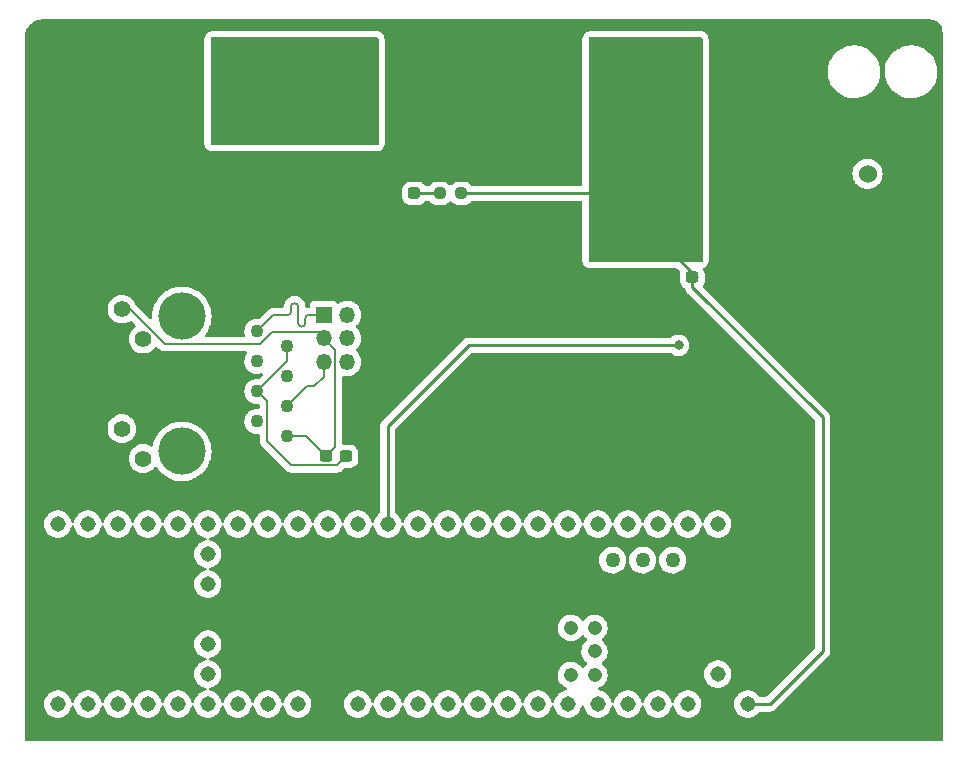
<source format=gtl>
G04 #@! TF.GenerationSoftware,KiCad,Pcbnew,(6.0.7)*
G04 #@! TF.CreationDate,2022-11-19T15:20:26-06:00*
G04 #@! TF.ProjectId,2022-2023MultimediaBoard,32303232-2d32-4303-9233-4d756c74696d,rev?*
G04 #@! TF.SameCoordinates,Original*
G04 #@! TF.FileFunction,Copper,L1,Top*
G04 #@! TF.FilePolarity,Positive*
%FSLAX46Y46*%
G04 Gerber Fmt 4.6, Leading zero omitted, Abs format (unit mm)*
G04 Created by KiCad (PCBNEW (6.0.7)) date 2022-11-19 15:20:26*
%MOMM*%
%LPD*%
G01*
G04 APERTURE LIST*
G04 Aperture macros list*
%AMRoundRect*
0 Rectangle with rounded corners*
0 $1 Rounding radius*
0 $2 $3 $4 $5 $6 $7 $8 $9 X,Y pos of 4 corners*
0 Add a 4 corners polygon primitive as box body*
4,1,4,$2,$3,$4,$5,$6,$7,$8,$9,$2,$3,0*
0 Add four circle primitives for the rounded corners*
1,1,$1+$1,$2,$3*
1,1,$1+$1,$4,$5*
1,1,$1+$1,$6,$7*
1,1,$1+$1,$8,$9*
0 Add four rect primitives between the rounded corners*
20,1,$1+$1,$2,$3,$4,$5,0*
20,1,$1+$1,$4,$5,$6,$7,0*
20,1,$1+$1,$6,$7,$8,$9,0*
20,1,$1+$1,$8,$9,$2,$3,0*%
G04 Aperture macros list end*
G04 #@! TA.AperFunction,SMDPad,CuDef*
%ADD10RoundRect,0.237500X-0.300000X-0.237500X0.300000X-0.237500X0.300000X0.237500X-0.300000X0.237500X0*%
G04 #@! TD*
G04 #@! TA.AperFunction,ComponentPad*
%ADD11C,1.524000*%
G04 #@! TD*
G04 #@! TA.AperFunction,SMDPad,CuDef*
%ADD12RoundRect,0.237500X-0.287500X-0.237500X0.287500X-0.237500X0.287500X0.237500X-0.287500X0.237500X0*%
G04 #@! TD*
G04 #@! TA.AperFunction,SMDPad,CuDef*
%ADD13RoundRect,0.237500X-0.250000X-0.237500X0.250000X-0.237500X0.250000X0.237500X-0.250000X0.237500X0*%
G04 #@! TD*
G04 #@! TA.AperFunction,ComponentPad*
%ADD14O,5.100000X3.000000*%
G04 #@! TD*
G04 #@! TA.AperFunction,ComponentPad*
%ADD15C,1.100000*%
G04 #@! TD*
G04 #@! TA.AperFunction,ComponentPad*
%ADD16C,1.400000*%
G04 #@! TD*
G04 #@! TA.AperFunction,ComponentPad*
%ADD17C,4.000000*%
G04 #@! TD*
G04 #@! TA.AperFunction,ComponentPad*
%ADD18C,2.000000*%
G04 #@! TD*
G04 #@! TA.AperFunction,ComponentPad*
%ADD19R,1.350000X1.350000*%
G04 #@! TD*
G04 #@! TA.AperFunction,ComponentPad*
%ADD20O,1.350000X1.350000*%
G04 #@! TD*
G04 #@! TA.AperFunction,ComponentPad*
%ADD21C,1.308000*%
G04 #@! TD*
G04 #@! TA.AperFunction,ComponentPad*
%ADD22C,1.258000*%
G04 #@! TD*
G04 #@! TA.AperFunction,ComponentPad*
%ADD23C,1.208000*%
G04 #@! TD*
G04 #@! TA.AperFunction,ComponentPad*
%ADD24C,2.540000*%
G04 #@! TD*
G04 #@! TA.AperFunction,ComponentPad*
%ADD25O,3.000000X5.100000*%
G04 #@! TD*
G04 #@! TA.AperFunction,ViaPad*
%ADD26C,0.800000*%
G04 #@! TD*
G04 #@! TA.AperFunction,Conductor*
%ADD27C,0.254000*%
G04 #@! TD*
G04 #@! TA.AperFunction,Conductor*
%ADD28C,0.200000*%
G04 #@! TD*
G04 APERTURE END LIST*
D10*
X111911630Y-61803000D03*
X113636630Y-61803000D03*
D11*
X126744130Y-53040000D03*
X129284130Y-53040000D03*
D10*
X80860550Y-76949000D03*
X82585550Y-76949000D03*
D12*
X86626130Y-54691000D03*
X88376130Y-54691000D03*
D13*
X90525630Y-54691000D03*
X92350630Y-54691000D03*
D14*
X116317854Y-57679367D03*
X108443854Y-57679367D03*
D15*
X75042585Y-66379197D03*
X77582585Y-67649197D03*
X75042585Y-68919197D03*
X77582585Y-70189197D03*
X75042585Y-71459197D03*
X77582585Y-72729197D03*
X75042585Y-73999197D03*
X77582585Y-75269197D03*
D16*
X63612585Y-64499197D03*
X65402585Y-67039197D03*
X63612585Y-74609197D03*
X65402585Y-77149197D03*
D17*
X68692585Y-65109197D03*
X68692585Y-76539197D03*
D18*
X71742585Y-78699197D03*
X71742585Y-62949197D03*
D19*
X80704059Y-64962801D03*
D20*
X82704059Y-64962801D03*
X80704059Y-66962801D03*
X82704059Y-66962801D03*
X80704059Y-68962801D03*
X82704059Y-68962801D03*
D21*
X114058500Y-82689500D03*
X111518500Y-82689500D03*
X108978500Y-82689500D03*
X106438500Y-82689500D03*
X81038500Y-82689500D03*
X111518500Y-97929500D03*
X70878500Y-87769500D03*
X103898500Y-82689500D03*
X101358500Y-82689500D03*
D22*
X110248500Y-85739500D03*
D21*
X98818500Y-82689500D03*
X96278500Y-82689500D03*
X93738500Y-82689500D03*
X91198500Y-82689500D03*
X88658500Y-82689500D03*
X86118500Y-82689500D03*
X83578500Y-82689500D03*
X83578500Y-97929500D03*
X86118500Y-97929500D03*
X88658500Y-97929500D03*
X91198500Y-97929500D03*
X93738500Y-97929500D03*
X96278500Y-97929500D03*
X98818500Y-97929500D03*
X101358500Y-97929500D03*
X103898500Y-97929500D03*
X106438500Y-97929500D03*
X108978500Y-97929500D03*
X78498500Y-82689500D03*
X75958500Y-82689500D03*
X73418500Y-82689500D03*
X70878500Y-82689500D03*
X68338500Y-82689500D03*
X65798500Y-82689500D03*
X63258500Y-82689500D03*
X60718500Y-82689500D03*
X58178500Y-82689500D03*
X58178500Y-97929500D03*
X60718500Y-97929500D03*
X63258500Y-97929500D03*
X65798500Y-97929500D03*
X68338500Y-97929500D03*
X70878500Y-97929500D03*
X73418500Y-97929500D03*
X75958500Y-97929500D03*
X78498500Y-97929500D03*
D22*
X105168500Y-85739500D03*
X107708500Y-85739500D03*
D21*
X116598500Y-82689500D03*
X81038500Y-97929500D03*
X114058500Y-97929500D03*
X70878500Y-90309500D03*
D23*
X101628500Y-93479500D03*
X103628500Y-93479500D03*
D21*
X70878500Y-95389500D03*
X70878500Y-92849500D03*
D23*
X103628500Y-95479500D03*
X101628500Y-95479500D03*
X101628500Y-91479500D03*
X103628500Y-91479500D03*
D22*
X102628500Y-85739500D03*
X100088500Y-85739500D03*
D21*
X70878500Y-85229500D03*
X116598500Y-97929500D03*
X114058500Y-95389500D03*
D24*
X78232000Y-43277000D03*
X88392000Y-43277000D03*
X98552000Y-43277000D03*
X108691999Y-43277000D03*
D25*
X73027400Y-54056000D03*
X73027400Y-46182000D03*
D26*
X110744000Y-67564000D03*
D27*
X112300806Y-61803000D02*
X111911630Y-61803000D01*
X111911630Y-62635630D02*
X122936000Y-73660000D01*
X111911630Y-61803000D02*
X111911630Y-62635630D01*
X111911630Y-61448500D02*
X110742130Y-60279000D01*
X111911630Y-61803000D02*
X111911630Y-61448500D01*
X122936000Y-73660000D02*
X122936000Y-93472000D01*
X118478500Y-97929500D02*
X122936000Y-93472000D01*
X92350630Y-54691000D02*
X103630130Y-54691000D01*
X116598500Y-97929500D02*
X118478500Y-97929500D01*
D28*
X77582585Y-75269197D02*
X79180747Y-75269197D01*
X64276799Y-64499197D02*
X67248403Y-67470801D01*
X81679059Y-67937801D02*
X81679059Y-76130491D01*
X76325831Y-66454801D02*
X80196059Y-66454801D01*
X81679059Y-76130491D02*
X80860550Y-76949000D01*
X63612585Y-64499197D02*
X64276799Y-64499197D01*
X67248403Y-67470801D02*
X75309831Y-67470801D01*
X80704059Y-66962801D02*
X81679059Y-67937801D01*
X80196059Y-66454801D02*
X80704059Y-66962801D01*
X75309831Y-67470801D02*
X76325831Y-66454801D01*
X79180747Y-75269197D02*
X80860550Y-76949000D01*
X77582585Y-68919197D02*
X77582585Y-67649197D01*
X77960633Y-77724000D02*
X75892585Y-75655952D01*
X81810550Y-77724000D02*
X77960633Y-77724000D01*
X82585550Y-76949000D02*
X81810550Y-77724000D01*
X75892585Y-75655952D02*
X75892585Y-72309197D01*
X75042585Y-71459197D02*
X77582585Y-68919197D01*
X75892585Y-72309197D02*
X75042585Y-71459197D01*
D27*
X88376130Y-54691000D02*
X90525630Y-54691000D01*
D28*
X77932000Y-64288970D02*
X77932000Y-64688970D01*
X78532000Y-65688970D02*
X78532000Y-65288970D01*
X80704059Y-64988970D02*
X79432000Y-64988970D01*
X77289426Y-64988970D02*
X76432812Y-64988970D01*
X79132000Y-65288970D02*
X79132000Y-65688970D01*
X75042585Y-66379197D02*
X75024981Y-66379197D01*
X78532000Y-65288970D02*
X78532000Y-64288970D01*
X76432812Y-64988970D02*
X75042585Y-66379197D01*
X77632000Y-64988970D02*
X77289426Y-64988970D01*
X77931970Y-64288970D02*
G75*
G02*
X78232000Y-63988970I300030J-30D01*
G01*
X77632000Y-64989000D02*
G75*
G03*
X77932000Y-64688970I0J300000D01*
G01*
X78232000Y-63989000D02*
G75*
G02*
X78532000Y-64288970I0J-300000D01*
G01*
X79131970Y-65288970D02*
G75*
G02*
X79432000Y-64988970I300030J-30D01*
G01*
X78532030Y-65688970D02*
G75*
G03*
X78832000Y-65988970I299970J-30D01*
G01*
X78832000Y-65989000D02*
G75*
G03*
X79132000Y-65688970I0J300000D01*
G01*
X80704059Y-68962801D02*
X80704059Y-70204573D01*
X79881831Y-71026801D02*
X79284981Y-71026801D01*
X80704059Y-70204573D02*
X79881831Y-71026801D01*
X79284981Y-71026801D02*
X77582585Y-72729197D01*
D27*
X86118500Y-82689500D02*
X86118500Y-74409500D01*
X86118500Y-74409500D02*
X92964000Y-67564000D01*
X110744000Y-67564000D02*
X92964000Y-67564000D01*
G04 #@! TA.AperFunction,Conductor*
G36*
X112716251Y-41503002D02*
G01*
X112762744Y-41556658D01*
X112774130Y-41609000D01*
X112774130Y-60407000D01*
X112754128Y-60475121D01*
X112700472Y-60521614D01*
X112648130Y-60533000D01*
X103248130Y-60533000D01*
X103180009Y-60512998D01*
X103133516Y-60459342D01*
X103122130Y-60407000D01*
X103122130Y-41609000D01*
X103142132Y-41540879D01*
X103195788Y-41494386D01*
X103248130Y-41483000D01*
X112648130Y-41483000D01*
X112716251Y-41503002D01*
G37*
G04 #@! TD.AperFunction*
G04 #@! TA.AperFunction,Conductor*
G36*
X132048148Y-39961001D02*
G01*
X132051109Y-39961462D01*
X132061204Y-39963034D01*
X132071844Y-39964691D01*
X132084517Y-39963034D01*
X132111836Y-39962450D01*
X132243476Y-39973970D01*
X132265104Y-39977784D01*
X132414788Y-40017894D01*
X132435425Y-40025405D01*
X132575873Y-40090900D01*
X132594893Y-40101882D01*
X132721828Y-40190766D01*
X132738652Y-40204883D01*
X132848228Y-40314460D01*
X132862346Y-40331285D01*
X132951231Y-40458228D01*
X132962212Y-40477249D01*
X133027699Y-40617690D01*
X133035211Y-40638327D01*
X133054186Y-40709140D01*
X133075320Y-40788013D01*
X133079134Y-40809644D01*
X133090058Y-40934514D01*
X133089508Y-40950870D01*
X133089930Y-40950875D01*
X133089821Y-40959851D01*
X133088439Y-40968724D01*
X133092569Y-41000306D01*
X133093631Y-41016628D01*
X133095067Y-87164674D01*
X133095438Y-99086992D01*
X133095496Y-100965996D01*
X133075496Y-101034117D01*
X133021842Y-101080612D01*
X132969496Y-101092000D01*
X55498500Y-101092000D01*
X55430379Y-101071998D01*
X55383886Y-101018342D01*
X55372500Y-100966000D01*
X55372500Y-97898939D01*
X57011420Y-97898939D01*
X57025394Y-98112134D01*
X57077985Y-98319213D01*
X57167433Y-98513240D01*
X57170766Y-98517956D01*
X57202186Y-98562414D01*
X57290741Y-98687718D01*
X57443781Y-98836802D01*
X57621427Y-98955501D01*
X57626730Y-98957779D01*
X57626733Y-98957781D01*
X57812422Y-99037559D01*
X57817729Y-99039839D01*
X57919493Y-99062866D01*
X58020477Y-99085717D01*
X58020480Y-99085717D01*
X58026113Y-99086992D01*
X58031884Y-99087219D01*
X58031886Y-99087219D01*
X58096863Y-99089772D01*
X58239601Y-99095380D01*
X58345322Y-99080051D01*
X58445329Y-99065551D01*
X58445334Y-99065550D01*
X58451043Y-99064722D01*
X58456507Y-99062867D01*
X58456512Y-99062866D01*
X58647889Y-98997902D01*
X58653357Y-98996046D01*
X58839768Y-98891651D01*
X59004033Y-98755033D01*
X59140651Y-98590768D01*
X59245046Y-98404357D01*
X59313722Y-98202043D01*
X59322590Y-98140879D01*
X59352160Y-98076335D01*
X59411931Y-98038022D01*
X59482928Y-98038106D01*
X59542608Y-98076561D01*
X59569409Y-98127945D01*
X59588228Y-98202043D01*
X59617985Y-98319213D01*
X59707433Y-98513240D01*
X59710766Y-98517956D01*
X59742186Y-98562414D01*
X59830741Y-98687718D01*
X59983781Y-98836802D01*
X60161427Y-98955501D01*
X60166730Y-98957779D01*
X60166733Y-98957781D01*
X60352422Y-99037559D01*
X60357729Y-99039839D01*
X60459493Y-99062866D01*
X60560477Y-99085717D01*
X60560480Y-99085717D01*
X60566113Y-99086992D01*
X60571884Y-99087219D01*
X60571886Y-99087219D01*
X60636863Y-99089772D01*
X60779601Y-99095380D01*
X60885322Y-99080051D01*
X60985329Y-99065551D01*
X60985334Y-99065550D01*
X60991043Y-99064722D01*
X60996507Y-99062867D01*
X60996512Y-99062866D01*
X61187889Y-98997902D01*
X61193357Y-98996046D01*
X61379768Y-98891651D01*
X61544033Y-98755033D01*
X61680651Y-98590768D01*
X61785046Y-98404357D01*
X61853722Y-98202043D01*
X61862590Y-98140879D01*
X61892160Y-98076335D01*
X61951931Y-98038022D01*
X62022928Y-98038106D01*
X62082608Y-98076561D01*
X62109409Y-98127945D01*
X62128228Y-98202043D01*
X62157985Y-98319213D01*
X62247433Y-98513240D01*
X62250766Y-98517956D01*
X62282186Y-98562414D01*
X62370741Y-98687718D01*
X62523781Y-98836802D01*
X62701427Y-98955501D01*
X62706730Y-98957779D01*
X62706733Y-98957781D01*
X62892422Y-99037559D01*
X62897729Y-99039839D01*
X62999493Y-99062866D01*
X63100477Y-99085717D01*
X63100480Y-99085717D01*
X63106113Y-99086992D01*
X63111884Y-99087219D01*
X63111886Y-99087219D01*
X63176863Y-99089772D01*
X63319601Y-99095380D01*
X63425322Y-99080051D01*
X63525329Y-99065551D01*
X63525334Y-99065550D01*
X63531043Y-99064722D01*
X63536507Y-99062867D01*
X63536512Y-99062866D01*
X63727889Y-98997902D01*
X63733357Y-98996046D01*
X63919768Y-98891651D01*
X64084033Y-98755033D01*
X64220651Y-98590768D01*
X64325046Y-98404357D01*
X64393722Y-98202043D01*
X64402590Y-98140879D01*
X64432160Y-98076335D01*
X64491931Y-98038022D01*
X64562928Y-98038106D01*
X64622608Y-98076561D01*
X64649409Y-98127945D01*
X64668228Y-98202043D01*
X64697985Y-98319213D01*
X64787433Y-98513240D01*
X64790766Y-98517956D01*
X64822186Y-98562414D01*
X64910741Y-98687718D01*
X65063781Y-98836802D01*
X65241427Y-98955501D01*
X65246730Y-98957779D01*
X65246733Y-98957781D01*
X65432422Y-99037559D01*
X65437729Y-99039839D01*
X65539493Y-99062866D01*
X65640477Y-99085717D01*
X65640480Y-99085717D01*
X65646113Y-99086992D01*
X65651884Y-99087219D01*
X65651886Y-99087219D01*
X65716863Y-99089772D01*
X65859601Y-99095380D01*
X65965322Y-99080051D01*
X66065329Y-99065551D01*
X66065334Y-99065550D01*
X66071043Y-99064722D01*
X66076507Y-99062867D01*
X66076512Y-99062866D01*
X66267889Y-98997902D01*
X66273357Y-98996046D01*
X66459768Y-98891651D01*
X66624033Y-98755033D01*
X66760651Y-98590768D01*
X66865046Y-98404357D01*
X66933722Y-98202043D01*
X66942590Y-98140879D01*
X66972160Y-98076335D01*
X67031931Y-98038022D01*
X67102928Y-98038106D01*
X67162608Y-98076561D01*
X67189409Y-98127945D01*
X67208228Y-98202043D01*
X67237985Y-98319213D01*
X67327433Y-98513240D01*
X67330766Y-98517956D01*
X67362186Y-98562414D01*
X67450741Y-98687718D01*
X67603781Y-98836802D01*
X67781427Y-98955501D01*
X67786730Y-98957779D01*
X67786733Y-98957781D01*
X67972422Y-99037559D01*
X67977729Y-99039839D01*
X68079493Y-99062866D01*
X68180477Y-99085717D01*
X68180480Y-99085717D01*
X68186113Y-99086992D01*
X68191884Y-99087219D01*
X68191886Y-99087219D01*
X68256863Y-99089772D01*
X68399601Y-99095380D01*
X68505322Y-99080051D01*
X68605329Y-99065551D01*
X68605334Y-99065550D01*
X68611043Y-99064722D01*
X68616507Y-99062867D01*
X68616512Y-99062866D01*
X68807889Y-98997902D01*
X68813357Y-98996046D01*
X68999768Y-98891651D01*
X69164033Y-98755033D01*
X69300651Y-98590768D01*
X69405046Y-98404357D01*
X69473722Y-98202043D01*
X69482590Y-98140879D01*
X69512160Y-98076335D01*
X69571931Y-98038022D01*
X69642928Y-98038106D01*
X69702608Y-98076561D01*
X69729409Y-98127945D01*
X69748228Y-98202043D01*
X69777985Y-98319213D01*
X69867433Y-98513240D01*
X69870766Y-98517956D01*
X69902186Y-98562414D01*
X69990741Y-98687718D01*
X70143781Y-98836802D01*
X70321427Y-98955501D01*
X70326730Y-98957779D01*
X70326733Y-98957781D01*
X70512422Y-99037559D01*
X70517729Y-99039839D01*
X70619493Y-99062866D01*
X70720477Y-99085717D01*
X70720480Y-99085717D01*
X70726113Y-99086992D01*
X70731884Y-99087219D01*
X70731886Y-99087219D01*
X70796863Y-99089772D01*
X70939601Y-99095380D01*
X71045322Y-99080051D01*
X71145329Y-99065551D01*
X71145334Y-99065550D01*
X71151043Y-99064722D01*
X71156507Y-99062867D01*
X71156512Y-99062866D01*
X71347889Y-98997902D01*
X71353357Y-98996046D01*
X71539768Y-98891651D01*
X71704033Y-98755033D01*
X71840651Y-98590768D01*
X71945046Y-98404357D01*
X72013722Y-98202043D01*
X72022590Y-98140879D01*
X72052160Y-98076335D01*
X72111931Y-98038022D01*
X72182928Y-98038106D01*
X72242608Y-98076561D01*
X72269409Y-98127945D01*
X72288228Y-98202043D01*
X72317985Y-98319213D01*
X72407433Y-98513240D01*
X72410766Y-98517956D01*
X72442186Y-98562414D01*
X72530741Y-98687718D01*
X72683781Y-98836802D01*
X72861427Y-98955501D01*
X72866730Y-98957779D01*
X72866733Y-98957781D01*
X73052422Y-99037559D01*
X73057729Y-99039839D01*
X73159493Y-99062866D01*
X73260477Y-99085717D01*
X73260480Y-99085717D01*
X73266113Y-99086992D01*
X73271884Y-99087219D01*
X73271886Y-99087219D01*
X73336863Y-99089772D01*
X73479601Y-99095380D01*
X73585322Y-99080051D01*
X73685329Y-99065551D01*
X73685334Y-99065550D01*
X73691043Y-99064722D01*
X73696507Y-99062867D01*
X73696512Y-99062866D01*
X73887889Y-98997902D01*
X73893357Y-98996046D01*
X74079768Y-98891651D01*
X74244033Y-98755033D01*
X74380651Y-98590768D01*
X74485046Y-98404357D01*
X74553722Y-98202043D01*
X74562590Y-98140879D01*
X74592160Y-98076335D01*
X74651931Y-98038022D01*
X74722928Y-98038106D01*
X74782608Y-98076561D01*
X74809409Y-98127945D01*
X74828228Y-98202043D01*
X74857985Y-98319213D01*
X74947433Y-98513240D01*
X74950766Y-98517956D01*
X74982186Y-98562414D01*
X75070741Y-98687718D01*
X75223781Y-98836802D01*
X75401427Y-98955501D01*
X75406730Y-98957779D01*
X75406733Y-98957781D01*
X75592422Y-99037559D01*
X75597729Y-99039839D01*
X75699493Y-99062866D01*
X75800477Y-99085717D01*
X75800480Y-99085717D01*
X75806113Y-99086992D01*
X75811884Y-99087219D01*
X75811886Y-99087219D01*
X75876863Y-99089772D01*
X76019601Y-99095380D01*
X76125322Y-99080051D01*
X76225329Y-99065551D01*
X76225334Y-99065550D01*
X76231043Y-99064722D01*
X76236507Y-99062867D01*
X76236512Y-99062866D01*
X76427889Y-98997902D01*
X76433357Y-98996046D01*
X76619768Y-98891651D01*
X76784033Y-98755033D01*
X76920651Y-98590768D01*
X77025046Y-98404357D01*
X77093722Y-98202043D01*
X77102590Y-98140879D01*
X77132160Y-98076335D01*
X77191931Y-98038022D01*
X77262928Y-98038106D01*
X77322608Y-98076561D01*
X77349409Y-98127945D01*
X77368228Y-98202043D01*
X77397985Y-98319213D01*
X77487433Y-98513240D01*
X77490766Y-98517956D01*
X77522186Y-98562414D01*
X77610741Y-98687718D01*
X77763781Y-98836802D01*
X77941427Y-98955501D01*
X77946730Y-98957779D01*
X77946733Y-98957781D01*
X78132422Y-99037559D01*
X78137729Y-99039839D01*
X78239493Y-99062866D01*
X78340477Y-99085717D01*
X78340480Y-99085717D01*
X78346113Y-99086992D01*
X78351884Y-99087219D01*
X78351886Y-99087219D01*
X78416863Y-99089772D01*
X78559601Y-99095380D01*
X78665322Y-99080051D01*
X78765329Y-99065551D01*
X78765334Y-99065550D01*
X78771043Y-99064722D01*
X78776507Y-99062867D01*
X78776512Y-99062866D01*
X78967889Y-98997902D01*
X78973357Y-98996046D01*
X79159768Y-98891651D01*
X79324033Y-98755033D01*
X79460651Y-98590768D01*
X79565046Y-98404357D01*
X79633722Y-98202043D01*
X79642591Y-98140880D01*
X79663847Y-97994275D01*
X79664380Y-97990601D01*
X79665980Y-97929500D01*
X79663172Y-97898939D01*
X82411420Y-97898939D01*
X82425394Y-98112134D01*
X82477985Y-98319213D01*
X82567433Y-98513240D01*
X82570766Y-98517956D01*
X82602186Y-98562414D01*
X82690741Y-98687718D01*
X82843781Y-98836802D01*
X83021427Y-98955501D01*
X83026730Y-98957779D01*
X83026733Y-98957781D01*
X83212422Y-99037559D01*
X83217729Y-99039839D01*
X83319493Y-99062866D01*
X83420477Y-99085717D01*
X83420480Y-99085717D01*
X83426113Y-99086992D01*
X83431884Y-99087219D01*
X83431886Y-99087219D01*
X83496863Y-99089772D01*
X83639601Y-99095380D01*
X83745322Y-99080051D01*
X83845329Y-99065551D01*
X83845334Y-99065550D01*
X83851043Y-99064722D01*
X83856507Y-99062867D01*
X83856512Y-99062866D01*
X84047889Y-98997902D01*
X84053357Y-98996046D01*
X84239768Y-98891651D01*
X84404033Y-98755033D01*
X84540651Y-98590768D01*
X84645046Y-98404357D01*
X84713722Y-98202043D01*
X84722590Y-98140879D01*
X84752160Y-98076335D01*
X84811931Y-98038022D01*
X84882928Y-98038106D01*
X84942608Y-98076561D01*
X84969409Y-98127945D01*
X84988228Y-98202043D01*
X85017985Y-98319213D01*
X85107433Y-98513240D01*
X85110766Y-98517956D01*
X85142186Y-98562414D01*
X85230741Y-98687718D01*
X85383781Y-98836802D01*
X85561427Y-98955501D01*
X85566730Y-98957779D01*
X85566733Y-98957781D01*
X85752422Y-99037559D01*
X85757729Y-99039839D01*
X85859493Y-99062866D01*
X85960477Y-99085717D01*
X85960480Y-99085717D01*
X85966113Y-99086992D01*
X85971884Y-99087219D01*
X85971886Y-99087219D01*
X86036863Y-99089772D01*
X86179601Y-99095380D01*
X86285322Y-99080051D01*
X86385329Y-99065551D01*
X86385334Y-99065550D01*
X86391043Y-99064722D01*
X86396507Y-99062867D01*
X86396512Y-99062866D01*
X86587889Y-98997902D01*
X86593357Y-98996046D01*
X86779768Y-98891651D01*
X86944033Y-98755033D01*
X87080651Y-98590768D01*
X87185046Y-98404357D01*
X87253722Y-98202043D01*
X87262590Y-98140879D01*
X87292160Y-98076335D01*
X87351931Y-98038022D01*
X87422928Y-98038106D01*
X87482608Y-98076561D01*
X87509409Y-98127945D01*
X87528228Y-98202043D01*
X87557985Y-98319213D01*
X87647433Y-98513240D01*
X87650766Y-98517956D01*
X87682186Y-98562414D01*
X87770741Y-98687718D01*
X87923781Y-98836802D01*
X88101427Y-98955501D01*
X88106730Y-98957779D01*
X88106733Y-98957781D01*
X88292422Y-99037559D01*
X88297729Y-99039839D01*
X88399493Y-99062866D01*
X88500477Y-99085717D01*
X88500480Y-99085717D01*
X88506113Y-99086992D01*
X88511884Y-99087219D01*
X88511886Y-99087219D01*
X88576863Y-99089772D01*
X88719601Y-99095380D01*
X88825322Y-99080051D01*
X88925329Y-99065551D01*
X88925334Y-99065550D01*
X88931043Y-99064722D01*
X88936507Y-99062867D01*
X88936512Y-99062866D01*
X89127889Y-98997902D01*
X89133357Y-98996046D01*
X89319768Y-98891651D01*
X89484033Y-98755033D01*
X89620651Y-98590768D01*
X89725046Y-98404357D01*
X89793722Y-98202043D01*
X89802590Y-98140879D01*
X89832160Y-98076335D01*
X89891931Y-98038022D01*
X89962928Y-98038106D01*
X90022608Y-98076561D01*
X90049409Y-98127945D01*
X90068228Y-98202043D01*
X90097985Y-98319213D01*
X90187433Y-98513240D01*
X90190766Y-98517956D01*
X90222186Y-98562414D01*
X90310741Y-98687718D01*
X90463781Y-98836802D01*
X90641427Y-98955501D01*
X90646730Y-98957779D01*
X90646733Y-98957781D01*
X90832422Y-99037559D01*
X90837729Y-99039839D01*
X90939493Y-99062866D01*
X91040477Y-99085717D01*
X91040480Y-99085717D01*
X91046113Y-99086992D01*
X91051884Y-99087219D01*
X91051886Y-99087219D01*
X91116863Y-99089772D01*
X91259601Y-99095380D01*
X91365322Y-99080051D01*
X91465329Y-99065551D01*
X91465334Y-99065550D01*
X91471043Y-99064722D01*
X91476507Y-99062867D01*
X91476512Y-99062866D01*
X91667889Y-98997902D01*
X91673357Y-98996046D01*
X91859768Y-98891651D01*
X92024033Y-98755033D01*
X92160651Y-98590768D01*
X92265046Y-98404357D01*
X92333722Y-98202043D01*
X92342590Y-98140879D01*
X92372160Y-98076335D01*
X92431931Y-98038022D01*
X92502928Y-98038106D01*
X92562608Y-98076561D01*
X92589409Y-98127945D01*
X92608228Y-98202043D01*
X92637985Y-98319213D01*
X92727433Y-98513240D01*
X92730766Y-98517956D01*
X92762186Y-98562414D01*
X92850741Y-98687718D01*
X93003781Y-98836802D01*
X93181427Y-98955501D01*
X93186730Y-98957779D01*
X93186733Y-98957781D01*
X93372422Y-99037559D01*
X93377729Y-99039839D01*
X93479493Y-99062866D01*
X93580477Y-99085717D01*
X93580480Y-99085717D01*
X93586113Y-99086992D01*
X93591884Y-99087219D01*
X93591886Y-99087219D01*
X93656863Y-99089772D01*
X93799601Y-99095380D01*
X93905322Y-99080051D01*
X94005329Y-99065551D01*
X94005334Y-99065550D01*
X94011043Y-99064722D01*
X94016507Y-99062867D01*
X94016512Y-99062866D01*
X94207889Y-98997902D01*
X94213357Y-98996046D01*
X94399768Y-98891651D01*
X94564033Y-98755033D01*
X94700651Y-98590768D01*
X94805046Y-98404357D01*
X94873722Y-98202043D01*
X94882590Y-98140879D01*
X94912160Y-98076335D01*
X94971931Y-98038022D01*
X95042928Y-98038106D01*
X95102608Y-98076561D01*
X95129409Y-98127945D01*
X95148228Y-98202043D01*
X95177985Y-98319213D01*
X95267433Y-98513240D01*
X95270766Y-98517956D01*
X95302186Y-98562414D01*
X95390741Y-98687718D01*
X95543781Y-98836802D01*
X95721427Y-98955501D01*
X95726730Y-98957779D01*
X95726733Y-98957781D01*
X95912422Y-99037559D01*
X95917729Y-99039839D01*
X96019493Y-99062866D01*
X96120477Y-99085717D01*
X96120480Y-99085717D01*
X96126113Y-99086992D01*
X96131884Y-99087219D01*
X96131886Y-99087219D01*
X96196863Y-99089772D01*
X96339601Y-99095380D01*
X96445322Y-99080051D01*
X96545329Y-99065551D01*
X96545334Y-99065550D01*
X96551043Y-99064722D01*
X96556507Y-99062867D01*
X96556512Y-99062866D01*
X96747889Y-98997902D01*
X96753357Y-98996046D01*
X96939768Y-98891651D01*
X97104033Y-98755033D01*
X97240651Y-98590768D01*
X97345046Y-98404357D01*
X97413722Y-98202043D01*
X97422590Y-98140879D01*
X97452160Y-98076335D01*
X97511931Y-98038022D01*
X97582928Y-98038106D01*
X97642608Y-98076561D01*
X97669409Y-98127945D01*
X97688228Y-98202043D01*
X97717985Y-98319213D01*
X97807433Y-98513240D01*
X97810766Y-98517956D01*
X97842186Y-98562414D01*
X97930741Y-98687718D01*
X98083781Y-98836802D01*
X98261427Y-98955501D01*
X98266730Y-98957779D01*
X98266733Y-98957781D01*
X98452422Y-99037559D01*
X98457729Y-99039839D01*
X98559493Y-99062866D01*
X98660477Y-99085717D01*
X98660480Y-99085717D01*
X98666113Y-99086992D01*
X98671884Y-99087219D01*
X98671886Y-99087219D01*
X98736863Y-99089772D01*
X98879601Y-99095380D01*
X98985322Y-99080051D01*
X99085329Y-99065551D01*
X99085334Y-99065550D01*
X99091043Y-99064722D01*
X99096507Y-99062867D01*
X99096512Y-99062866D01*
X99287889Y-98997902D01*
X99293357Y-98996046D01*
X99479768Y-98891651D01*
X99644033Y-98755033D01*
X99780651Y-98590768D01*
X99885046Y-98404357D01*
X99953722Y-98202043D01*
X99962590Y-98140879D01*
X99992160Y-98076335D01*
X100051931Y-98038022D01*
X100122928Y-98038106D01*
X100182608Y-98076561D01*
X100209409Y-98127945D01*
X100228228Y-98202043D01*
X100257985Y-98319213D01*
X100347433Y-98513240D01*
X100350766Y-98517956D01*
X100382186Y-98562414D01*
X100470741Y-98687718D01*
X100623781Y-98836802D01*
X100801427Y-98955501D01*
X100806730Y-98957779D01*
X100806733Y-98957781D01*
X100992422Y-99037559D01*
X100997729Y-99039839D01*
X101099493Y-99062866D01*
X101200477Y-99085717D01*
X101200480Y-99085717D01*
X101206113Y-99086992D01*
X101211884Y-99087219D01*
X101211886Y-99087219D01*
X101276863Y-99089772D01*
X101419601Y-99095380D01*
X101525322Y-99080051D01*
X101625329Y-99065551D01*
X101625334Y-99065550D01*
X101631043Y-99064722D01*
X101636507Y-99062867D01*
X101636512Y-99062866D01*
X101827889Y-98997902D01*
X101833357Y-98996046D01*
X102019768Y-98891651D01*
X102184033Y-98755033D01*
X102320651Y-98590768D01*
X102425046Y-98404357D01*
X102493722Y-98202043D01*
X102502590Y-98140879D01*
X102532160Y-98076335D01*
X102591931Y-98038022D01*
X102662928Y-98038106D01*
X102722608Y-98076561D01*
X102749409Y-98127945D01*
X102768228Y-98202043D01*
X102797985Y-98319213D01*
X102887433Y-98513240D01*
X102890766Y-98517956D01*
X102922186Y-98562414D01*
X103010741Y-98687718D01*
X103163781Y-98836802D01*
X103341427Y-98955501D01*
X103346730Y-98957779D01*
X103346733Y-98957781D01*
X103532422Y-99037559D01*
X103537729Y-99039839D01*
X103639493Y-99062866D01*
X103740477Y-99085717D01*
X103740480Y-99085717D01*
X103746113Y-99086992D01*
X103751884Y-99087219D01*
X103751886Y-99087219D01*
X103816863Y-99089772D01*
X103959601Y-99095380D01*
X104065322Y-99080051D01*
X104165329Y-99065551D01*
X104165334Y-99065550D01*
X104171043Y-99064722D01*
X104176507Y-99062867D01*
X104176512Y-99062866D01*
X104367889Y-98997902D01*
X104373357Y-98996046D01*
X104559768Y-98891651D01*
X104724033Y-98755033D01*
X104860651Y-98590768D01*
X104965046Y-98404357D01*
X105033722Y-98202043D01*
X105042590Y-98140879D01*
X105072160Y-98076335D01*
X105131931Y-98038022D01*
X105202928Y-98038106D01*
X105262608Y-98076561D01*
X105289409Y-98127945D01*
X105308228Y-98202043D01*
X105337985Y-98319213D01*
X105427433Y-98513240D01*
X105430766Y-98517956D01*
X105462186Y-98562414D01*
X105550741Y-98687718D01*
X105703781Y-98836802D01*
X105881427Y-98955501D01*
X105886730Y-98957779D01*
X105886733Y-98957781D01*
X106072422Y-99037559D01*
X106077729Y-99039839D01*
X106179493Y-99062866D01*
X106280477Y-99085717D01*
X106280480Y-99085717D01*
X106286113Y-99086992D01*
X106291884Y-99087219D01*
X106291886Y-99087219D01*
X106356863Y-99089772D01*
X106499601Y-99095380D01*
X106605322Y-99080051D01*
X106705329Y-99065551D01*
X106705334Y-99065550D01*
X106711043Y-99064722D01*
X106716507Y-99062867D01*
X106716512Y-99062866D01*
X106907889Y-98997902D01*
X106913357Y-98996046D01*
X107099768Y-98891651D01*
X107264033Y-98755033D01*
X107400651Y-98590768D01*
X107505046Y-98404357D01*
X107573722Y-98202043D01*
X107582590Y-98140879D01*
X107612160Y-98076335D01*
X107671931Y-98038022D01*
X107742928Y-98038106D01*
X107802608Y-98076561D01*
X107829409Y-98127945D01*
X107848228Y-98202043D01*
X107877985Y-98319213D01*
X107967433Y-98513240D01*
X107970766Y-98517956D01*
X108002186Y-98562414D01*
X108090741Y-98687718D01*
X108243781Y-98836802D01*
X108421427Y-98955501D01*
X108426730Y-98957779D01*
X108426733Y-98957781D01*
X108612422Y-99037559D01*
X108617729Y-99039839D01*
X108719493Y-99062866D01*
X108820477Y-99085717D01*
X108820480Y-99085717D01*
X108826113Y-99086992D01*
X108831884Y-99087219D01*
X108831886Y-99087219D01*
X108896863Y-99089772D01*
X109039601Y-99095380D01*
X109145322Y-99080051D01*
X109245329Y-99065551D01*
X109245334Y-99065550D01*
X109251043Y-99064722D01*
X109256507Y-99062867D01*
X109256512Y-99062866D01*
X109447889Y-98997902D01*
X109453357Y-98996046D01*
X109639768Y-98891651D01*
X109804033Y-98755033D01*
X109940651Y-98590768D01*
X110045046Y-98404357D01*
X110113722Y-98202043D01*
X110122590Y-98140879D01*
X110152160Y-98076335D01*
X110211931Y-98038022D01*
X110282928Y-98038106D01*
X110342608Y-98076561D01*
X110369409Y-98127945D01*
X110388228Y-98202043D01*
X110417985Y-98319213D01*
X110507433Y-98513240D01*
X110510766Y-98517956D01*
X110542186Y-98562414D01*
X110630741Y-98687718D01*
X110783781Y-98836802D01*
X110961427Y-98955501D01*
X110966730Y-98957779D01*
X110966733Y-98957781D01*
X111152422Y-99037559D01*
X111157729Y-99039839D01*
X111259493Y-99062866D01*
X111360477Y-99085717D01*
X111360480Y-99085717D01*
X111366113Y-99086992D01*
X111371884Y-99087219D01*
X111371886Y-99087219D01*
X111436863Y-99089772D01*
X111579601Y-99095380D01*
X111685322Y-99080051D01*
X111785329Y-99065551D01*
X111785334Y-99065550D01*
X111791043Y-99064722D01*
X111796507Y-99062867D01*
X111796512Y-99062866D01*
X111987889Y-98997902D01*
X111993357Y-98996046D01*
X112179768Y-98891651D01*
X112344033Y-98755033D01*
X112480651Y-98590768D01*
X112585046Y-98404357D01*
X112653722Y-98202043D01*
X112662591Y-98140880D01*
X112683847Y-97994275D01*
X112684380Y-97990601D01*
X112685980Y-97929500D01*
X112666430Y-97716744D01*
X112659592Y-97692496D01*
X112610004Y-97516672D01*
X112610003Y-97516670D01*
X112608436Y-97511113D01*
X112597162Y-97488250D01*
X112516495Y-97324674D01*
X112513940Y-97319493D01*
X112494639Y-97293645D01*
X112389560Y-97152927D01*
X112389559Y-97152926D01*
X112386107Y-97148303D01*
X112381871Y-97144387D01*
X112233457Y-97007195D01*
X112233454Y-97007193D01*
X112229217Y-97003276D01*
X112048525Y-96889268D01*
X111850082Y-96810097D01*
X111844425Y-96808972D01*
X111844419Y-96808970D01*
X111646203Y-96769543D01*
X111646199Y-96769543D01*
X111640535Y-96768416D01*
X111634760Y-96768340D01*
X111634756Y-96768340D01*
X111527497Y-96766936D01*
X111426901Y-96765619D01*
X111421204Y-96766598D01*
X111421203Y-96766598D01*
X111222031Y-96800822D01*
X111216334Y-96801801D01*
X111015887Y-96875750D01*
X111010926Y-96878702D01*
X111010925Y-96878702D01*
X110837240Y-96982033D01*
X110837237Y-96982035D01*
X110832272Y-96984989D01*
X110827932Y-96988795D01*
X110827928Y-96988798D01*
X110675981Y-97122053D01*
X110671640Y-97125860D01*
X110539369Y-97293645D01*
X110536680Y-97298756D01*
X110536678Y-97298759D01*
X110523044Y-97324674D01*
X110439889Y-97482725D01*
X110438175Y-97488246D01*
X110438173Y-97488250D01*
X110432683Y-97505933D01*
X110376532Y-97686767D01*
X110375854Y-97692496D01*
X110375854Y-97692497D01*
X110374323Y-97705430D01*
X110346452Y-97770728D01*
X110287704Y-97810592D01*
X110216729Y-97812365D01*
X110156063Y-97775486D01*
X110126823Y-97716633D01*
X110126430Y-97716744D01*
X110119592Y-97692496D01*
X110070004Y-97516672D01*
X110070003Y-97516670D01*
X110068436Y-97511113D01*
X110057162Y-97488250D01*
X109976495Y-97324674D01*
X109973940Y-97319493D01*
X109954639Y-97293645D01*
X109849560Y-97152927D01*
X109849559Y-97152926D01*
X109846107Y-97148303D01*
X109841871Y-97144387D01*
X109693457Y-97007195D01*
X109693454Y-97007193D01*
X109689217Y-97003276D01*
X109508525Y-96889268D01*
X109310082Y-96810097D01*
X109304425Y-96808972D01*
X109304419Y-96808970D01*
X109106203Y-96769543D01*
X109106199Y-96769543D01*
X109100535Y-96768416D01*
X109094760Y-96768340D01*
X109094756Y-96768340D01*
X108987497Y-96766936D01*
X108886901Y-96765619D01*
X108881204Y-96766598D01*
X108881203Y-96766598D01*
X108682031Y-96800822D01*
X108676334Y-96801801D01*
X108475887Y-96875750D01*
X108470926Y-96878702D01*
X108470925Y-96878702D01*
X108297240Y-96982033D01*
X108297237Y-96982035D01*
X108292272Y-96984989D01*
X108287932Y-96988795D01*
X108287928Y-96988798D01*
X108135981Y-97122053D01*
X108131640Y-97125860D01*
X107999369Y-97293645D01*
X107996680Y-97298756D01*
X107996678Y-97298759D01*
X107983044Y-97324674D01*
X107899889Y-97482725D01*
X107898175Y-97488246D01*
X107898173Y-97488250D01*
X107892683Y-97505933D01*
X107836532Y-97686767D01*
X107835854Y-97692496D01*
X107835854Y-97692497D01*
X107834323Y-97705430D01*
X107806452Y-97770728D01*
X107747704Y-97810592D01*
X107676729Y-97812365D01*
X107616063Y-97775486D01*
X107586823Y-97716633D01*
X107586430Y-97716744D01*
X107579592Y-97692496D01*
X107530004Y-97516672D01*
X107530003Y-97516670D01*
X107528436Y-97511113D01*
X107517162Y-97488250D01*
X107436495Y-97324674D01*
X107433940Y-97319493D01*
X107414639Y-97293645D01*
X107309560Y-97152927D01*
X107309559Y-97152926D01*
X107306107Y-97148303D01*
X107301871Y-97144387D01*
X107153457Y-97007195D01*
X107153454Y-97007193D01*
X107149217Y-97003276D01*
X106968525Y-96889268D01*
X106770082Y-96810097D01*
X106764425Y-96808972D01*
X106764419Y-96808970D01*
X106566203Y-96769543D01*
X106566199Y-96769543D01*
X106560535Y-96768416D01*
X106554760Y-96768340D01*
X106554756Y-96768340D01*
X106447497Y-96766936D01*
X106346901Y-96765619D01*
X106341204Y-96766598D01*
X106341203Y-96766598D01*
X106142031Y-96800822D01*
X106136334Y-96801801D01*
X105935887Y-96875750D01*
X105930926Y-96878702D01*
X105930925Y-96878702D01*
X105757240Y-96982033D01*
X105757237Y-96982035D01*
X105752272Y-96984989D01*
X105747932Y-96988795D01*
X105747928Y-96988798D01*
X105595981Y-97122053D01*
X105591640Y-97125860D01*
X105459369Y-97293645D01*
X105456680Y-97298756D01*
X105456678Y-97298759D01*
X105443044Y-97324674D01*
X105359889Y-97482725D01*
X105358175Y-97488246D01*
X105358173Y-97488250D01*
X105352683Y-97505933D01*
X105296532Y-97686767D01*
X105295854Y-97692496D01*
X105295854Y-97692497D01*
X105294323Y-97705430D01*
X105266452Y-97770728D01*
X105207704Y-97810592D01*
X105136729Y-97812365D01*
X105076063Y-97775486D01*
X105046823Y-97716633D01*
X105046430Y-97716744D01*
X105039592Y-97692496D01*
X104990004Y-97516672D01*
X104990003Y-97516670D01*
X104988436Y-97511113D01*
X104977162Y-97488250D01*
X104896495Y-97324674D01*
X104893940Y-97319493D01*
X104874639Y-97293645D01*
X104769560Y-97152927D01*
X104769559Y-97152926D01*
X104766107Y-97148303D01*
X104761871Y-97144387D01*
X104613457Y-97007195D01*
X104613454Y-97007193D01*
X104609217Y-97003276D01*
X104428525Y-96889268D01*
X104230082Y-96810097D01*
X104224422Y-96808971D01*
X104224418Y-96808970D01*
X104022829Y-96768872D01*
X103959919Y-96735965D01*
X103924787Y-96674270D01*
X103928587Y-96603375D01*
X103970113Y-96545789D01*
X104006909Y-96525980D01*
X104077462Y-96502031D01*
X104077470Y-96502028D01*
X104082933Y-96500173D01*
X104261326Y-96400268D01*
X104418526Y-96269526D01*
X104549268Y-96112326D01*
X104649173Y-95933933D01*
X104714896Y-95740321D01*
X104727372Y-95654279D01*
X104730897Y-95629965D01*
X104744235Y-95537973D01*
X104745766Y-95479500D01*
X104734688Y-95358939D01*
X112891420Y-95358939D01*
X112905394Y-95572134D01*
X112957985Y-95779213D01*
X113047433Y-95973240D01*
X113050766Y-95977956D01*
X113148871Y-96116772D01*
X113170741Y-96147718D01*
X113323781Y-96296802D01*
X113501427Y-96415501D01*
X113506730Y-96417779D01*
X113506733Y-96417781D01*
X113613501Y-96463652D01*
X113697729Y-96499839D01*
X113799493Y-96522866D01*
X113900477Y-96545717D01*
X113900480Y-96545717D01*
X113906113Y-96546992D01*
X113911884Y-96547219D01*
X113911886Y-96547219D01*
X113976863Y-96549772D01*
X114119601Y-96555380D01*
X114243654Y-96537393D01*
X114325329Y-96525551D01*
X114325334Y-96525550D01*
X114331043Y-96524722D01*
X114336507Y-96522867D01*
X114336512Y-96522866D01*
X114527889Y-96457902D01*
X114533357Y-96456046D01*
X114719768Y-96351651D01*
X114729266Y-96343752D01*
X114818512Y-96269526D01*
X114884033Y-96215033D01*
X115020651Y-96050768D01*
X115125046Y-95864357D01*
X115165292Y-95745795D01*
X115191866Y-95667512D01*
X115191867Y-95667507D01*
X115193722Y-95662043D01*
X115206759Y-95572134D01*
X115220190Y-95479500D01*
X115224380Y-95450601D01*
X115225980Y-95389500D01*
X115206430Y-95176744D01*
X115199592Y-95152496D01*
X115150004Y-94976672D01*
X115150003Y-94976670D01*
X115148436Y-94971113D01*
X115137162Y-94948250D01*
X115056495Y-94784674D01*
X115053940Y-94779493D01*
X115034639Y-94753645D01*
X114929560Y-94612927D01*
X114929559Y-94612926D01*
X114926107Y-94608303D01*
X114913914Y-94597032D01*
X114773457Y-94467195D01*
X114773454Y-94467193D01*
X114769217Y-94463276D01*
X114588525Y-94349268D01*
X114390082Y-94270097D01*
X114384425Y-94268972D01*
X114384419Y-94268970D01*
X114186203Y-94229543D01*
X114186199Y-94229543D01*
X114180535Y-94228416D01*
X114174760Y-94228340D01*
X114174756Y-94228340D01*
X114067497Y-94226936D01*
X113966901Y-94225619D01*
X113961204Y-94226598D01*
X113961203Y-94226598D01*
X113762031Y-94260822D01*
X113756334Y-94261801D01*
X113555887Y-94335750D01*
X113550926Y-94338702D01*
X113550925Y-94338702D01*
X113377240Y-94442033D01*
X113377237Y-94442035D01*
X113372272Y-94444989D01*
X113367932Y-94448795D01*
X113367928Y-94448798D01*
X113334126Y-94478442D01*
X113211640Y-94585860D01*
X113079369Y-94753645D01*
X113076680Y-94758756D01*
X113076678Y-94758759D01*
X113063044Y-94784674D01*
X112979889Y-94942725D01*
X112978175Y-94948246D01*
X112978173Y-94948250D01*
X112937541Y-95079108D01*
X112916532Y-95146767D01*
X112891420Y-95358939D01*
X104734688Y-95358939D01*
X104727057Y-95275894D01*
X104718967Y-95247207D01*
X104673127Y-95084672D01*
X104671558Y-95079108D01*
X104581126Y-94895730D01*
X104478845Y-94758759D01*
X104462243Y-94736527D01*
X104462243Y-94736526D01*
X104458790Y-94731903D01*
X104330083Y-94612927D01*
X104312888Y-94597032D01*
X104312885Y-94597030D01*
X104308648Y-94593113D01*
X104296563Y-94585488D01*
X104249625Y-94532222D01*
X104238935Y-94462034D01*
X104267889Y-94397210D01*
X104283228Y-94382052D01*
X104299697Y-94368355D01*
X104418526Y-94269526D01*
X104549268Y-94112326D01*
X104649173Y-93933933D01*
X104690683Y-93811651D01*
X104713038Y-93745795D01*
X104713038Y-93745793D01*
X104714896Y-93740321D01*
X104718604Y-93714751D01*
X104735930Y-93595251D01*
X104744235Y-93537973D01*
X104745766Y-93479500D01*
X104727057Y-93275894D01*
X104718967Y-93247207D01*
X104673127Y-93084672D01*
X104671558Y-93079108D01*
X104588460Y-92910601D01*
X104583681Y-92900911D01*
X104581126Y-92895730D01*
X104458790Y-92731903D01*
X104349832Y-92631183D01*
X104312888Y-92597032D01*
X104312885Y-92597030D01*
X104308648Y-92593113D01*
X104296563Y-92585488D01*
X104249625Y-92532222D01*
X104238935Y-92462034D01*
X104267889Y-92397210D01*
X104283228Y-92382052D01*
X104324437Y-92347779D01*
X104418526Y-92269526D01*
X104549268Y-92112326D01*
X104649173Y-91933933D01*
X104690446Y-91812349D01*
X104713038Y-91745795D01*
X104713038Y-91745793D01*
X104714896Y-91740321D01*
X104716379Y-91730097D01*
X104743702Y-91541647D01*
X104744235Y-91537973D01*
X104745766Y-91479500D01*
X104727057Y-91275894D01*
X104718967Y-91247207D01*
X104673127Y-91084672D01*
X104671558Y-91079108D01*
X104581126Y-90895730D01*
X104458790Y-90731903D01*
X104308648Y-90593113D01*
X104135728Y-90484009D01*
X104103302Y-90471072D01*
X104076593Y-90460416D01*
X103945821Y-90408243D01*
X103940153Y-90407116D01*
X103940151Y-90407115D01*
X103750954Y-90369482D01*
X103750950Y-90369482D01*
X103745286Y-90368355D01*
X103739511Y-90368279D01*
X103739507Y-90368279D01*
X103636966Y-90366937D01*
X103540840Y-90365678D01*
X103535143Y-90366657D01*
X103535142Y-90366657D01*
X103518702Y-90369482D01*
X103339330Y-90400304D01*
X103147505Y-90471072D01*
X102971788Y-90575613D01*
X102818064Y-90710425D01*
X102814492Y-90714956D01*
X102726981Y-90825962D01*
X102669099Y-90867075D01*
X102598179Y-90870369D01*
X102536737Y-90834797D01*
X102527073Y-90823345D01*
X102462243Y-90736527D01*
X102462243Y-90736526D01*
X102458790Y-90731903D01*
X102308648Y-90593113D01*
X102135728Y-90484009D01*
X102103302Y-90471072D01*
X102076593Y-90460416D01*
X101945821Y-90408243D01*
X101940153Y-90407116D01*
X101940151Y-90407115D01*
X101750954Y-90369482D01*
X101750950Y-90369482D01*
X101745286Y-90368355D01*
X101739511Y-90368279D01*
X101739507Y-90368279D01*
X101636966Y-90366937D01*
X101540840Y-90365678D01*
X101535143Y-90366657D01*
X101535142Y-90366657D01*
X101518702Y-90369482D01*
X101339330Y-90400304D01*
X101147505Y-90471072D01*
X100971788Y-90575613D01*
X100818064Y-90710425D01*
X100814492Y-90714956D01*
X100720017Y-90834797D01*
X100691482Y-90870993D01*
X100688794Y-90876102D01*
X100598970Y-91046829D01*
X100598968Y-91046834D01*
X100596281Y-91051941D01*
X100535649Y-91247207D01*
X100511617Y-91450253D01*
X100524989Y-91654279D01*
X100575319Y-91852451D01*
X100660919Y-92038133D01*
X100778924Y-92205106D01*
X100925382Y-92347779D01*
X100930178Y-92350984D01*
X100930181Y-92350986D01*
X100963062Y-92372956D01*
X101095387Y-92461372D01*
X101100690Y-92463650D01*
X101100693Y-92463652D01*
X101185698Y-92500173D01*
X101283246Y-92542083D01*
X101370912Y-92561920D01*
X101477032Y-92585933D01*
X101477035Y-92585933D01*
X101482668Y-92587208D01*
X101488439Y-92587435D01*
X101488441Y-92587435D01*
X101551146Y-92589898D01*
X101686973Y-92595235D01*
X101822304Y-92575613D01*
X101883599Y-92566726D01*
X101883603Y-92566725D01*
X101889321Y-92565896D01*
X101894793Y-92564038D01*
X101894795Y-92564038D01*
X102077465Y-92502029D01*
X102082933Y-92500173D01*
X102261326Y-92400268D01*
X102418526Y-92269526D01*
X102532975Y-92131916D01*
X102591912Y-92092332D01*
X102662894Y-92090896D01*
X102723385Y-92128063D01*
X102732742Y-92139760D01*
X102755089Y-92171381D01*
X102775592Y-92200391D01*
X102778924Y-92205106D01*
X102925382Y-92347779D01*
X102930178Y-92350984D01*
X102930181Y-92350986D01*
X102963062Y-92372956D01*
X103008590Y-92427433D01*
X103017438Y-92497876D01*
X102986796Y-92561920D01*
X102971708Y-92575522D01*
X102971788Y-92575613D01*
X102818064Y-92710425D01*
X102814492Y-92714956D01*
X102705506Y-92853204D01*
X102691482Y-92870993D01*
X102688794Y-92876102D01*
X102598970Y-93046829D01*
X102598968Y-93046834D01*
X102596281Y-93051941D01*
X102586118Y-93084672D01*
X102547585Y-93208768D01*
X102535649Y-93247207D01*
X102511617Y-93450253D01*
X102524989Y-93654279D01*
X102526411Y-93659878D01*
X102569788Y-93830671D01*
X102575319Y-93852451D01*
X102660919Y-94038133D01*
X102778924Y-94205106D01*
X102925382Y-94347779D01*
X102930178Y-94350984D01*
X102930181Y-94350986D01*
X102963062Y-94372956D01*
X103008590Y-94427433D01*
X103017438Y-94497876D01*
X102986796Y-94561920D01*
X102971708Y-94575522D01*
X102971788Y-94575613D01*
X102818064Y-94710425D01*
X102814492Y-94714956D01*
X102726981Y-94825962D01*
X102669099Y-94867075D01*
X102598179Y-94870369D01*
X102536737Y-94834797D01*
X102527073Y-94823345D01*
X102462243Y-94736527D01*
X102462243Y-94736526D01*
X102458790Y-94731903D01*
X102330083Y-94612927D01*
X102312888Y-94597032D01*
X102312885Y-94597030D01*
X102308648Y-94593113D01*
X102135728Y-94484009D01*
X102121775Y-94478442D01*
X102047472Y-94448798D01*
X101945821Y-94408243D01*
X101940153Y-94407116D01*
X101940151Y-94407115D01*
X101750954Y-94369482D01*
X101750950Y-94369482D01*
X101745286Y-94368355D01*
X101739511Y-94368279D01*
X101739507Y-94368279D01*
X101636966Y-94366937D01*
X101540840Y-94365678D01*
X101535143Y-94366657D01*
X101535142Y-94366657D01*
X101345027Y-94399325D01*
X101339330Y-94400304D01*
X101147505Y-94471072D01*
X100971788Y-94575613D01*
X100818064Y-94710425D01*
X100814492Y-94714956D01*
X100720017Y-94834797D01*
X100691482Y-94870993D01*
X100688794Y-94876102D01*
X100598970Y-95046829D01*
X100598968Y-95046834D01*
X100596281Y-95051941D01*
X100535649Y-95247207D01*
X100511617Y-95450253D01*
X100524989Y-95654279D01*
X100575319Y-95852451D01*
X100660919Y-96038133D01*
X100778924Y-96205106D01*
X100925382Y-96347779D01*
X100930178Y-96350984D01*
X100930181Y-96350986D01*
X101026736Y-96415501D01*
X101095387Y-96461372D01*
X101100690Y-96463650D01*
X101100693Y-96463652D01*
X101190018Y-96502029D01*
X101245766Y-96525980D01*
X101259403Y-96531839D01*
X101314096Y-96577107D01*
X101335633Y-96644758D01*
X101317176Y-96713314D01*
X101264585Y-96761008D01*
X101231003Y-96771787D01*
X101062031Y-96800822D01*
X101056334Y-96801801D01*
X100855887Y-96875750D01*
X100850926Y-96878702D01*
X100850925Y-96878702D01*
X100677240Y-96982033D01*
X100677237Y-96982035D01*
X100672272Y-96984989D01*
X100667932Y-96988795D01*
X100667928Y-96988798D01*
X100515981Y-97122053D01*
X100511640Y-97125860D01*
X100379369Y-97293645D01*
X100376680Y-97298756D01*
X100376678Y-97298759D01*
X100363044Y-97324674D01*
X100279889Y-97482725D01*
X100278175Y-97488246D01*
X100278173Y-97488250D01*
X100272683Y-97505933D01*
X100216532Y-97686767D01*
X100215854Y-97692496D01*
X100215854Y-97692497D01*
X100214323Y-97705430D01*
X100186452Y-97770728D01*
X100127704Y-97810592D01*
X100056729Y-97812365D01*
X99996063Y-97775486D01*
X99966823Y-97716633D01*
X99966430Y-97716744D01*
X99959592Y-97692496D01*
X99910004Y-97516672D01*
X99910003Y-97516670D01*
X99908436Y-97511113D01*
X99897162Y-97488250D01*
X99816495Y-97324674D01*
X99813940Y-97319493D01*
X99794639Y-97293645D01*
X99689560Y-97152927D01*
X99689559Y-97152926D01*
X99686107Y-97148303D01*
X99681871Y-97144387D01*
X99533457Y-97007195D01*
X99533454Y-97007193D01*
X99529217Y-97003276D01*
X99348525Y-96889268D01*
X99150082Y-96810097D01*
X99144425Y-96808972D01*
X99144419Y-96808970D01*
X98946203Y-96769543D01*
X98946199Y-96769543D01*
X98940535Y-96768416D01*
X98934760Y-96768340D01*
X98934756Y-96768340D01*
X98827497Y-96766936D01*
X98726901Y-96765619D01*
X98721204Y-96766598D01*
X98721203Y-96766598D01*
X98522031Y-96800822D01*
X98516334Y-96801801D01*
X98315887Y-96875750D01*
X98310926Y-96878702D01*
X98310925Y-96878702D01*
X98137240Y-96982033D01*
X98137237Y-96982035D01*
X98132272Y-96984989D01*
X98127932Y-96988795D01*
X98127928Y-96988798D01*
X97975981Y-97122053D01*
X97971640Y-97125860D01*
X97839369Y-97293645D01*
X97836680Y-97298756D01*
X97836678Y-97298759D01*
X97823044Y-97324674D01*
X97739889Y-97482725D01*
X97738175Y-97488246D01*
X97738173Y-97488250D01*
X97732683Y-97505933D01*
X97676532Y-97686767D01*
X97675854Y-97692496D01*
X97675854Y-97692497D01*
X97674323Y-97705430D01*
X97646452Y-97770728D01*
X97587704Y-97810592D01*
X97516729Y-97812365D01*
X97456063Y-97775486D01*
X97426823Y-97716633D01*
X97426430Y-97716744D01*
X97419592Y-97692496D01*
X97370004Y-97516672D01*
X97370003Y-97516670D01*
X97368436Y-97511113D01*
X97357162Y-97488250D01*
X97276495Y-97324674D01*
X97273940Y-97319493D01*
X97254639Y-97293645D01*
X97149560Y-97152927D01*
X97149559Y-97152926D01*
X97146107Y-97148303D01*
X97141871Y-97144387D01*
X96993457Y-97007195D01*
X96993454Y-97007193D01*
X96989217Y-97003276D01*
X96808525Y-96889268D01*
X96610082Y-96810097D01*
X96604425Y-96808972D01*
X96604419Y-96808970D01*
X96406203Y-96769543D01*
X96406199Y-96769543D01*
X96400535Y-96768416D01*
X96394760Y-96768340D01*
X96394756Y-96768340D01*
X96287497Y-96766936D01*
X96186901Y-96765619D01*
X96181204Y-96766598D01*
X96181203Y-96766598D01*
X95982031Y-96800822D01*
X95976334Y-96801801D01*
X95775887Y-96875750D01*
X95770926Y-96878702D01*
X95770925Y-96878702D01*
X95597240Y-96982033D01*
X95597237Y-96982035D01*
X95592272Y-96984989D01*
X95587932Y-96988795D01*
X95587928Y-96988798D01*
X95435981Y-97122053D01*
X95431640Y-97125860D01*
X95299369Y-97293645D01*
X95296680Y-97298756D01*
X95296678Y-97298759D01*
X95283044Y-97324674D01*
X95199889Y-97482725D01*
X95198175Y-97488246D01*
X95198173Y-97488250D01*
X95192683Y-97505933D01*
X95136532Y-97686767D01*
X95135854Y-97692496D01*
X95135854Y-97692497D01*
X95134323Y-97705430D01*
X95106452Y-97770728D01*
X95047704Y-97810592D01*
X94976729Y-97812365D01*
X94916063Y-97775486D01*
X94886823Y-97716633D01*
X94886430Y-97716744D01*
X94879592Y-97692496D01*
X94830004Y-97516672D01*
X94830003Y-97516670D01*
X94828436Y-97511113D01*
X94817162Y-97488250D01*
X94736495Y-97324674D01*
X94733940Y-97319493D01*
X94714639Y-97293645D01*
X94609560Y-97152927D01*
X94609559Y-97152926D01*
X94606107Y-97148303D01*
X94601871Y-97144387D01*
X94453457Y-97007195D01*
X94453454Y-97007193D01*
X94449217Y-97003276D01*
X94268525Y-96889268D01*
X94070082Y-96810097D01*
X94064425Y-96808972D01*
X94064419Y-96808970D01*
X93866203Y-96769543D01*
X93866199Y-96769543D01*
X93860535Y-96768416D01*
X93854760Y-96768340D01*
X93854756Y-96768340D01*
X93747497Y-96766936D01*
X93646901Y-96765619D01*
X93641204Y-96766598D01*
X93641203Y-96766598D01*
X93442031Y-96800822D01*
X93436334Y-96801801D01*
X93235887Y-96875750D01*
X93230926Y-96878702D01*
X93230925Y-96878702D01*
X93057240Y-96982033D01*
X93057237Y-96982035D01*
X93052272Y-96984989D01*
X93047932Y-96988795D01*
X93047928Y-96988798D01*
X92895981Y-97122053D01*
X92891640Y-97125860D01*
X92759369Y-97293645D01*
X92756680Y-97298756D01*
X92756678Y-97298759D01*
X92743044Y-97324674D01*
X92659889Y-97482725D01*
X92658175Y-97488246D01*
X92658173Y-97488250D01*
X92652683Y-97505933D01*
X92596532Y-97686767D01*
X92595854Y-97692496D01*
X92595854Y-97692497D01*
X92594323Y-97705430D01*
X92566452Y-97770728D01*
X92507704Y-97810592D01*
X92436729Y-97812365D01*
X92376063Y-97775486D01*
X92346823Y-97716633D01*
X92346430Y-97716744D01*
X92339592Y-97692496D01*
X92290004Y-97516672D01*
X92290003Y-97516670D01*
X92288436Y-97511113D01*
X92277162Y-97488250D01*
X92196495Y-97324674D01*
X92193940Y-97319493D01*
X92174639Y-97293645D01*
X92069560Y-97152927D01*
X92069559Y-97152926D01*
X92066107Y-97148303D01*
X92061871Y-97144387D01*
X91913457Y-97007195D01*
X91913454Y-97007193D01*
X91909217Y-97003276D01*
X91728525Y-96889268D01*
X91530082Y-96810097D01*
X91524425Y-96808972D01*
X91524419Y-96808970D01*
X91326203Y-96769543D01*
X91326199Y-96769543D01*
X91320535Y-96768416D01*
X91314760Y-96768340D01*
X91314756Y-96768340D01*
X91207497Y-96766936D01*
X91106901Y-96765619D01*
X91101204Y-96766598D01*
X91101203Y-96766598D01*
X90902031Y-96800822D01*
X90896334Y-96801801D01*
X90695887Y-96875750D01*
X90690926Y-96878702D01*
X90690925Y-96878702D01*
X90517240Y-96982033D01*
X90517237Y-96982035D01*
X90512272Y-96984989D01*
X90507932Y-96988795D01*
X90507928Y-96988798D01*
X90355981Y-97122053D01*
X90351640Y-97125860D01*
X90219369Y-97293645D01*
X90216680Y-97298756D01*
X90216678Y-97298759D01*
X90203044Y-97324674D01*
X90119889Y-97482725D01*
X90118175Y-97488246D01*
X90118173Y-97488250D01*
X90112683Y-97505933D01*
X90056532Y-97686767D01*
X90055854Y-97692496D01*
X90055854Y-97692497D01*
X90054323Y-97705430D01*
X90026452Y-97770728D01*
X89967704Y-97810592D01*
X89896729Y-97812365D01*
X89836063Y-97775486D01*
X89806823Y-97716633D01*
X89806430Y-97716744D01*
X89799592Y-97692496D01*
X89750004Y-97516672D01*
X89750003Y-97516670D01*
X89748436Y-97511113D01*
X89737162Y-97488250D01*
X89656495Y-97324674D01*
X89653940Y-97319493D01*
X89634639Y-97293645D01*
X89529560Y-97152927D01*
X89529559Y-97152926D01*
X89526107Y-97148303D01*
X89521871Y-97144387D01*
X89373457Y-97007195D01*
X89373454Y-97007193D01*
X89369217Y-97003276D01*
X89188525Y-96889268D01*
X88990082Y-96810097D01*
X88984425Y-96808972D01*
X88984419Y-96808970D01*
X88786203Y-96769543D01*
X88786199Y-96769543D01*
X88780535Y-96768416D01*
X88774760Y-96768340D01*
X88774756Y-96768340D01*
X88667497Y-96766936D01*
X88566901Y-96765619D01*
X88561204Y-96766598D01*
X88561203Y-96766598D01*
X88362031Y-96800822D01*
X88356334Y-96801801D01*
X88155887Y-96875750D01*
X88150926Y-96878702D01*
X88150925Y-96878702D01*
X87977240Y-96982033D01*
X87977237Y-96982035D01*
X87972272Y-96984989D01*
X87967932Y-96988795D01*
X87967928Y-96988798D01*
X87815981Y-97122053D01*
X87811640Y-97125860D01*
X87679369Y-97293645D01*
X87676680Y-97298756D01*
X87676678Y-97298759D01*
X87663044Y-97324674D01*
X87579889Y-97482725D01*
X87578175Y-97488246D01*
X87578173Y-97488250D01*
X87572683Y-97505933D01*
X87516532Y-97686767D01*
X87515854Y-97692496D01*
X87515854Y-97692497D01*
X87514323Y-97705430D01*
X87486452Y-97770728D01*
X87427704Y-97810592D01*
X87356729Y-97812365D01*
X87296063Y-97775486D01*
X87266823Y-97716633D01*
X87266430Y-97716744D01*
X87259592Y-97692496D01*
X87210004Y-97516672D01*
X87210003Y-97516670D01*
X87208436Y-97511113D01*
X87197162Y-97488250D01*
X87116495Y-97324674D01*
X87113940Y-97319493D01*
X87094639Y-97293645D01*
X86989560Y-97152927D01*
X86989559Y-97152926D01*
X86986107Y-97148303D01*
X86981871Y-97144387D01*
X86833457Y-97007195D01*
X86833454Y-97007193D01*
X86829217Y-97003276D01*
X86648525Y-96889268D01*
X86450082Y-96810097D01*
X86444425Y-96808972D01*
X86444419Y-96808970D01*
X86246203Y-96769543D01*
X86246199Y-96769543D01*
X86240535Y-96768416D01*
X86234760Y-96768340D01*
X86234756Y-96768340D01*
X86127497Y-96766936D01*
X86026901Y-96765619D01*
X86021204Y-96766598D01*
X86021203Y-96766598D01*
X85822031Y-96800822D01*
X85816334Y-96801801D01*
X85615887Y-96875750D01*
X85610926Y-96878702D01*
X85610925Y-96878702D01*
X85437240Y-96982033D01*
X85437237Y-96982035D01*
X85432272Y-96984989D01*
X85427932Y-96988795D01*
X85427928Y-96988798D01*
X85275981Y-97122053D01*
X85271640Y-97125860D01*
X85139369Y-97293645D01*
X85136680Y-97298756D01*
X85136678Y-97298759D01*
X85123044Y-97324674D01*
X85039889Y-97482725D01*
X85038175Y-97488246D01*
X85038173Y-97488250D01*
X85032683Y-97505933D01*
X84976532Y-97686767D01*
X84975854Y-97692496D01*
X84975854Y-97692497D01*
X84974323Y-97705430D01*
X84946452Y-97770728D01*
X84887704Y-97810592D01*
X84816729Y-97812365D01*
X84756063Y-97775486D01*
X84726823Y-97716633D01*
X84726430Y-97716744D01*
X84719592Y-97692496D01*
X84670004Y-97516672D01*
X84670003Y-97516670D01*
X84668436Y-97511113D01*
X84657162Y-97488250D01*
X84576495Y-97324674D01*
X84573940Y-97319493D01*
X84554639Y-97293645D01*
X84449560Y-97152927D01*
X84449559Y-97152926D01*
X84446107Y-97148303D01*
X84441871Y-97144387D01*
X84293457Y-97007195D01*
X84293454Y-97007193D01*
X84289217Y-97003276D01*
X84108525Y-96889268D01*
X83910082Y-96810097D01*
X83904425Y-96808972D01*
X83904419Y-96808970D01*
X83706203Y-96769543D01*
X83706199Y-96769543D01*
X83700535Y-96768416D01*
X83694760Y-96768340D01*
X83694756Y-96768340D01*
X83587497Y-96766936D01*
X83486901Y-96765619D01*
X83481204Y-96766598D01*
X83481203Y-96766598D01*
X83282031Y-96800822D01*
X83276334Y-96801801D01*
X83075887Y-96875750D01*
X83070926Y-96878702D01*
X83070925Y-96878702D01*
X82897240Y-96982033D01*
X82897237Y-96982035D01*
X82892272Y-96984989D01*
X82887932Y-96988795D01*
X82887928Y-96988798D01*
X82735981Y-97122053D01*
X82731640Y-97125860D01*
X82599369Y-97293645D01*
X82596680Y-97298756D01*
X82596678Y-97298759D01*
X82583044Y-97324674D01*
X82499889Y-97482725D01*
X82498175Y-97488246D01*
X82498173Y-97488250D01*
X82492683Y-97505933D01*
X82436532Y-97686767D01*
X82411420Y-97898939D01*
X79663172Y-97898939D01*
X79646430Y-97716744D01*
X79639592Y-97692496D01*
X79590004Y-97516672D01*
X79590003Y-97516670D01*
X79588436Y-97511113D01*
X79577162Y-97488250D01*
X79496495Y-97324674D01*
X79493940Y-97319493D01*
X79474639Y-97293645D01*
X79369560Y-97152927D01*
X79369559Y-97152926D01*
X79366107Y-97148303D01*
X79361871Y-97144387D01*
X79213457Y-97007195D01*
X79213454Y-97007193D01*
X79209217Y-97003276D01*
X79028525Y-96889268D01*
X78830082Y-96810097D01*
X78824425Y-96808972D01*
X78824419Y-96808970D01*
X78626203Y-96769543D01*
X78626199Y-96769543D01*
X78620535Y-96768416D01*
X78614760Y-96768340D01*
X78614756Y-96768340D01*
X78507497Y-96766936D01*
X78406901Y-96765619D01*
X78401204Y-96766598D01*
X78401203Y-96766598D01*
X78202031Y-96800822D01*
X78196334Y-96801801D01*
X77995887Y-96875750D01*
X77990926Y-96878702D01*
X77990925Y-96878702D01*
X77817240Y-96982033D01*
X77817237Y-96982035D01*
X77812272Y-96984989D01*
X77807932Y-96988795D01*
X77807928Y-96988798D01*
X77655981Y-97122053D01*
X77651640Y-97125860D01*
X77519369Y-97293645D01*
X77516680Y-97298756D01*
X77516678Y-97298759D01*
X77503044Y-97324674D01*
X77419889Y-97482725D01*
X77418175Y-97488246D01*
X77418173Y-97488250D01*
X77412683Y-97505933D01*
X77356532Y-97686767D01*
X77355854Y-97692496D01*
X77355854Y-97692497D01*
X77354323Y-97705430D01*
X77326452Y-97770728D01*
X77267704Y-97810592D01*
X77196729Y-97812365D01*
X77136063Y-97775486D01*
X77106823Y-97716633D01*
X77106430Y-97716744D01*
X77099592Y-97692496D01*
X77050004Y-97516672D01*
X77050003Y-97516670D01*
X77048436Y-97511113D01*
X77037162Y-97488250D01*
X76956495Y-97324674D01*
X76953940Y-97319493D01*
X76934639Y-97293645D01*
X76829560Y-97152927D01*
X76829559Y-97152926D01*
X76826107Y-97148303D01*
X76821871Y-97144387D01*
X76673457Y-97007195D01*
X76673454Y-97007193D01*
X76669217Y-97003276D01*
X76488525Y-96889268D01*
X76290082Y-96810097D01*
X76284425Y-96808972D01*
X76284419Y-96808970D01*
X76086203Y-96769543D01*
X76086199Y-96769543D01*
X76080535Y-96768416D01*
X76074760Y-96768340D01*
X76074756Y-96768340D01*
X75967497Y-96766936D01*
X75866901Y-96765619D01*
X75861204Y-96766598D01*
X75861203Y-96766598D01*
X75662031Y-96800822D01*
X75656334Y-96801801D01*
X75455887Y-96875750D01*
X75450926Y-96878702D01*
X75450925Y-96878702D01*
X75277240Y-96982033D01*
X75277237Y-96982035D01*
X75272272Y-96984989D01*
X75267932Y-96988795D01*
X75267928Y-96988798D01*
X75115981Y-97122053D01*
X75111640Y-97125860D01*
X74979369Y-97293645D01*
X74976680Y-97298756D01*
X74976678Y-97298759D01*
X74963044Y-97324674D01*
X74879889Y-97482725D01*
X74878175Y-97488246D01*
X74878173Y-97488250D01*
X74872683Y-97505933D01*
X74816532Y-97686767D01*
X74815854Y-97692496D01*
X74815854Y-97692497D01*
X74814323Y-97705430D01*
X74786452Y-97770728D01*
X74727704Y-97810592D01*
X74656729Y-97812365D01*
X74596063Y-97775486D01*
X74566823Y-97716633D01*
X74566430Y-97716744D01*
X74559592Y-97692496D01*
X74510004Y-97516672D01*
X74510003Y-97516670D01*
X74508436Y-97511113D01*
X74497162Y-97488250D01*
X74416495Y-97324674D01*
X74413940Y-97319493D01*
X74394639Y-97293645D01*
X74289560Y-97152927D01*
X74289559Y-97152926D01*
X74286107Y-97148303D01*
X74281871Y-97144387D01*
X74133457Y-97007195D01*
X74133454Y-97007193D01*
X74129217Y-97003276D01*
X73948525Y-96889268D01*
X73750082Y-96810097D01*
X73744425Y-96808972D01*
X73744419Y-96808970D01*
X73546203Y-96769543D01*
X73546199Y-96769543D01*
X73540535Y-96768416D01*
X73534760Y-96768340D01*
X73534756Y-96768340D01*
X73427497Y-96766936D01*
X73326901Y-96765619D01*
X73321204Y-96766598D01*
X73321203Y-96766598D01*
X73122031Y-96800822D01*
X73116334Y-96801801D01*
X72915887Y-96875750D01*
X72910926Y-96878702D01*
X72910925Y-96878702D01*
X72737240Y-96982033D01*
X72737237Y-96982035D01*
X72732272Y-96984989D01*
X72727932Y-96988795D01*
X72727928Y-96988798D01*
X72575981Y-97122053D01*
X72571640Y-97125860D01*
X72439369Y-97293645D01*
X72436680Y-97298756D01*
X72436678Y-97298759D01*
X72423044Y-97324674D01*
X72339889Y-97482725D01*
X72338175Y-97488246D01*
X72338173Y-97488250D01*
X72332683Y-97505933D01*
X72276532Y-97686767D01*
X72275854Y-97692496D01*
X72275854Y-97692497D01*
X72274323Y-97705430D01*
X72246452Y-97770728D01*
X72187704Y-97810592D01*
X72116729Y-97812365D01*
X72056063Y-97775486D01*
X72026823Y-97716633D01*
X72026430Y-97716744D01*
X72019592Y-97692496D01*
X71970004Y-97516672D01*
X71970003Y-97516670D01*
X71968436Y-97511113D01*
X71957162Y-97488250D01*
X71876495Y-97324674D01*
X71873940Y-97319493D01*
X71854639Y-97293645D01*
X71749560Y-97152927D01*
X71749559Y-97152926D01*
X71746107Y-97148303D01*
X71741871Y-97144387D01*
X71593457Y-97007195D01*
X71593454Y-97007193D01*
X71589217Y-97003276D01*
X71408525Y-96889268D01*
X71210082Y-96810097D01*
X71148693Y-96797886D01*
X71074570Y-96783142D01*
X71011661Y-96750234D01*
X70976529Y-96688539D01*
X70980329Y-96617645D01*
X71021855Y-96560059D01*
X71081070Y-96534868D01*
X71151043Y-96524722D01*
X71156507Y-96522867D01*
X71156512Y-96522866D01*
X71347889Y-96457902D01*
X71353357Y-96456046D01*
X71539768Y-96351651D01*
X71549266Y-96343752D01*
X71638512Y-96269526D01*
X71704033Y-96215033D01*
X71840651Y-96050768D01*
X71945046Y-95864357D01*
X71985292Y-95745795D01*
X72011866Y-95667512D01*
X72011867Y-95667507D01*
X72013722Y-95662043D01*
X72026759Y-95572134D01*
X72040190Y-95479500D01*
X72044380Y-95450601D01*
X72045980Y-95389500D01*
X72026430Y-95176744D01*
X72019592Y-95152496D01*
X71970004Y-94976672D01*
X71970003Y-94976670D01*
X71968436Y-94971113D01*
X71957162Y-94948250D01*
X71876495Y-94784674D01*
X71873940Y-94779493D01*
X71854639Y-94753645D01*
X71749560Y-94612927D01*
X71749559Y-94612926D01*
X71746107Y-94608303D01*
X71733914Y-94597032D01*
X71593457Y-94467195D01*
X71593454Y-94467193D01*
X71589217Y-94463276D01*
X71408525Y-94349268D01*
X71210082Y-94270097D01*
X71148693Y-94257886D01*
X71074570Y-94243142D01*
X71011661Y-94210234D01*
X70976529Y-94148539D01*
X70980329Y-94077645D01*
X71021855Y-94020059D01*
X71081070Y-93994868D01*
X71151043Y-93984722D01*
X71156507Y-93982867D01*
X71156512Y-93982866D01*
X71347889Y-93917902D01*
X71353357Y-93916046D01*
X71539768Y-93811651D01*
X71704033Y-93675033D01*
X71840651Y-93510768D01*
X71945046Y-93324357D01*
X71971235Y-93247207D01*
X72011866Y-93127512D01*
X72011867Y-93127507D01*
X72013722Y-93122043D01*
X72019948Y-93079108D01*
X72043847Y-92914275D01*
X72044380Y-92910601D01*
X72045980Y-92849500D01*
X72033617Y-92714956D01*
X72026959Y-92642498D01*
X72026958Y-92642495D01*
X72026430Y-92636744D01*
X72019592Y-92612496D01*
X71970004Y-92436672D01*
X71970003Y-92436670D01*
X71968436Y-92431113D01*
X71957162Y-92408250D01*
X71876495Y-92244674D01*
X71873940Y-92239493D01*
X71854639Y-92213645D01*
X71749560Y-92072927D01*
X71749559Y-92072926D01*
X71746107Y-92068303D01*
X71741871Y-92064387D01*
X71593457Y-91927195D01*
X71593454Y-91927193D01*
X71589217Y-91923276D01*
X71408525Y-91809268D01*
X71210082Y-91730097D01*
X71204425Y-91728972D01*
X71204419Y-91728970D01*
X71006203Y-91689543D01*
X71006199Y-91689543D01*
X71000535Y-91688416D01*
X70994760Y-91688340D01*
X70994756Y-91688340D01*
X70887497Y-91686936D01*
X70786901Y-91685619D01*
X70781204Y-91686598D01*
X70781203Y-91686598D01*
X70582031Y-91720822D01*
X70576334Y-91721801D01*
X70375887Y-91795750D01*
X70370926Y-91798702D01*
X70370925Y-91798702D01*
X70197240Y-91902033D01*
X70197237Y-91902035D01*
X70192272Y-91904989D01*
X70187932Y-91908795D01*
X70187928Y-91908798D01*
X70118739Y-91969476D01*
X70031640Y-92045860D01*
X69899369Y-92213645D01*
X69896680Y-92218756D01*
X69896678Y-92218759D01*
X69842330Y-92322057D01*
X69799889Y-92402725D01*
X69798175Y-92408246D01*
X69798173Y-92408250D01*
X69739555Y-92597032D01*
X69736532Y-92606767D01*
X69711420Y-92818939D01*
X69725394Y-93032134D01*
X69777985Y-93239213D01*
X69867433Y-93433240D01*
X69990741Y-93607718D01*
X69994883Y-93611753D01*
X70042335Y-93657978D01*
X70143781Y-93756802D01*
X70321427Y-93875501D01*
X70326730Y-93877779D01*
X70326733Y-93877781D01*
X70444704Y-93928465D01*
X70517729Y-93959839D01*
X70588855Y-93975933D01*
X70683690Y-93997393D01*
X70745717Y-94031936D01*
X70779221Y-94094530D01*
X70773567Y-94165301D01*
X70730548Y-94221780D01*
X70677221Y-94244465D01*
X70576334Y-94261801D01*
X70375887Y-94335750D01*
X70370926Y-94338702D01*
X70370925Y-94338702D01*
X70197240Y-94442033D01*
X70197237Y-94442035D01*
X70192272Y-94444989D01*
X70187932Y-94448795D01*
X70187928Y-94448798D01*
X70154126Y-94478442D01*
X70031640Y-94585860D01*
X69899369Y-94753645D01*
X69896680Y-94758756D01*
X69896678Y-94758759D01*
X69883044Y-94784674D01*
X69799889Y-94942725D01*
X69798175Y-94948246D01*
X69798173Y-94948250D01*
X69757541Y-95079108D01*
X69736532Y-95146767D01*
X69711420Y-95358939D01*
X69725394Y-95572134D01*
X69777985Y-95779213D01*
X69867433Y-95973240D01*
X69870766Y-95977956D01*
X69968871Y-96116772D01*
X69990741Y-96147718D01*
X70143781Y-96296802D01*
X70321427Y-96415501D01*
X70326730Y-96417779D01*
X70326733Y-96417781D01*
X70433501Y-96463652D01*
X70517729Y-96499839D01*
X70588855Y-96515933D01*
X70683690Y-96537393D01*
X70745717Y-96571936D01*
X70779221Y-96634530D01*
X70773567Y-96705301D01*
X70730548Y-96761780D01*
X70677221Y-96784465D01*
X70576334Y-96801801D01*
X70375887Y-96875750D01*
X70370926Y-96878702D01*
X70370925Y-96878702D01*
X70197240Y-96982033D01*
X70197237Y-96982035D01*
X70192272Y-96984989D01*
X70187932Y-96988795D01*
X70187928Y-96988798D01*
X70035981Y-97122053D01*
X70031640Y-97125860D01*
X69899369Y-97293645D01*
X69896680Y-97298756D01*
X69896678Y-97298759D01*
X69883044Y-97324674D01*
X69799889Y-97482725D01*
X69798175Y-97488246D01*
X69798173Y-97488250D01*
X69792683Y-97505933D01*
X69736532Y-97686767D01*
X69735854Y-97692496D01*
X69735854Y-97692497D01*
X69734323Y-97705430D01*
X69706452Y-97770728D01*
X69647704Y-97810592D01*
X69576729Y-97812365D01*
X69516063Y-97775486D01*
X69486823Y-97716633D01*
X69486430Y-97716744D01*
X69479592Y-97692496D01*
X69430004Y-97516672D01*
X69430003Y-97516670D01*
X69428436Y-97511113D01*
X69417162Y-97488250D01*
X69336495Y-97324674D01*
X69333940Y-97319493D01*
X69314639Y-97293645D01*
X69209560Y-97152927D01*
X69209559Y-97152926D01*
X69206107Y-97148303D01*
X69201871Y-97144387D01*
X69053457Y-97007195D01*
X69053454Y-97007193D01*
X69049217Y-97003276D01*
X68868525Y-96889268D01*
X68670082Y-96810097D01*
X68664425Y-96808972D01*
X68664419Y-96808970D01*
X68466203Y-96769543D01*
X68466199Y-96769543D01*
X68460535Y-96768416D01*
X68454760Y-96768340D01*
X68454756Y-96768340D01*
X68347497Y-96766936D01*
X68246901Y-96765619D01*
X68241204Y-96766598D01*
X68241203Y-96766598D01*
X68042031Y-96800822D01*
X68036334Y-96801801D01*
X67835887Y-96875750D01*
X67830926Y-96878702D01*
X67830925Y-96878702D01*
X67657240Y-96982033D01*
X67657237Y-96982035D01*
X67652272Y-96984989D01*
X67647932Y-96988795D01*
X67647928Y-96988798D01*
X67495981Y-97122053D01*
X67491640Y-97125860D01*
X67359369Y-97293645D01*
X67356680Y-97298756D01*
X67356678Y-97298759D01*
X67343044Y-97324674D01*
X67259889Y-97482725D01*
X67258175Y-97488246D01*
X67258173Y-97488250D01*
X67252683Y-97505933D01*
X67196532Y-97686767D01*
X67195854Y-97692496D01*
X67195854Y-97692497D01*
X67194323Y-97705430D01*
X67166452Y-97770728D01*
X67107704Y-97810592D01*
X67036729Y-97812365D01*
X66976063Y-97775486D01*
X66946823Y-97716633D01*
X66946430Y-97716744D01*
X66939592Y-97692496D01*
X66890004Y-97516672D01*
X66890003Y-97516670D01*
X66888436Y-97511113D01*
X66877162Y-97488250D01*
X66796495Y-97324674D01*
X66793940Y-97319493D01*
X66774639Y-97293645D01*
X66669560Y-97152927D01*
X66669559Y-97152926D01*
X66666107Y-97148303D01*
X66661871Y-97144387D01*
X66513457Y-97007195D01*
X66513454Y-97007193D01*
X66509217Y-97003276D01*
X66328525Y-96889268D01*
X66130082Y-96810097D01*
X66124425Y-96808972D01*
X66124419Y-96808970D01*
X65926203Y-96769543D01*
X65926199Y-96769543D01*
X65920535Y-96768416D01*
X65914760Y-96768340D01*
X65914756Y-96768340D01*
X65807497Y-96766936D01*
X65706901Y-96765619D01*
X65701204Y-96766598D01*
X65701203Y-96766598D01*
X65502031Y-96800822D01*
X65496334Y-96801801D01*
X65295887Y-96875750D01*
X65290926Y-96878702D01*
X65290925Y-96878702D01*
X65117240Y-96982033D01*
X65117237Y-96982035D01*
X65112272Y-96984989D01*
X65107932Y-96988795D01*
X65107928Y-96988798D01*
X64955981Y-97122053D01*
X64951640Y-97125860D01*
X64819369Y-97293645D01*
X64816680Y-97298756D01*
X64816678Y-97298759D01*
X64803044Y-97324674D01*
X64719889Y-97482725D01*
X64718175Y-97488246D01*
X64718173Y-97488250D01*
X64712683Y-97505933D01*
X64656532Y-97686767D01*
X64655854Y-97692496D01*
X64655854Y-97692497D01*
X64654323Y-97705430D01*
X64626452Y-97770728D01*
X64567704Y-97810592D01*
X64496729Y-97812365D01*
X64436063Y-97775486D01*
X64406823Y-97716633D01*
X64406430Y-97716744D01*
X64399592Y-97692496D01*
X64350004Y-97516672D01*
X64350003Y-97516670D01*
X64348436Y-97511113D01*
X64337162Y-97488250D01*
X64256495Y-97324674D01*
X64253940Y-97319493D01*
X64234639Y-97293645D01*
X64129560Y-97152927D01*
X64129559Y-97152926D01*
X64126107Y-97148303D01*
X64121871Y-97144387D01*
X63973457Y-97007195D01*
X63973454Y-97007193D01*
X63969217Y-97003276D01*
X63788525Y-96889268D01*
X63590082Y-96810097D01*
X63584425Y-96808972D01*
X63584419Y-96808970D01*
X63386203Y-96769543D01*
X63386199Y-96769543D01*
X63380535Y-96768416D01*
X63374760Y-96768340D01*
X63374756Y-96768340D01*
X63267497Y-96766936D01*
X63166901Y-96765619D01*
X63161204Y-96766598D01*
X63161203Y-96766598D01*
X62962031Y-96800822D01*
X62956334Y-96801801D01*
X62755887Y-96875750D01*
X62750926Y-96878702D01*
X62750925Y-96878702D01*
X62577240Y-96982033D01*
X62577237Y-96982035D01*
X62572272Y-96984989D01*
X62567932Y-96988795D01*
X62567928Y-96988798D01*
X62415981Y-97122053D01*
X62411640Y-97125860D01*
X62279369Y-97293645D01*
X62276680Y-97298756D01*
X62276678Y-97298759D01*
X62263044Y-97324674D01*
X62179889Y-97482725D01*
X62178175Y-97488246D01*
X62178173Y-97488250D01*
X62172683Y-97505933D01*
X62116532Y-97686767D01*
X62115854Y-97692496D01*
X62115854Y-97692497D01*
X62114323Y-97705430D01*
X62086452Y-97770728D01*
X62027704Y-97810592D01*
X61956729Y-97812365D01*
X61896063Y-97775486D01*
X61866823Y-97716633D01*
X61866430Y-97716744D01*
X61859592Y-97692496D01*
X61810004Y-97516672D01*
X61810003Y-97516670D01*
X61808436Y-97511113D01*
X61797162Y-97488250D01*
X61716495Y-97324674D01*
X61713940Y-97319493D01*
X61694639Y-97293645D01*
X61589560Y-97152927D01*
X61589559Y-97152926D01*
X61586107Y-97148303D01*
X61581871Y-97144387D01*
X61433457Y-97007195D01*
X61433454Y-97007193D01*
X61429217Y-97003276D01*
X61248525Y-96889268D01*
X61050082Y-96810097D01*
X61044425Y-96808972D01*
X61044419Y-96808970D01*
X60846203Y-96769543D01*
X60846199Y-96769543D01*
X60840535Y-96768416D01*
X60834760Y-96768340D01*
X60834756Y-96768340D01*
X60727497Y-96766936D01*
X60626901Y-96765619D01*
X60621204Y-96766598D01*
X60621203Y-96766598D01*
X60422031Y-96800822D01*
X60416334Y-96801801D01*
X60215887Y-96875750D01*
X60210926Y-96878702D01*
X60210925Y-96878702D01*
X60037240Y-96982033D01*
X60037237Y-96982035D01*
X60032272Y-96984989D01*
X60027932Y-96988795D01*
X60027928Y-96988798D01*
X59875981Y-97122053D01*
X59871640Y-97125860D01*
X59739369Y-97293645D01*
X59736680Y-97298756D01*
X59736678Y-97298759D01*
X59723044Y-97324674D01*
X59639889Y-97482725D01*
X59638175Y-97488246D01*
X59638173Y-97488250D01*
X59632683Y-97505933D01*
X59576532Y-97686767D01*
X59575854Y-97692496D01*
X59575854Y-97692497D01*
X59574323Y-97705430D01*
X59546452Y-97770728D01*
X59487704Y-97810592D01*
X59416729Y-97812365D01*
X59356063Y-97775486D01*
X59326823Y-97716633D01*
X59326430Y-97716744D01*
X59319592Y-97692496D01*
X59270004Y-97516672D01*
X59270003Y-97516670D01*
X59268436Y-97511113D01*
X59257162Y-97488250D01*
X59176495Y-97324674D01*
X59173940Y-97319493D01*
X59154639Y-97293645D01*
X59049560Y-97152927D01*
X59049559Y-97152926D01*
X59046107Y-97148303D01*
X59041871Y-97144387D01*
X58893457Y-97007195D01*
X58893454Y-97007193D01*
X58889217Y-97003276D01*
X58708525Y-96889268D01*
X58510082Y-96810097D01*
X58504425Y-96808972D01*
X58504419Y-96808970D01*
X58306203Y-96769543D01*
X58306199Y-96769543D01*
X58300535Y-96768416D01*
X58294760Y-96768340D01*
X58294756Y-96768340D01*
X58187497Y-96766936D01*
X58086901Y-96765619D01*
X58081204Y-96766598D01*
X58081203Y-96766598D01*
X57882031Y-96800822D01*
X57876334Y-96801801D01*
X57675887Y-96875750D01*
X57670926Y-96878702D01*
X57670925Y-96878702D01*
X57497240Y-96982033D01*
X57497237Y-96982035D01*
X57492272Y-96984989D01*
X57487932Y-96988795D01*
X57487928Y-96988798D01*
X57335981Y-97122053D01*
X57331640Y-97125860D01*
X57199369Y-97293645D01*
X57196680Y-97298756D01*
X57196678Y-97298759D01*
X57183044Y-97324674D01*
X57099889Y-97482725D01*
X57098175Y-97488246D01*
X57098173Y-97488250D01*
X57092683Y-97505933D01*
X57036532Y-97686767D01*
X57011420Y-97898939D01*
X55372500Y-97898939D01*
X55372500Y-82658939D01*
X57011420Y-82658939D01*
X57025394Y-82872134D01*
X57077985Y-83079213D01*
X57167433Y-83273240D01*
X57290741Y-83447718D01*
X57443781Y-83596802D01*
X57621427Y-83715501D01*
X57626730Y-83717779D01*
X57626733Y-83717781D01*
X57812422Y-83797559D01*
X57817729Y-83799839D01*
X57919493Y-83822866D01*
X58020477Y-83845717D01*
X58020480Y-83845717D01*
X58026113Y-83846992D01*
X58031884Y-83847219D01*
X58031886Y-83847219D01*
X58096863Y-83849772D01*
X58239601Y-83855380D01*
X58363654Y-83837393D01*
X58445329Y-83825551D01*
X58445334Y-83825550D01*
X58451043Y-83824722D01*
X58456507Y-83822867D01*
X58456512Y-83822866D01*
X58647889Y-83757902D01*
X58653357Y-83756046D01*
X58839768Y-83651651D01*
X59004033Y-83515033D01*
X59140651Y-83350768D01*
X59245046Y-83164357D01*
X59313722Y-82962043D01*
X59322590Y-82900879D01*
X59352160Y-82836335D01*
X59411931Y-82798022D01*
X59482928Y-82798106D01*
X59542608Y-82836561D01*
X59569409Y-82887945D01*
X59588228Y-82962043D01*
X59617985Y-83079213D01*
X59707433Y-83273240D01*
X59830741Y-83447718D01*
X59983781Y-83596802D01*
X60161427Y-83715501D01*
X60166730Y-83717779D01*
X60166733Y-83717781D01*
X60352422Y-83797559D01*
X60357729Y-83799839D01*
X60459493Y-83822866D01*
X60560477Y-83845717D01*
X60560480Y-83845717D01*
X60566113Y-83846992D01*
X60571884Y-83847219D01*
X60571886Y-83847219D01*
X60636863Y-83849772D01*
X60779601Y-83855380D01*
X60903654Y-83837393D01*
X60985329Y-83825551D01*
X60985334Y-83825550D01*
X60991043Y-83824722D01*
X60996507Y-83822867D01*
X60996512Y-83822866D01*
X61187889Y-83757902D01*
X61193357Y-83756046D01*
X61379768Y-83651651D01*
X61544033Y-83515033D01*
X61680651Y-83350768D01*
X61785046Y-83164357D01*
X61853722Y-82962043D01*
X61862590Y-82900879D01*
X61892160Y-82836335D01*
X61951931Y-82798022D01*
X62022928Y-82798106D01*
X62082608Y-82836561D01*
X62109409Y-82887945D01*
X62128228Y-82962043D01*
X62157985Y-83079213D01*
X62247433Y-83273240D01*
X62370741Y-83447718D01*
X62523781Y-83596802D01*
X62701427Y-83715501D01*
X62706730Y-83717779D01*
X62706733Y-83717781D01*
X62892422Y-83797559D01*
X62897729Y-83799839D01*
X62999493Y-83822866D01*
X63100477Y-83845717D01*
X63100480Y-83845717D01*
X63106113Y-83846992D01*
X63111884Y-83847219D01*
X63111886Y-83847219D01*
X63176863Y-83849772D01*
X63319601Y-83855380D01*
X63443654Y-83837393D01*
X63525329Y-83825551D01*
X63525334Y-83825550D01*
X63531043Y-83824722D01*
X63536507Y-83822867D01*
X63536512Y-83822866D01*
X63727889Y-83757902D01*
X63733357Y-83756046D01*
X63919768Y-83651651D01*
X64084033Y-83515033D01*
X64220651Y-83350768D01*
X64325046Y-83164357D01*
X64393722Y-82962043D01*
X64402590Y-82900879D01*
X64432160Y-82836335D01*
X64491931Y-82798022D01*
X64562928Y-82798106D01*
X64622608Y-82836561D01*
X64649409Y-82887945D01*
X64668228Y-82962043D01*
X64697985Y-83079213D01*
X64787433Y-83273240D01*
X64910741Y-83447718D01*
X65063781Y-83596802D01*
X65241427Y-83715501D01*
X65246730Y-83717779D01*
X65246733Y-83717781D01*
X65432422Y-83797559D01*
X65437729Y-83799839D01*
X65539493Y-83822866D01*
X65640477Y-83845717D01*
X65640480Y-83845717D01*
X65646113Y-83846992D01*
X65651884Y-83847219D01*
X65651886Y-83847219D01*
X65716863Y-83849772D01*
X65859601Y-83855380D01*
X65983654Y-83837393D01*
X66065329Y-83825551D01*
X66065334Y-83825550D01*
X66071043Y-83824722D01*
X66076507Y-83822867D01*
X66076512Y-83822866D01*
X66267889Y-83757902D01*
X66273357Y-83756046D01*
X66459768Y-83651651D01*
X66624033Y-83515033D01*
X66760651Y-83350768D01*
X66865046Y-83164357D01*
X66933722Y-82962043D01*
X66942590Y-82900879D01*
X66972160Y-82836335D01*
X67031931Y-82798022D01*
X67102928Y-82798106D01*
X67162608Y-82836561D01*
X67189409Y-82887945D01*
X67208228Y-82962043D01*
X67237985Y-83079213D01*
X67327433Y-83273240D01*
X67450741Y-83447718D01*
X67603781Y-83596802D01*
X67781427Y-83715501D01*
X67786730Y-83717779D01*
X67786733Y-83717781D01*
X67972422Y-83797559D01*
X67977729Y-83799839D01*
X68079493Y-83822866D01*
X68180477Y-83845717D01*
X68180480Y-83845717D01*
X68186113Y-83846992D01*
X68191884Y-83847219D01*
X68191886Y-83847219D01*
X68256863Y-83849772D01*
X68399601Y-83855380D01*
X68523654Y-83837393D01*
X68605329Y-83825551D01*
X68605334Y-83825550D01*
X68611043Y-83824722D01*
X68616507Y-83822867D01*
X68616512Y-83822866D01*
X68807889Y-83757902D01*
X68813357Y-83756046D01*
X68999768Y-83651651D01*
X69164033Y-83515033D01*
X69300651Y-83350768D01*
X69405046Y-83164357D01*
X69473722Y-82962043D01*
X69482590Y-82900879D01*
X69512160Y-82836335D01*
X69571931Y-82798022D01*
X69642928Y-82798106D01*
X69702608Y-82836561D01*
X69729409Y-82887945D01*
X69748228Y-82962043D01*
X69777985Y-83079213D01*
X69867433Y-83273240D01*
X69990741Y-83447718D01*
X70143781Y-83596802D01*
X70321427Y-83715501D01*
X70326730Y-83717779D01*
X70326733Y-83717781D01*
X70512422Y-83797559D01*
X70517729Y-83799839D01*
X70588855Y-83815933D01*
X70683690Y-83837393D01*
X70745717Y-83871936D01*
X70779221Y-83934530D01*
X70773567Y-84005301D01*
X70730548Y-84061780D01*
X70677221Y-84084465D01*
X70576334Y-84101801D01*
X70375887Y-84175750D01*
X70370926Y-84178702D01*
X70370925Y-84178702D01*
X70197240Y-84282033D01*
X70197237Y-84282035D01*
X70192272Y-84284989D01*
X70187932Y-84288795D01*
X70187928Y-84288798D01*
X70035981Y-84422053D01*
X70031640Y-84425860D01*
X69899369Y-84593645D01*
X69896680Y-84598756D01*
X69896678Y-84598759D01*
X69842330Y-84702057D01*
X69799889Y-84782725D01*
X69798175Y-84788246D01*
X69798173Y-84788250D01*
X69740154Y-84975103D01*
X69736532Y-84986767D01*
X69711420Y-85198939D01*
X69725394Y-85412134D01*
X69777985Y-85619213D01*
X69867433Y-85813240D01*
X69990741Y-85987718D01*
X70143781Y-86136802D01*
X70321427Y-86255501D01*
X70326730Y-86257779D01*
X70326733Y-86257781D01*
X70460850Y-86315402D01*
X70517729Y-86339839D01*
X70588855Y-86355933D01*
X70683690Y-86377393D01*
X70745717Y-86411936D01*
X70779221Y-86474530D01*
X70773567Y-86545301D01*
X70730548Y-86601780D01*
X70677221Y-86624465D01*
X70576334Y-86641801D01*
X70375887Y-86715750D01*
X70370926Y-86718702D01*
X70370925Y-86718702D01*
X70197240Y-86822033D01*
X70197237Y-86822035D01*
X70192272Y-86824989D01*
X70187932Y-86828795D01*
X70187928Y-86828798D01*
X70130139Y-86879478D01*
X70031640Y-86965860D01*
X69899369Y-87133645D01*
X69896680Y-87138756D01*
X69896678Y-87138759D01*
X69883044Y-87164674D01*
X69799889Y-87322725D01*
X69798175Y-87328246D01*
X69798173Y-87328250D01*
X69792683Y-87345933D01*
X69736532Y-87526767D01*
X69711420Y-87738939D01*
X69725394Y-87952134D01*
X69777985Y-88159213D01*
X69867433Y-88353240D01*
X69990741Y-88527718D01*
X70143781Y-88676802D01*
X70321427Y-88795501D01*
X70326730Y-88797779D01*
X70326733Y-88797781D01*
X70512422Y-88877559D01*
X70517729Y-88879839D01*
X70619493Y-88902866D01*
X70720477Y-88925717D01*
X70720480Y-88925717D01*
X70726113Y-88926992D01*
X70731884Y-88927219D01*
X70731886Y-88927219D01*
X70796863Y-88929772D01*
X70939601Y-88935380D01*
X71045322Y-88920051D01*
X71145329Y-88905551D01*
X71145334Y-88905550D01*
X71151043Y-88904722D01*
X71156507Y-88902867D01*
X71156512Y-88902866D01*
X71347889Y-88837902D01*
X71353357Y-88836046D01*
X71539768Y-88731651D01*
X71704033Y-88595033D01*
X71840651Y-88430768D01*
X71945046Y-88244357D01*
X72013722Y-88042043D01*
X72026759Y-87952134D01*
X72043847Y-87834275D01*
X72044380Y-87830601D01*
X72045980Y-87769500D01*
X72026430Y-87556744D01*
X72019592Y-87532496D01*
X71970004Y-87356672D01*
X71970003Y-87356670D01*
X71968436Y-87351113D01*
X71957162Y-87328250D01*
X71876495Y-87164674D01*
X71873940Y-87159493D01*
X71854639Y-87133645D01*
X71749560Y-86992927D01*
X71749559Y-86992926D01*
X71746107Y-86988303D01*
X71741871Y-86984387D01*
X71593457Y-86847195D01*
X71593454Y-86847193D01*
X71589217Y-86843276D01*
X71408525Y-86729268D01*
X71210082Y-86650097D01*
X71148693Y-86637886D01*
X71074570Y-86623142D01*
X71011661Y-86590234D01*
X70976529Y-86528539D01*
X70980329Y-86457645D01*
X71021855Y-86400059D01*
X71081070Y-86374868D01*
X71151043Y-86364722D01*
X71156507Y-86362867D01*
X71156512Y-86362866D01*
X71347889Y-86297902D01*
X71353357Y-86296046D01*
X71539768Y-86191651D01*
X71704033Y-86055033D01*
X71840651Y-85890768D01*
X71942112Y-85709596D01*
X104026518Y-85709596D01*
X104040192Y-85918207D01*
X104091652Y-86120832D01*
X104179176Y-86310686D01*
X104299833Y-86481412D01*
X104449581Y-86627291D01*
X104454377Y-86630496D01*
X104454380Y-86630498D01*
X104524379Y-86677269D01*
X104623407Y-86743437D01*
X104628710Y-86745715D01*
X104628713Y-86745717D01*
X104715748Y-86783110D01*
X104815487Y-86825961D01*
X105019390Y-86872100D01*
X105025159Y-86872327D01*
X105025162Y-86872327D01*
X105103967Y-86875423D01*
X105228287Y-86880307D01*
X105435182Y-86850309D01*
X105440646Y-86848454D01*
X105440651Y-86848453D01*
X105627677Y-86784966D01*
X105633145Y-86783110D01*
X105815547Y-86680960D01*
X105976280Y-86547280D01*
X106109960Y-86386547D01*
X106212110Y-86204145D01*
X106242292Y-86115232D01*
X106277453Y-86011651D01*
X106277454Y-86011646D01*
X106279309Y-86006182D01*
X106309307Y-85799287D01*
X106310873Y-85739500D01*
X106308125Y-85709596D01*
X106566518Y-85709596D01*
X106580192Y-85918207D01*
X106631652Y-86120832D01*
X106719176Y-86310686D01*
X106839833Y-86481412D01*
X106989581Y-86627291D01*
X106994377Y-86630496D01*
X106994380Y-86630498D01*
X107064379Y-86677269D01*
X107163407Y-86743437D01*
X107168710Y-86745715D01*
X107168713Y-86745717D01*
X107255748Y-86783110D01*
X107355487Y-86825961D01*
X107559390Y-86872100D01*
X107565159Y-86872327D01*
X107565162Y-86872327D01*
X107643967Y-86875423D01*
X107768287Y-86880307D01*
X107975182Y-86850309D01*
X107980646Y-86848454D01*
X107980651Y-86848453D01*
X108167677Y-86784966D01*
X108173145Y-86783110D01*
X108355547Y-86680960D01*
X108516280Y-86547280D01*
X108649960Y-86386547D01*
X108752110Y-86204145D01*
X108782292Y-86115232D01*
X108817453Y-86011651D01*
X108817454Y-86011646D01*
X108819309Y-86006182D01*
X108849307Y-85799287D01*
X108850873Y-85739500D01*
X108848125Y-85709596D01*
X109106518Y-85709596D01*
X109120192Y-85918207D01*
X109171652Y-86120832D01*
X109259176Y-86310686D01*
X109379833Y-86481412D01*
X109529581Y-86627291D01*
X109534377Y-86630496D01*
X109534380Y-86630498D01*
X109604379Y-86677269D01*
X109703407Y-86743437D01*
X109708710Y-86745715D01*
X109708713Y-86745717D01*
X109795748Y-86783110D01*
X109895487Y-86825961D01*
X110099390Y-86872100D01*
X110105159Y-86872327D01*
X110105162Y-86872327D01*
X110183967Y-86875423D01*
X110308287Y-86880307D01*
X110515182Y-86850309D01*
X110520646Y-86848454D01*
X110520651Y-86848453D01*
X110707677Y-86784966D01*
X110713145Y-86783110D01*
X110895547Y-86680960D01*
X111056280Y-86547280D01*
X111189960Y-86386547D01*
X111292110Y-86204145D01*
X111322292Y-86115232D01*
X111357453Y-86011651D01*
X111357454Y-86011646D01*
X111359309Y-86006182D01*
X111389307Y-85799287D01*
X111390873Y-85739500D01*
X111371744Y-85531319D01*
X111365090Y-85507724D01*
X111316565Y-85335669D01*
X111316564Y-85335667D01*
X111314997Y-85330110D01*
X111304019Y-85307847D01*
X111225088Y-85147793D01*
X111222533Y-85142612D01*
X111219082Y-85137990D01*
X111219078Y-85137984D01*
X111100902Y-84979727D01*
X111100901Y-84979726D01*
X111097449Y-84975103D01*
X111093213Y-84971187D01*
X110948173Y-84837114D01*
X110948170Y-84837112D01*
X110943933Y-84833195D01*
X110767126Y-84721638D01*
X110572951Y-84644170D01*
X110567291Y-84643044D01*
X110567287Y-84643043D01*
X110373577Y-84604512D01*
X110373575Y-84604512D01*
X110367910Y-84603385D01*
X110362135Y-84603309D01*
X110362131Y-84603309D01*
X110257731Y-84601943D01*
X110158870Y-84600649D01*
X110153173Y-84601628D01*
X110153172Y-84601628D01*
X109958529Y-84635073D01*
X109958528Y-84635073D01*
X109952832Y-84636052D01*
X109756696Y-84708411D01*
X109751735Y-84711363D01*
X109751734Y-84711363D01*
X109622499Y-84788250D01*
X109577030Y-84815301D01*
X109419852Y-84953142D01*
X109290425Y-85117319D01*
X109193085Y-85302333D01*
X109131091Y-85501987D01*
X109106518Y-85709596D01*
X108848125Y-85709596D01*
X108831744Y-85531319D01*
X108825090Y-85507724D01*
X108776565Y-85335669D01*
X108776564Y-85335667D01*
X108774997Y-85330110D01*
X108764019Y-85307847D01*
X108685088Y-85147793D01*
X108682533Y-85142612D01*
X108679082Y-85137990D01*
X108679078Y-85137984D01*
X108560902Y-84979727D01*
X108560901Y-84979726D01*
X108557449Y-84975103D01*
X108553213Y-84971187D01*
X108408173Y-84837114D01*
X108408170Y-84837112D01*
X108403933Y-84833195D01*
X108227126Y-84721638D01*
X108032951Y-84644170D01*
X108027291Y-84643044D01*
X108027287Y-84643043D01*
X107833577Y-84604512D01*
X107833575Y-84604512D01*
X107827910Y-84603385D01*
X107822135Y-84603309D01*
X107822131Y-84603309D01*
X107717731Y-84601943D01*
X107618870Y-84600649D01*
X107613173Y-84601628D01*
X107613172Y-84601628D01*
X107418529Y-84635073D01*
X107418528Y-84635073D01*
X107412832Y-84636052D01*
X107216696Y-84708411D01*
X107211735Y-84711363D01*
X107211734Y-84711363D01*
X107082499Y-84788250D01*
X107037030Y-84815301D01*
X106879852Y-84953142D01*
X106750425Y-85117319D01*
X106653085Y-85302333D01*
X106591091Y-85501987D01*
X106566518Y-85709596D01*
X106308125Y-85709596D01*
X106291744Y-85531319D01*
X106285090Y-85507724D01*
X106236565Y-85335669D01*
X106236564Y-85335667D01*
X106234997Y-85330110D01*
X106224019Y-85307847D01*
X106145088Y-85147793D01*
X106142533Y-85142612D01*
X106139082Y-85137990D01*
X106139078Y-85137984D01*
X106020902Y-84979727D01*
X106020901Y-84979726D01*
X106017449Y-84975103D01*
X106013213Y-84971187D01*
X105868173Y-84837114D01*
X105868170Y-84837112D01*
X105863933Y-84833195D01*
X105687126Y-84721638D01*
X105492951Y-84644170D01*
X105487291Y-84643044D01*
X105487287Y-84643043D01*
X105293577Y-84604512D01*
X105293575Y-84604512D01*
X105287910Y-84603385D01*
X105282135Y-84603309D01*
X105282131Y-84603309D01*
X105177731Y-84601943D01*
X105078870Y-84600649D01*
X105073173Y-84601628D01*
X105073172Y-84601628D01*
X104878529Y-84635073D01*
X104878528Y-84635073D01*
X104872832Y-84636052D01*
X104676696Y-84708411D01*
X104671735Y-84711363D01*
X104671734Y-84711363D01*
X104542499Y-84788250D01*
X104497030Y-84815301D01*
X104339852Y-84953142D01*
X104210425Y-85117319D01*
X104113085Y-85302333D01*
X104051091Y-85501987D01*
X104026518Y-85709596D01*
X71942112Y-85709596D01*
X71945046Y-85704357D01*
X72001831Y-85537073D01*
X72011866Y-85507512D01*
X72011867Y-85507507D01*
X72013722Y-85502043D01*
X72026759Y-85412134D01*
X72043847Y-85294275D01*
X72044380Y-85290601D01*
X72045980Y-85229500D01*
X72026430Y-85016744D01*
X72019592Y-84992496D01*
X71970004Y-84816672D01*
X71970003Y-84816670D01*
X71968436Y-84811113D01*
X71957162Y-84788250D01*
X71876495Y-84624674D01*
X71873940Y-84619493D01*
X71854639Y-84593645D01*
X71749560Y-84452927D01*
X71749559Y-84452926D01*
X71746107Y-84448303D01*
X71741871Y-84444387D01*
X71593457Y-84307195D01*
X71593454Y-84307193D01*
X71589217Y-84303276D01*
X71408525Y-84189268D01*
X71210082Y-84110097D01*
X71148693Y-84097886D01*
X71074570Y-84083142D01*
X71011661Y-84050234D01*
X70976529Y-83988539D01*
X70980329Y-83917645D01*
X71021855Y-83860059D01*
X71081070Y-83834868D01*
X71151043Y-83824722D01*
X71156507Y-83822867D01*
X71156512Y-83822866D01*
X71347889Y-83757902D01*
X71353357Y-83756046D01*
X71539768Y-83651651D01*
X71704033Y-83515033D01*
X71840651Y-83350768D01*
X71945046Y-83164357D01*
X72013722Y-82962043D01*
X72022590Y-82900879D01*
X72052160Y-82836335D01*
X72111931Y-82798022D01*
X72182928Y-82798106D01*
X72242608Y-82836561D01*
X72269409Y-82887945D01*
X72288228Y-82962043D01*
X72317985Y-83079213D01*
X72407433Y-83273240D01*
X72530741Y-83447718D01*
X72683781Y-83596802D01*
X72861427Y-83715501D01*
X72866730Y-83717779D01*
X72866733Y-83717781D01*
X73052422Y-83797559D01*
X73057729Y-83799839D01*
X73159493Y-83822866D01*
X73260477Y-83845717D01*
X73260480Y-83845717D01*
X73266113Y-83846992D01*
X73271884Y-83847219D01*
X73271886Y-83847219D01*
X73336863Y-83849772D01*
X73479601Y-83855380D01*
X73603654Y-83837393D01*
X73685329Y-83825551D01*
X73685334Y-83825550D01*
X73691043Y-83824722D01*
X73696507Y-83822867D01*
X73696512Y-83822866D01*
X73887889Y-83757902D01*
X73893357Y-83756046D01*
X74079768Y-83651651D01*
X74244033Y-83515033D01*
X74380651Y-83350768D01*
X74485046Y-83164357D01*
X74553722Y-82962043D01*
X74562590Y-82900879D01*
X74592160Y-82836335D01*
X74651931Y-82798022D01*
X74722928Y-82798106D01*
X74782608Y-82836561D01*
X74809409Y-82887945D01*
X74828228Y-82962043D01*
X74857985Y-83079213D01*
X74947433Y-83273240D01*
X75070741Y-83447718D01*
X75223781Y-83596802D01*
X75401427Y-83715501D01*
X75406730Y-83717779D01*
X75406733Y-83717781D01*
X75592422Y-83797559D01*
X75597729Y-83799839D01*
X75699493Y-83822866D01*
X75800477Y-83845717D01*
X75800480Y-83845717D01*
X75806113Y-83846992D01*
X75811884Y-83847219D01*
X75811886Y-83847219D01*
X75876863Y-83849772D01*
X76019601Y-83855380D01*
X76143654Y-83837393D01*
X76225329Y-83825551D01*
X76225334Y-83825550D01*
X76231043Y-83824722D01*
X76236507Y-83822867D01*
X76236512Y-83822866D01*
X76427889Y-83757902D01*
X76433357Y-83756046D01*
X76619768Y-83651651D01*
X76784033Y-83515033D01*
X76920651Y-83350768D01*
X77025046Y-83164357D01*
X77093722Y-82962043D01*
X77102590Y-82900879D01*
X77132160Y-82836335D01*
X77191931Y-82798022D01*
X77262928Y-82798106D01*
X77322608Y-82836561D01*
X77349409Y-82887945D01*
X77368228Y-82962043D01*
X77397985Y-83079213D01*
X77487433Y-83273240D01*
X77610741Y-83447718D01*
X77763781Y-83596802D01*
X77941427Y-83715501D01*
X77946730Y-83717779D01*
X77946733Y-83717781D01*
X78132422Y-83797559D01*
X78137729Y-83799839D01*
X78239493Y-83822866D01*
X78340477Y-83845717D01*
X78340480Y-83845717D01*
X78346113Y-83846992D01*
X78351884Y-83847219D01*
X78351886Y-83847219D01*
X78416863Y-83849772D01*
X78559601Y-83855380D01*
X78683654Y-83837393D01*
X78765329Y-83825551D01*
X78765334Y-83825550D01*
X78771043Y-83824722D01*
X78776507Y-83822867D01*
X78776512Y-83822866D01*
X78967889Y-83757902D01*
X78973357Y-83756046D01*
X79159768Y-83651651D01*
X79324033Y-83515033D01*
X79460651Y-83350768D01*
X79565046Y-83164357D01*
X79633722Y-82962043D01*
X79642590Y-82900879D01*
X79672160Y-82836335D01*
X79731931Y-82798022D01*
X79802928Y-82798106D01*
X79862608Y-82836561D01*
X79889409Y-82887945D01*
X79908228Y-82962043D01*
X79937985Y-83079213D01*
X80027433Y-83273240D01*
X80150741Y-83447718D01*
X80303781Y-83596802D01*
X80481427Y-83715501D01*
X80486730Y-83717779D01*
X80486733Y-83717781D01*
X80672422Y-83797559D01*
X80677729Y-83799839D01*
X80779493Y-83822866D01*
X80880477Y-83845717D01*
X80880480Y-83845717D01*
X80886113Y-83846992D01*
X80891884Y-83847219D01*
X80891886Y-83847219D01*
X80956863Y-83849772D01*
X81099601Y-83855380D01*
X81223654Y-83837393D01*
X81305329Y-83825551D01*
X81305334Y-83825550D01*
X81311043Y-83824722D01*
X81316507Y-83822867D01*
X81316512Y-83822866D01*
X81507889Y-83757902D01*
X81513357Y-83756046D01*
X81699768Y-83651651D01*
X81864033Y-83515033D01*
X82000651Y-83350768D01*
X82105046Y-83164357D01*
X82173722Y-82962043D01*
X82182590Y-82900879D01*
X82212160Y-82836335D01*
X82271931Y-82798022D01*
X82342928Y-82798106D01*
X82402608Y-82836561D01*
X82429409Y-82887945D01*
X82448228Y-82962043D01*
X82477985Y-83079213D01*
X82567433Y-83273240D01*
X82690741Y-83447718D01*
X82843781Y-83596802D01*
X83021427Y-83715501D01*
X83026730Y-83717779D01*
X83026733Y-83717781D01*
X83212422Y-83797559D01*
X83217729Y-83799839D01*
X83319493Y-83822866D01*
X83420477Y-83845717D01*
X83420480Y-83845717D01*
X83426113Y-83846992D01*
X83431884Y-83847219D01*
X83431886Y-83847219D01*
X83496863Y-83849772D01*
X83639601Y-83855380D01*
X83763654Y-83837393D01*
X83845329Y-83825551D01*
X83845334Y-83825550D01*
X83851043Y-83824722D01*
X83856507Y-83822867D01*
X83856512Y-83822866D01*
X84047889Y-83757902D01*
X84053357Y-83756046D01*
X84239768Y-83651651D01*
X84404033Y-83515033D01*
X84540651Y-83350768D01*
X84645046Y-83164357D01*
X84713722Y-82962043D01*
X84722590Y-82900879D01*
X84752160Y-82836335D01*
X84811931Y-82798022D01*
X84882928Y-82798106D01*
X84942608Y-82836561D01*
X84969409Y-82887945D01*
X84988228Y-82962043D01*
X85017985Y-83079213D01*
X85107433Y-83273240D01*
X85230741Y-83447718D01*
X85383781Y-83596802D01*
X85561427Y-83715501D01*
X85566730Y-83717779D01*
X85566733Y-83717781D01*
X85752422Y-83797559D01*
X85757729Y-83799839D01*
X85859493Y-83822866D01*
X85960477Y-83845717D01*
X85960480Y-83845717D01*
X85966113Y-83846992D01*
X85971884Y-83847219D01*
X85971886Y-83847219D01*
X86036863Y-83849772D01*
X86179601Y-83855380D01*
X86303654Y-83837393D01*
X86385329Y-83825551D01*
X86385334Y-83825550D01*
X86391043Y-83824722D01*
X86396507Y-83822867D01*
X86396512Y-83822866D01*
X86587889Y-83757902D01*
X86593357Y-83756046D01*
X86779768Y-83651651D01*
X86944033Y-83515033D01*
X87080651Y-83350768D01*
X87185046Y-83164357D01*
X87253722Y-82962043D01*
X87262590Y-82900879D01*
X87292160Y-82836335D01*
X87351931Y-82798022D01*
X87422928Y-82798106D01*
X87482608Y-82836561D01*
X87509409Y-82887945D01*
X87528228Y-82962043D01*
X87557985Y-83079213D01*
X87647433Y-83273240D01*
X87770741Y-83447718D01*
X87923781Y-83596802D01*
X88101427Y-83715501D01*
X88106730Y-83717779D01*
X88106733Y-83717781D01*
X88292422Y-83797559D01*
X88297729Y-83799839D01*
X88399493Y-83822866D01*
X88500477Y-83845717D01*
X88500480Y-83845717D01*
X88506113Y-83846992D01*
X88511884Y-83847219D01*
X88511886Y-83847219D01*
X88576863Y-83849772D01*
X88719601Y-83855380D01*
X88843654Y-83837393D01*
X88925329Y-83825551D01*
X88925334Y-83825550D01*
X88931043Y-83824722D01*
X88936507Y-83822867D01*
X88936512Y-83822866D01*
X89127889Y-83757902D01*
X89133357Y-83756046D01*
X89319768Y-83651651D01*
X89484033Y-83515033D01*
X89620651Y-83350768D01*
X89725046Y-83164357D01*
X89793722Y-82962043D01*
X89802590Y-82900879D01*
X89832160Y-82836335D01*
X89891931Y-82798022D01*
X89962928Y-82798106D01*
X90022608Y-82836561D01*
X90049409Y-82887945D01*
X90068228Y-82962043D01*
X90097985Y-83079213D01*
X90187433Y-83273240D01*
X90310741Y-83447718D01*
X90463781Y-83596802D01*
X90641427Y-83715501D01*
X90646730Y-83717779D01*
X90646733Y-83717781D01*
X90832422Y-83797559D01*
X90837729Y-83799839D01*
X90939493Y-83822866D01*
X91040477Y-83845717D01*
X91040480Y-83845717D01*
X91046113Y-83846992D01*
X91051884Y-83847219D01*
X91051886Y-83847219D01*
X91116863Y-83849772D01*
X91259601Y-83855380D01*
X91383654Y-83837393D01*
X91465329Y-83825551D01*
X91465334Y-83825550D01*
X91471043Y-83824722D01*
X91476507Y-83822867D01*
X91476512Y-83822866D01*
X91667889Y-83757902D01*
X91673357Y-83756046D01*
X91859768Y-83651651D01*
X92024033Y-83515033D01*
X92160651Y-83350768D01*
X92265046Y-83164357D01*
X92333722Y-82962043D01*
X92342590Y-82900879D01*
X92372160Y-82836335D01*
X92431931Y-82798022D01*
X92502928Y-82798106D01*
X92562608Y-82836561D01*
X92589409Y-82887945D01*
X92608228Y-82962043D01*
X92637985Y-83079213D01*
X92727433Y-83273240D01*
X92850741Y-83447718D01*
X93003781Y-83596802D01*
X93181427Y-83715501D01*
X93186730Y-83717779D01*
X93186733Y-83717781D01*
X93372422Y-83797559D01*
X93377729Y-83799839D01*
X93479493Y-83822866D01*
X93580477Y-83845717D01*
X93580480Y-83845717D01*
X93586113Y-83846992D01*
X93591884Y-83847219D01*
X93591886Y-83847219D01*
X93656863Y-83849772D01*
X93799601Y-83855380D01*
X93923654Y-83837393D01*
X94005329Y-83825551D01*
X94005334Y-83825550D01*
X94011043Y-83824722D01*
X94016507Y-83822867D01*
X94016512Y-83822866D01*
X94207889Y-83757902D01*
X94213357Y-83756046D01*
X94399768Y-83651651D01*
X94564033Y-83515033D01*
X94700651Y-83350768D01*
X94805046Y-83164357D01*
X94873722Y-82962043D01*
X94882590Y-82900879D01*
X94912160Y-82836335D01*
X94971931Y-82798022D01*
X95042928Y-82798106D01*
X95102608Y-82836561D01*
X95129409Y-82887945D01*
X95148228Y-82962043D01*
X95177985Y-83079213D01*
X95267433Y-83273240D01*
X95390741Y-83447718D01*
X95543781Y-83596802D01*
X95721427Y-83715501D01*
X95726730Y-83717779D01*
X95726733Y-83717781D01*
X95912422Y-83797559D01*
X95917729Y-83799839D01*
X96019493Y-83822866D01*
X96120477Y-83845717D01*
X96120480Y-83845717D01*
X96126113Y-83846992D01*
X96131884Y-83847219D01*
X96131886Y-83847219D01*
X96196863Y-83849772D01*
X96339601Y-83855380D01*
X96463654Y-83837393D01*
X96545329Y-83825551D01*
X96545334Y-83825550D01*
X96551043Y-83824722D01*
X96556507Y-83822867D01*
X96556512Y-83822866D01*
X96747889Y-83757902D01*
X96753357Y-83756046D01*
X96939768Y-83651651D01*
X97104033Y-83515033D01*
X97240651Y-83350768D01*
X97345046Y-83164357D01*
X97413722Y-82962043D01*
X97422590Y-82900879D01*
X97452160Y-82836335D01*
X97511931Y-82798022D01*
X97582928Y-82798106D01*
X97642608Y-82836561D01*
X97669409Y-82887945D01*
X97688228Y-82962043D01*
X97717985Y-83079213D01*
X97807433Y-83273240D01*
X97930741Y-83447718D01*
X98083781Y-83596802D01*
X98261427Y-83715501D01*
X98266730Y-83717779D01*
X98266733Y-83717781D01*
X98452422Y-83797559D01*
X98457729Y-83799839D01*
X98559493Y-83822866D01*
X98660477Y-83845717D01*
X98660480Y-83845717D01*
X98666113Y-83846992D01*
X98671884Y-83847219D01*
X98671886Y-83847219D01*
X98736863Y-83849772D01*
X98879601Y-83855380D01*
X99003654Y-83837393D01*
X99085329Y-83825551D01*
X99085334Y-83825550D01*
X99091043Y-83824722D01*
X99096507Y-83822867D01*
X99096512Y-83822866D01*
X99287889Y-83757902D01*
X99293357Y-83756046D01*
X99479768Y-83651651D01*
X99644033Y-83515033D01*
X99780651Y-83350768D01*
X99885046Y-83164357D01*
X99953722Y-82962043D01*
X99962590Y-82900879D01*
X99992160Y-82836335D01*
X100051931Y-82798022D01*
X100122928Y-82798106D01*
X100182608Y-82836561D01*
X100209409Y-82887945D01*
X100228228Y-82962043D01*
X100257985Y-83079213D01*
X100347433Y-83273240D01*
X100470741Y-83447718D01*
X100623781Y-83596802D01*
X100801427Y-83715501D01*
X100806730Y-83717779D01*
X100806733Y-83717781D01*
X100992422Y-83797559D01*
X100997729Y-83799839D01*
X101099493Y-83822866D01*
X101200477Y-83845717D01*
X101200480Y-83845717D01*
X101206113Y-83846992D01*
X101211884Y-83847219D01*
X101211886Y-83847219D01*
X101276863Y-83849772D01*
X101419601Y-83855380D01*
X101543654Y-83837393D01*
X101625329Y-83825551D01*
X101625334Y-83825550D01*
X101631043Y-83824722D01*
X101636507Y-83822867D01*
X101636512Y-83822866D01*
X101827889Y-83757902D01*
X101833357Y-83756046D01*
X102019768Y-83651651D01*
X102184033Y-83515033D01*
X102320651Y-83350768D01*
X102425046Y-83164357D01*
X102493722Y-82962043D01*
X102502590Y-82900879D01*
X102532160Y-82836335D01*
X102591931Y-82798022D01*
X102662928Y-82798106D01*
X102722608Y-82836561D01*
X102749409Y-82887945D01*
X102768228Y-82962043D01*
X102797985Y-83079213D01*
X102887433Y-83273240D01*
X103010741Y-83447718D01*
X103163781Y-83596802D01*
X103341427Y-83715501D01*
X103346730Y-83717779D01*
X103346733Y-83717781D01*
X103532422Y-83797559D01*
X103537729Y-83799839D01*
X103639493Y-83822866D01*
X103740477Y-83845717D01*
X103740480Y-83845717D01*
X103746113Y-83846992D01*
X103751884Y-83847219D01*
X103751886Y-83847219D01*
X103816863Y-83849772D01*
X103959601Y-83855380D01*
X104083654Y-83837393D01*
X104165329Y-83825551D01*
X104165334Y-83825550D01*
X104171043Y-83824722D01*
X104176507Y-83822867D01*
X104176512Y-83822866D01*
X104367889Y-83757902D01*
X104373357Y-83756046D01*
X104559768Y-83651651D01*
X104724033Y-83515033D01*
X104860651Y-83350768D01*
X104965046Y-83164357D01*
X105033722Y-82962043D01*
X105042590Y-82900879D01*
X105072160Y-82836335D01*
X105131931Y-82798022D01*
X105202928Y-82798106D01*
X105262608Y-82836561D01*
X105289409Y-82887945D01*
X105308228Y-82962043D01*
X105337985Y-83079213D01*
X105427433Y-83273240D01*
X105550741Y-83447718D01*
X105703781Y-83596802D01*
X105881427Y-83715501D01*
X105886730Y-83717779D01*
X105886733Y-83717781D01*
X106072422Y-83797559D01*
X106077729Y-83799839D01*
X106179493Y-83822866D01*
X106280477Y-83845717D01*
X106280480Y-83845717D01*
X106286113Y-83846992D01*
X106291884Y-83847219D01*
X106291886Y-83847219D01*
X106356863Y-83849772D01*
X106499601Y-83855380D01*
X106623654Y-83837393D01*
X106705329Y-83825551D01*
X106705334Y-83825550D01*
X106711043Y-83824722D01*
X106716507Y-83822867D01*
X106716512Y-83822866D01*
X106907889Y-83757902D01*
X106913357Y-83756046D01*
X107099768Y-83651651D01*
X107264033Y-83515033D01*
X107400651Y-83350768D01*
X107505046Y-83164357D01*
X107573722Y-82962043D01*
X107582590Y-82900879D01*
X107612160Y-82836335D01*
X107671931Y-82798022D01*
X107742928Y-82798106D01*
X107802608Y-82836561D01*
X107829409Y-82887945D01*
X107848228Y-82962043D01*
X107877985Y-83079213D01*
X107967433Y-83273240D01*
X108090741Y-83447718D01*
X108243781Y-83596802D01*
X108421427Y-83715501D01*
X108426730Y-83717779D01*
X108426733Y-83717781D01*
X108612422Y-83797559D01*
X108617729Y-83799839D01*
X108719493Y-83822866D01*
X108820477Y-83845717D01*
X108820480Y-83845717D01*
X108826113Y-83846992D01*
X108831884Y-83847219D01*
X108831886Y-83847219D01*
X108896863Y-83849772D01*
X109039601Y-83855380D01*
X109163654Y-83837393D01*
X109245329Y-83825551D01*
X109245334Y-83825550D01*
X109251043Y-83824722D01*
X109256507Y-83822867D01*
X109256512Y-83822866D01*
X109447889Y-83757902D01*
X109453357Y-83756046D01*
X109639768Y-83651651D01*
X109804033Y-83515033D01*
X109940651Y-83350768D01*
X110045046Y-83164357D01*
X110113722Y-82962043D01*
X110122590Y-82900879D01*
X110152160Y-82836335D01*
X110211931Y-82798022D01*
X110282928Y-82798106D01*
X110342608Y-82836561D01*
X110369409Y-82887945D01*
X110388228Y-82962043D01*
X110417985Y-83079213D01*
X110507433Y-83273240D01*
X110630741Y-83447718D01*
X110783781Y-83596802D01*
X110961427Y-83715501D01*
X110966730Y-83717779D01*
X110966733Y-83717781D01*
X111152422Y-83797559D01*
X111157729Y-83799839D01*
X111259493Y-83822866D01*
X111360477Y-83845717D01*
X111360480Y-83845717D01*
X111366113Y-83846992D01*
X111371884Y-83847219D01*
X111371886Y-83847219D01*
X111436863Y-83849772D01*
X111579601Y-83855380D01*
X111703654Y-83837393D01*
X111785329Y-83825551D01*
X111785334Y-83825550D01*
X111791043Y-83824722D01*
X111796507Y-83822867D01*
X111796512Y-83822866D01*
X111987889Y-83757902D01*
X111993357Y-83756046D01*
X112179768Y-83651651D01*
X112344033Y-83515033D01*
X112480651Y-83350768D01*
X112585046Y-83164357D01*
X112653722Y-82962043D01*
X112662590Y-82900879D01*
X112692160Y-82836335D01*
X112751931Y-82798022D01*
X112822928Y-82798106D01*
X112882608Y-82836561D01*
X112909409Y-82887945D01*
X112928228Y-82962043D01*
X112957985Y-83079213D01*
X113047433Y-83273240D01*
X113170741Y-83447718D01*
X113323781Y-83596802D01*
X113501427Y-83715501D01*
X113506730Y-83717779D01*
X113506733Y-83717781D01*
X113692422Y-83797559D01*
X113697729Y-83799839D01*
X113799493Y-83822866D01*
X113900477Y-83845717D01*
X113900480Y-83845717D01*
X113906113Y-83846992D01*
X113911884Y-83847219D01*
X113911886Y-83847219D01*
X113976863Y-83849772D01*
X114119601Y-83855380D01*
X114243654Y-83837393D01*
X114325329Y-83825551D01*
X114325334Y-83825550D01*
X114331043Y-83824722D01*
X114336507Y-83822867D01*
X114336512Y-83822866D01*
X114527889Y-83757902D01*
X114533357Y-83756046D01*
X114719768Y-83651651D01*
X114884033Y-83515033D01*
X115020651Y-83350768D01*
X115125046Y-83164357D01*
X115193722Y-82962043D01*
X115202591Y-82900880D01*
X115223847Y-82754275D01*
X115224380Y-82750601D01*
X115225980Y-82689500D01*
X115206430Y-82476744D01*
X115199592Y-82452496D01*
X115150004Y-82276672D01*
X115150003Y-82276670D01*
X115148436Y-82271113D01*
X115137162Y-82248250D01*
X115056495Y-82084674D01*
X115053940Y-82079493D01*
X115034639Y-82053645D01*
X114929560Y-81912927D01*
X114929559Y-81912926D01*
X114926107Y-81908303D01*
X114921871Y-81904387D01*
X114773457Y-81767195D01*
X114773454Y-81767193D01*
X114769217Y-81763276D01*
X114588525Y-81649268D01*
X114390082Y-81570097D01*
X114384425Y-81568972D01*
X114384419Y-81568970D01*
X114186203Y-81529543D01*
X114186199Y-81529543D01*
X114180535Y-81528416D01*
X114174760Y-81528340D01*
X114174756Y-81528340D01*
X114067497Y-81526936D01*
X113966901Y-81525619D01*
X113961204Y-81526598D01*
X113961203Y-81526598D01*
X113762031Y-81560822D01*
X113756334Y-81561801D01*
X113555887Y-81635750D01*
X113550926Y-81638702D01*
X113550925Y-81638702D01*
X113377240Y-81742033D01*
X113377237Y-81742035D01*
X113372272Y-81744989D01*
X113367932Y-81748795D01*
X113367928Y-81748798D01*
X113215981Y-81882053D01*
X113211640Y-81885860D01*
X113079369Y-82053645D01*
X113076680Y-82058756D01*
X113076678Y-82058759D01*
X113063044Y-82084674D01*
X112979889Y-82242725D01*
X112978175Y-82248246D01*
X112978173Y-82248250D01*
X112972683Y-82265933D01*
X112916532Y-82446767D01*
X112915854Y-82452496D01*
X112915854Y-82452497D01*
X112914323Y-82465430D01*
X112886452Y-82530728D01*
X112827704Y-82570592D01*
X112756729Y-82572365D01*
X112696063Y-82535486D01*
X112666823Y-82476633D01*
X112666430Y-82476744D01*
X112659592Y-82452496D01*
X112610004Y-82276672D01*
X112610003Y-82276670D01*
X112608436Y-82271113D01*
X112597162Y-82248250D01*
X112516495Y-82084674D01*
X112513940Y-82079493D01*
X112494639Y-82053645D01*
X112389560Y-81912927D01*
X112389559Y-81912926D01*
X112386107Y-81908303D01*
X112381871Y-81904387D01*
X112233457Y-81767195D01*
X112233454Y-81767193D01*
X112229217Y-81763276D01*
X112048525Y-81649268D01*
X111850082Y-81570097D01*
X111844425Y-81568972D01*
X111844419Y-81568970D01*
X111646203Y-81529543D01*
X111646199Y-81529543D01*
X111640535Y-81528416D01*
X111634760Y-81528340D01*
X111634756Y-81528340D01*
X111527497Y-81526936D01*
X111426901Y-81525619D01*
X111421204Y-81526598D01*
X111421203Y-81526598D01*
X111222031Y-81560822D01*
X111216334Y-81561801D01*
X111015887Y-81635750D01*
X111010926Y-81638702D01*
X111010925Y-81638702D01*
X110837240Y-81742033D01*
X110837237Y-81742035D01*
X110832272Y-81744989D01*
X110827932Y-81748795D01*
X110827928Y-81748798D01*
X110675981Y-81882053D01*
X110671640Y-81885860D01*
X110539369Y-82053645D01*
X110536680Y-82058756D01*
X110536678Y-82058759D01*
X110523044Y-82084674D01*
X110439889Y-82242725D01*
X110438175Y-82248246D01*
X110438173Y-82248250D01*
X110432683Y-82265933D01*
X110376532Y-82446767D01*
X110375854Y-82452496D01*
X110375854Y-82452497D01*
X110374323Y-82465430D01*
X110346452Y-82530728D01*
X110287704Y-82570592D01*
X110216729Y-82572365D01*
X110156063Y-82535486D01*
X110126823Y-82476633D01*
X110126430Y-82476744D01*
X110119592Y-82452496D01*
X110070004Y-82276672D01*
X110070003Y-82276670D01*
X110068436Y-82271113D01*
X110057162Y-82248250D01*
X109976495Y-82084674D01*
X109973940Y-82079493D01*
X109954639Y-82053645D01*
X109849560Y-81912927D01*
X109849559Y-81912926D01*
X109846107Y-81908303D01*
X109841871Y-81904387D01*
X109693457Y-81767195D01*
X109693454Y-81767193D01*
X109689217Y-81763276D01*
X109508525Y-81649268D01*
X109310082Y-81570097D01*
X109304425Y-81568972D01*
X109304419Y-81568970D01*
X109106203Y-81529543D01*
X109106199Y-81529543D01*
X109100535Y-81528416D01*
X109094760Y-81528340D01*
X109094756Y-81528340D01*
X108987497Y-81526936D01*
X108886901Y-81525619D01*
X108881204Y-81526598D01*
X108881203Y-81526598D01*
X108682031Y-81560822D01*
X108676334Y-81561801D01*
X108475887Y-81635750D01*
X108470926Y-81638702D01*
X108470925Y-81638702D01*
X108297240Y-81742033D01*
X108297237Y-81742035D01*
X108292272Y-81744989D01*
X108287932Y-81748795D01*
X108287928Y-81748798D01*
X108135981Y-81882053D01*
X108131640Y-81885860D01*
X107999369Y-82053645D01*
X107996680Y-82058756D01*
X107996678Y-82058759D01*
X107983044Y-82084674D01*
X107899889Y-82242725D01*
X107898175Y-82248246D01*
X107898173Y-82248250D01*
X107892683Y-82265933D01*
X107836532Y-82446767D01*
X107835854Y-82452496D01*
X107835854Y-82452497D01*
X107834323Y-82465430D01*
X107806452Y-82530728D01*
X107747704Y-82570592D01*
X107676729Y-82572365D01*
X107616063Y-82535486D01*
X107586823Y-82476633D01*
X107586430Y-82476744D01*
X107579592Y-82452496D01*
X107530004Y-82276672D01*
X107530003Y-82276670D01*
X107528436Y-82271113D01*
X107517162Y-82248250D01*
X107436495Y-82084674D01*
X107433940Y-82079493D01*
X107414639Y-82053645D01*
X107309560Y-81912927D01*
X107309559Y-81912926D01*
X107306107Y-81908303D01*
X107301871Y-81904387D01*
X107153457Y-81767195D01*
X107153454Y-81767193D01*
X107149217Y-81763276D01*
X106968525Y-81649268D01*
X106770082Y-81570097D01*
X106764425Y-81568972D01*
X106764419Y-81568970D01*
X106566203Y-81529543D01*
X106566199Y-81529543D01*
X106560535Y-81528416D01*
X106554760Y-81528340D01*
X106554756Y-81528340D01*
X106447497Y-81526936D01*
X106346901Y-81525619D01*
X106341204Y-81526598D01*
X106341203Y-81526598D01*
X106142031Y-81560822D01*
X106136334Y-81561801D01*
X105935887Y-81635750D01*
X105930926Y-81638702D01*
X105930925Y-81638702D01*
X105757240Y-81742033D01*
X105757237Y-81742035D01*
X105752272Y-81744989D01*
X105747932Y-81748795D01*
X105747928Y-81748798D01*
X105595981Y-81882053D01*
X105591640Y-81885860D01*
X105459369Y-82053645D01*
X105456680Y-82058756D01*
X105456678Y-82058759D01*
X105443044Y-82084674D01*
X105359889Y-82242725D01*
X105358175Y-82248246D01*
X105358173Y-82248250D01*
X105352683Y-82265933D01*
X105296532Y-82446767D01*
X105295854Y-82452496D01*
X105295854Y-82452497D01*
X105294323Y-82465430D01*
X105266452Y-82530728D01*
X105207704Y-82570592D01*
X105136729Y-82572365D01*
X105076063Y-82535486D01*
X105046823Y-82476633D01*
X105046430Y-82476744D01*
X105039592Y-82452496D01*
X104990004Y-82276672D01*
X104990003Y-82276670D01*
X104988436Y-82271113D01*
X104977162Y-82248250D01*
X104896495Y-82084674D01*
X104893940Y-82079493D01*
X104874639Y-82053645D01*
X104769560Y-81912927D01*
X104769559Y-81912926D01*
X104766107Y-81908303D01*
X104761871Y-81904387D01*
X104613457Y-81767195D01*
X104613454Y-81767193D01*
X104609217Y-81763276D01*
X104428525Y-81649268D01*
X104230082Y-81570097D01*
X104224425Y-81568972D01*
X104224419Y-81568970D01*
X104026203Y-81529543D01*
X104026199Y-81529543D01*
X104020535Y-81528416D01*
X104014760Y-81528340D01*
X104014756Y-81528340D01*
X103907497Y-81526936D01*
X103806901Y-81525619D01*
X103801204Y-81526598D01*
X103801203Y-81526598D01*
X103602031Y-81560822D01*
X103596334Y-81561801D01*
X103395887Y-81635750D01*
X103390926Y-81638702D01*
X103390925Y-81638702D01*
X103217240Y-81742033D01*
X103217237Y-81742035D01*
X103212272Y-81744989D01*
X103207932Y-81748795D01*
X103207928Y-81748798D01*
X103055981Y-81882053D01*
X103051640Y-81885860D01*
X102919369Y-82053645D01*
X102916680Y-82058756D01*
X102916678Y-82058759D01*
X102903044Y-82084674D01*
X102819889Y-82242725D01*
X102818175Y-82248246D01*
X102818173Y-82248250D01*
X102812683Y-82265933D01*
X102756532Y-82446767D01*
X102755854Y-82452496D01*
X102755854Y-82452497D01*
X102754323Y-82465430D01*
X102726452Y-82530728D01*
X102667704Y-82570592D01*
X102596729Y-82572365D01*
X102536063Y-82535486D01*
X102506823Y-82476633D01*
X102506430Y-82476744D01*
X102499592Y-82452496D01*
X102450004Y-82276672D01*
X102450003Y-82276670D01*
X102448436Y-82271113D01*
X102437162Y-82248250D01*
X102356495Y-82084674D01*
X102353940Y-82079493D01*
X102334639Y-82053645D01*
X102229560Y-81912927D01*
X102229559Y-81912926D01*
X102226107Y-81908303D01*
X102221871Y-81904387D01*
X102073457Y-81767195D01*
X102073454Y-81767193D01*
X102069217Y-81763276D01*
X101888525Y-81649268D01*
X101690082Y-81570097D01*
X101684425Y-81568972D01*
X101684419Y-81568970D01*
X101486203Y-81529543D01*
X101486199Y-81529543D01*
X101480535Y-81528416D01*
X101474760Y-81528340D01*
X101474756Y-81528340D01*
X101367497Y-81526936D01*
X101266901Y-81525619D01*
X101261204Y-81526598D01*
X101261203Y-81526598D01*
X101062031Y-81560822D01*
X101056334Y-81561801D01*
X100855887Y-81635750D01*
X100850926Y-81638702D01*
X100850925Y-81638702D01*
X100677240Y-81742033D01*
X100677237Y-81742035D01*
X100672272Y-81744989D01*
X100667932Y-81748795D01*
X100667928Y-81748798D01*
X100515981Y-81882053D01*
X100511640Y-81885860D01*
X100379369Y-82053645D01*
X100376680Y-82058756D01*
X100376678Y-82058759D01*
X100363044Y-82084674D01*
X100279889Y-82242725D01*
X100278175Y-82248246D01*
X100278173Y-82248250D01*
X100272683Y-82265933D01*
X100216532Y-82446767D01*
X100215854Y-82452496D01*
X100215854Y-82452497D01*
X100214323Y-82465430D01*
X100186452Y-82530728D01*
X100127704Y-82570592D01*
X100056729Y-82572365D01*
X99996063Y-82535486D01*
X99966823Y-82476633D01*
X99966430Y-82476744D01*
X99959592Y-82452496D01*
X99910004Y-82276672D01*
X99910003Y-82276670D01*
X99908436Y-82271113D01*
X99897162Y-82248250D01*
X99816495Y-82084674D01*
X99813940Y-82079493D01*
X99794639Y-82053645D01*
X99689560Y-81912927D01*
X99689559Y-81912926D01*
X99686107Y-81908303D01*
X99681871Y-81904387D01*
X99533457Y-81767195D01*
X99533454Y-81767193D01*
X99529217Y-81763276D01*
X99348525Y-81649268D01*
X99150082Y-81570097D01*
X99144425Y-81568972D01*
X99144419Y-81568970D01*
X98946203Y-81529543D01*
X98946199Y-81529543D01*
X98940535Y-81528416D01*
X98934760Y-81528340D01*
X98934756Y-81528340D01*
X98827497Y-81526936D01*
X98726901Y-81525619D01*
X98721204Y-81526598D01*
X98721203Y-81526598D01*
X98522031Y-81560822D01*
X98516334Y-81561801D01*
X98315887Y-81635750D01*
X98310926Y-81638702D01*
X98310925Y-81638702D01*
X98137240Y-81742033D01*
X98137237Y-81742035D01*
X98132272Y-81744989D01*
X98127932Y-81748795D01*
X98127928Y-81748798D01*
X97975981Y-81882053D01*
X97971640Y-81885860D01*
X97839369Y-82053645D01*
X97836680Y-82058756D01*
X97836678Y-82058759D01*
X97823044Y-82084674D01*
X97739889Y-82242725D01*
X97738175Y-82248246D01*
X97738173Y-82248250D01*
X97732683Y-82265933D01*
X97676532Y-82446767D01*
X97675854Y-82452496D01*
X97675854Y-82452497D01*
X97674323Y-82465430D01*
X97646452Y-82530728D01*
X97587704Y-82570592D01*
X97516729Y-82572365D01*
X97456063Y-82535486D01*
X97426823Y-82476633D01*
X97426430Y-82476744D01*
X97419592Y-82452496D01*
X97370004Y-82276672D01*
X97370003Y-82276670D01*
X97368436Y-82271113D01*
X97357162Y-82248250D01*
X97276495Y-82084674D01*
X97273940Y-82079493D01*
X97254639Y-82053645D01*
X97149560Y-81912927D01*
X97149559Y-81912926D01*
X97146107Y-81908303D01*
X97141871Y-81904387D01*
X96993457Y-81767195D01*
X96993454Y-81767193D01*
X96989217Y-81763276D01*
X96808525Y-81649268D01*
X96610082Y-81570097D01*
X96604425Y-81568972D01*
X96604419Y-81568970D01*
X96406203Y-81529543D01*
X96406199Y-81529543D01*
X96400535Y-81528416D01*
X96394760Y-81528340D01*
X96394756Y-81528340D01*
X96287497Y-81526936D01*
X96186901Y-81525619D01*
X96181204Y-81526598D01*
X96181203Y-81526598D01*
X95982031Y-81560822D01*
X95976334Y-81561801D01*
X95775887Y-81635750D01*
X95770926Y-81638702D01*
X95770925Y-81638702D01*
X95597240Y-81742033D01*
X95597237Y-81742035D01*
X95592272Y-81744989D01*
X95587932Y-81748795D01*
X95587928Y-81748798D01*
X95435981Y-81882053D01*
X95431640Y-81885860D01*
X95299369Y-82053645D01*
X95296680Y-82058756D01*
X95296678Y-82058759D01*
X95283044Y-82084674D01*
X95199889Y-82242725D01*
X95198175Y-82248246D01*
X95198173Y-82248250D01*
X95192683Y-82265933D01*
X95136532Y-82446767D01*
X95135854Y-82452496D01*
X95135854Y-82452497D01*
X95134323Y-82465430D01*
X95106452Y-82530728D01*
X95047704Y-82570592D01*
X94976729Y-82572365D01*
X94916063Y-82535486D01*
X94886823Y-82476633D01*
X94886430Y-82476744D01*
X94879592Y-82452496D01*
X94830004Y-82276672D01*
X94830003Y-82276670D01*
X94828436Y-82271113D01*
X94817162Y-82248250D01*
X94736495Y-82084674D01*
X94733940Y-82079493D01*
X94714639Y-82053645D01*
X94609560Y-81912927D01*
X94609559Y-81912926D01*
X94606107Y-81908303D01*
X94601871Y-81904387D01*
X94453457Y-81767195D01*
X94453454Y-81767193D01*
X94449217Y-81763276D01*
X94268525Y-81649268D01*
X94070082Y-81570097D01*
X94064425Y-81568972D01*
X94064419Y-81568970D01*
X93866203Y-81529543D01*
X93866199Y-81529543D01*
X93860535Y-81528416D01*
X93854760Y-81528340D01*
X93854756Y-81528340D01*
X93747497Y-81526936D01*
X93646901Y-81525619D01*
X93641204Y-81526598D01*
X93641203Y-81526598D01*
X93442031Y-81560822D01*
X93436334Y-81561801D01*
X93235887Y-81635750D01*
X93230926Y-81638702D01*
X93230925Y-81638702D01*
X93057240Y-81742033D01*
X93057237Y-81742035D01*
X93052272Y-81744989D01*
X93047932Y-81748795D01*
X93047928Y-81748798D01*
X92895981Y-81882053D01*
X92891640Y-81885860D01*
X92759369Y-82053645D01*
X92756680Y-82058756D01*
X92756678Y-82058759D01*
X92743044Y-82084674D01*
X92659889Y-82242725D01*
X92658175Y-82248246D01*
X92658173Y-82248250D01*
X92652683Y-82265933D01*
X92596532Y-82446767D01*
X92595854Y-82452496D01*
X92595854Y-82452497D01*
X92594323Y-82465430D01*
X92566452Y-82530728D01*
X92507704Y-82570592D01*
X92436729Y-82572365D01*
X92376063Y-82535486D01*
X92346823Y-82476633D01*
X92346430Y-82476744D01*
X92339592Y-82452496D01*
X92290004Y-82276672D01*
X92290003Y-82276670D01*
X92288436Y-82271113D01*
X92277162Y-82248250D01*
X92196495Y-82084674D01*
X92193940Y-82079493D01*
X92174639Y-82053645D01*
X92069560Y-81912927D01*
X92069559Y-81912926D01*
X92066107Y-81908303D01*
X92061871Y-81904387D01*
X91913457Y-81767195D01*
X91913454Y-81767193D01*
X91909217Y-81763276D01*
X91728525Y-81649268D01*
X91530082Y-81570097D01*
X91524425Y-81568972D01*
X91524419Y-81568970D01*
X91326203Y-81529543D01*
X91326199Y-81529543D01*
X91320535Y-81528416D01*
X91314760Y-81528340D01*
X91314756Y-81528340D01*
X91207497Y-81526936D01*
X91106901Y-81525619D01*
X91101204Y-81526598D01*
X91101203Y-81526598D01*
X90902031Y-81560822D01*
X90896334Y-81561801D01*
X90695887Y-81635750D01*
X90690926Y-81638702D01*
X90690925Y-81638702D01*
X90517240Y-81742033D01*
X90517237Y-81742035D01*
X90512272Y-81744989D01*
X90507932Y-81748795D01*
X90507928Y-81748798D01*
X90355981Y-81882053D01*
X90351640Y-81885860D01*
X90219369Y-82053645D01*
X90216680Y-82058756D01*
X90216678Y-82058759D01*
X90203044Y-82084674D01*
X90119889Y-82242725D01*
X90118175Y-82248246D01*
X90118173Y-82248250D01*
X90112683Y-82265933D01*
X90056532Y-82446767D01*
X90055854Y-82452496D01*
X90055854Y-82452497D01*
X90054323Y-82465430D01*
X90026452Y-82530728D01*
X89967704Y-82570592D01*
X89896729Y-82572365D01*
X89836063Y-82535486D01*
X89806823Y-82476633D01*
X89806430Y-82476744D01*
X89799592Y-82452496D01*
X89750004Y-82276672D01*
X89750003Y-82276670D01*
X89748436Y-82271113D01*
X89737162Y-82248250D01*
X89656495Y-82084674D01*
X89653940Y-82079493D01*
X89634639Y-82053645D01*
X89529560Y-81912927D01*
X89529559Y-81912926D01*
X89526107Y-81908303D01*
X89521871Y-81904387D01*
X89373457Y-81767195D01*
X89373454Y-81767193D01*
X89369217Y-81763276D01*
X89188525Y-81649268D01*
X88990082Y-81570097D01*
X88984425Y-81568972D01*
X88984419Y-81568970D01*
X88786203Y-81529543D01*
X88786199Y-81529543D01*
X88780535Y-81528416D01*
X88774760Y-81528340D01*
X88774756Y-81528340D01*
X88667497Y-81526936D01*
X88566901Y-81525619D01*
X88561204Y-81526598D01*
X88561203Y-81526598D01*
X88362031Y-81560822D01*
X88356334Y-81561801D01*
X88155887Y-81635750D01*
X88150926Y-81638702D01*
X88150925Y-81638702D01*
X87977240Y-81742033D01*
X87977237Y-81742035D01*
X87972272Y-81744989D01*
X87967932Y-81748795D01*
X87967928Y-81748798D01*
X87815981Y-81882053D01*
X87811640Y-81885860D01*
X87679369Y-82053645D01*
X87676680Y-82058756D01*
X87676678Y-82058759D01*
X87663044Y-82084674D01*
X87579889Y-82242725D01*
X87578175Y-82248246D01*
X87578173Y-82248250D01*
X87572683Y-82265933D01*
X87516532Y-82446767D01*
X87515854Y-82452496D01*
X87515854Y-82452497D01*
X87514323Y-82465430D01*
X87486452Y-82530728D01*
X87427704Y-82570592D01*
X87356729Y-82572365D01*
X87296063Y-82535486D01*
X87266823Y-82476633D01*
X87266430Y-82476744D01*
X87259592Y-82452496D01*
X87210004Y-82276672D01*
X87210003Y-82276670D01*
X87208436Y-82271113D01*
X87197162Y-82248250D01*
X87116495Y-82084674D01*
X87113940Y-82079493D01*
X87094639Y-82053645D01*
X86989560Y-81912927D01*
X86989559Y-81912926D01*
X86986107Y-81908303D01*
X86981871Y-81904387D01*
X86833457Y-81767195D01*
X86833454Y-81767193D01*
X86829217Y-81763276D01*
X86812767Y-81752897D01*
X86765827Y-81699631D01*
X86754000Y-81646334D01*
X86754000Y-74724922D01*
X86774002Y-74656801D01*
X86790905Y-74635827D01*
X93190328Y-68236405D01*
X93252640Y-68202379D01*
X93279423Y-68199500D01*
X110037601Y-68199500D01*
X110105722Y-68219502D01*
X110122908Y-68234109D01*
X110123420Y-68233540D01*
X110128332Y-68237963D01*
X110132747Y-68242866D01*
X110145090Y-68251834D01*
X110262515Y-68337148D01*
X110287248Y-68355118D01*
X110293276Y-68357802D01*
X110293278Y-68357803D01*
X110440242Y-68423235D01*
X110461712Y-68432794D01*
X110555112Y-68452647D01*
X110642056Y-68471128D01*
X110642061Y-68471128D01*
X110648513Y-68472500D01*
X110839487Y-68472500D01*
X110845939Y-68471128D01*
X110845944Y-68471128D01*
X110932888Y-68452647D01*
X111026288Y-68432794D01*
X111047758Y-68423235D01*
X111194722Y-68357803D01*
X111194724Y-68357802D01*
X111200752Y-68355118D01*
X111225486Y-68337148D01*
X111295482Y-68286292D01*
X111355253Y-68242866D01*
X111363650Y-68233540D01*
X111478621Y-68105852D01*
X111478622Y-68105851D01*
X111483040Y-68100944D01*
X111578527Y-67935556D01*
X111637542Y-67753928D01*
X111639562Y-67734715D01*
X111656814Y-67570565D01*
X111657504Y-67564000D01*
X111642941Y-67425436D01*
X111638232Y-67380635D01*
X111638232Y-67380633D01*
X111637542Y-67374072D01*
X111578527Y-67192444D01*
X111483040Y-67027056D01*
X111477856Y-67021298D01*
X111359675Y-66890045D01*
X111359674Y-66890044D01*
X111355253Y-66885134D01*
X111200752Y-66772882D01*
X111194724Y-66770198D01*
X111194722Y-66770197D01*
X111032319Y-66697891D01*
X111032318Y-66697891D01*
X111026288Y-66695206D01*
X110932887Y-66675353D01*
X110845944Y-66656872D01*
X110845939Y-66656872D01*
X110839487Y-66655500D01*
X110648513Y-66655500D01*
X110642061Y-66656872D01*
X110642056Y-66656872D01*
X110555113Y-66675353D01*
X110461712Y-66695206D01*
X110455682Y-66697891D01*
X110455681Y-66697891D01*
X110293278Y-66770197D01*
X110293276Y-66770198D01*
X110287248Y-66772882D01*
X110132747Y-66885134D01*
X110128332Y-66890037D01*
X110123420Y-66894460D01*
X110121779Y-66892638D01*
X110070790Y-66924050D01*
X110037601Y-66928500D01*
X93043032Y-66928500D01*
X93031793Y-66927970D01*
X93024281Y-66926291D01*
X93016356Y-66926540D01*
X93016355Y-66926540D01*
X92955970Y-66928438D01*
X92952012Y-66928500D01*
X92924017Y-66928500D01*
X92920083Y-66928997D01*
X92920081Y-66928997D01*
X92919994Y-66929008D01*
X92908160Y-66929940D01*
X92863795Y-66931335D01*
X92856182Y-66933547D01*
X92856181Y-66933547D01*
X92844252Y-66937013D01*
X92824888Y-66941023D01*
X92812560Y-66942580D01*
X92812558Y-66942580D01*
X92804701Y-66943573D01*
X92797337Y-66946489D01*
X92797332Y-66946490D01*
X92763444Y-66959907D01*
X92752215Y-66963752D01*
X92742740Y-66966505D01*
X92709607Y-66976131D01*
X92702780Y-66980169D01*
X92702777Y-66980170D01*
X92692094Y-66986488D01*
X92674336Y-66995188D01*
X92662785Y-66999761D01*
X92662779Y-66999765D01*
X92655412Y-67002681D01*
X92619628Y-67028680D01*
X92619512Y-67028764D01*
X92609590Y-67035281D01*
X92578232Y-67053826D01*
X92578228Y-67053829D01*
X92571402Y-67057866D01*
X92557018Y-67072250D01*
X92541984Y-67085091D01*
X92525513Y-67097058D01*
X92520460Y-67103166D01*
X92497223Y-67131255D01*
X92489233Y-67140035D01*
X85725017Y-73904250D01*
X85716691Y-73911826D01*
X85710197Y-73915947D01*
X85704774Y-73921722D01*
X85663415Y-73965765D01*
X85660660Y-73968607D01*
X85640861Y-73988406D01*
X85638437Y-73991531D01*
X85638429Y-73991540D01*
X85638363Y-73991626D01*
X85630655Y-74000651D01*
X85600283Y-74032994D01*
X85596465Y-74039938D01*
X85596464Y-74039940D01*
X85590478Y-74050829D01*
X85579627Y-74067347D01*
X85567150Y-74083433D01*
X85549524Y-74124166D01*
X85544307Y-74134814D01*
X85522931Y-74173697D01*
X85520960Y-74181372D01*
X85520958Y-74181378D01*
X85517869Y-74193411D01*
X85511466Y-74212113D01*
X85503383Y-74230792D01*
X85502144Y-74238617D01*
X85496440Y-74274627D01*
X85494035Y-74286240D01*
X85483000Y-74329218D01*
X85483000Y-74349565D01*
X85481449Y-74369276D01*
X85478265Y-74389379D01*
X85479011Y-74397271D01*
X85482441Y-74433556D01*
X85483000Y-74445414D01*
X85483000Y-81644586D01*
X85462998Y-81712707D01*
X85432812Y-81744668D01*
X85432272Y-81744989D01*
X85427928Y-81748798D01*
X85427926Y-81748800D01*
X85406951Y-81767195D01*
X85271640Y-81885860D01*
X85139369Y-82053645D01*
X85136680Y-82058756D01*
X85136678Y-82058759D01*
X85123044Y-82084674D01*
X85039889Y-82242725D01*
X85038175Y-82248246D01*
X85038173Y-82248250D01*
X85032683Y-82265933D01*
X84976532Y-82446767D01*
X84975854Y-82452496D01*
X84975854Y-82452497D01*
X84974323Y-82465430D01*
X84946452Y-82530728D01*
X84887704Y-82570592D01*
X84816729Y-82572365D01*
X84756063Y-82535486D01*
X84726823Y-82476633D01*
X84726430Y-82476744D01*
X84719592Y-82452496D01*
X84670004Y-82276672D01*
X84670003Y-82276670D01*
X84668436Y-82271113D01*
X84657162Y-82248250D01*
X84576495Y-82084674D01*
X84573940Y-82079493D01*
X84554639Y-82053645D01*
X84449560Y-81912927D01*
X84449559Y-81912926D01*
X84446107Y-81908303D01*
X84441871Y-81904387D01*
X84293457Y-81767195D01*
X84293454Y-81767193D01*
X84289217Y-81763276D01*
X84108525Y-81649268D01*
X83910082Y-81570097D01*
X83904425Y-81568972D01*
X83904419Y-81568970D01*
X83706203Y-81529543D01*
X83706199Y-81529543D01*
X83700535Y-81528416D01*
X83694760Y-81528340D01*
X83694756Y-81528340D01*
X83587497Y-81526936D01*
X83486901Y-81525619D01*
X83481204Y-81526598D01*
X83481203Y-81526598D01*
X83282031Y-81560822D01*
X83276334Y-81561801D01*
X83075887Y-81635750D01*
X83070926Y-81638702D01*
X83070925Y-81638702D01*
X82897240Y-81742033D01*
X82897237Y-81742035D01*
X82892272Y-81744989D01*
X82887932Y-81748795D01*
X82887928Y-81748798D01*
X82735981Y-81882053D01*
X82731640Y-81885860D01*
X82599369Y-82053645D01*
X82596680Y-82058756D01*
X82596678Y-82058759D01*
X82583044Y-82084674D01*
X82499889Y-82242725D01*
X82498175Y-82248246D01*
X82498173Y-82248250D01*
X82492683Y-82265933D01*
X82436532Y-82446767D01*
X82435854Y-82452496D01*
X82435854Y-82452497D01*
X82434323Y-82465430D01*
X82406452Y-82530728D01*
X82347704Y-82570592D01*
X82276729Y-82572365D01*
X82216063Y-82535486D01*
X82186823Y-82476633D01*
X82186430Y-82476744D01*
X82179592Y-82452496D01*
X82130004Y-82276672D01*
X82130003Y-82276670D01*
X82128436Y-82271113D01*
X82117162Y-82248250D01*
X82036495Y-82084674D01*
X82033940Y-82079493D01*
X82014639Y-82053645D01*
X81909560Y-81912927D01*
X81909559Y-81912926D01*
X81906107Y-81908303D01*
X81901871Y-81904387D01*
X81753457Y-81767195D01*
X81753454Y-81767193D01*
X81749217Y-81763276D01*
X81568525Y-81649268D01*
X81370082Y-81570097D01*
X81364425Y-81568972D01*
X81364419Y-81568970D01*
X81166203Y-81529543D01*
X81166199Y-81529543D01*
X81160535Y-81528416D01*
X81154760Y-81528340D01*
X81154756Y-81528340D01*
X81047497Y-81526936D01*
X80946901Y-81525619D01*
X80941204Y-81526598D01*
X80941203Y-81526598D01*
X80742031Y-81560822D01*
X80736334Y-81561801D01*
X80535887Y-81635750D01*
X80530926Y-81638702D01*
X80530925Y-81638702D01*
X80357240Y-81742033D01*
X80357237Y-81742035D01*
X80352272Y-81744989D01*
X80347932Y-81748795D01*
X80347928Y-81748798D01*
X80195981Y-81882053D01*
X80191640Y-81885860D01*
X80059369Y-82053645D01*
X80056680Y-82058756D01*
X80056678Y-82058759D01*
X80043044Y-82084674D01*
X79959889Y-82242725D01*
X79958175Y-82248246D01*
X79958173Y-82248250D01*
X79952683Y-82265933D01*
X79896532Y-82446767D01*
X79895854Y-82452496D01*
X79895854Y-82452497D01*
X79894323Y-82465430D01*
X79866452Y-82530728D01*
X79807704Y-82570592D01*
X79736729Y-82572365D01*
X79676063Y-82535486D01*
X79646823Y-82476633D01*
X79646430Y-82476744D01*
X79639592Y-82452496D01*
X79590004Y-82276672D01*
X79590003Y-82276670D01*
X79588436Y-82271113D01*
X79577162Y-82248250D01*
X79496495Y-82084674D01*
X79493940Y-82079493D01*
X79474639Y-82053645D01*
X79369560Y-81912927D01*
X79369559Y-81912926D01*
X79366107Y-81908303D01*
X79361871Y-81904387D01*
X79213457Y-81767195D01*
X79213454Y-81767193D01*
X79209217Y-81763276D01*
X79028525Y-81649268D01*
X78830082Y-81570097D01*
X78824425Y-81568972D01*
X78824419Y-81568970D01*
X78626203Y-81529543D01*
X78626199Y-81529543D01*
X78620535Y-81528416D01*
X78614760Y-81528340D01*
X78614756Y-81528340D01*
X78507497Y-81526936D01*
X78406901Y-81525619D01*
X78401204Y-81526598D01*
X78401203Y-81526598D01*
X78202031Y-81560822D01*
X78196334Y-81561801D01*
X77995887Y-81635750D01*
X77990926Y-81638702D01*
X77990925Y-81638702D01*
X77817240Y-81742033D01*
X77817237Y-81742035D01*
X77812272Y-81744989D01*
X77807932Y-81748795D01*
X77807928Y-81748798D01*
X77655981Y-81882053D01*
X77651640Y-81885860D01*
X77519369Y-82053645D01*
X77516680Y-82058756D01*
X77516678Y-82058759D01*
X77503044Y-82084674D01*
X77419889Y-82242725D01*
X77418175Y-82248246D01*
X77418173Y-82248250D01*
X77412683Y-82265933D01*
X77356532Y-82446767D01*
X77355854Y-82452496D01*
X77355854Y-82452497D01*
X77354323Y-82465430D01*
X77326452Y-82530728D01*
X77267704Y-82570592D01*
X77196729Y-82572365D01*
X77136063Y-82535486D01*
X77106823Y-82476633D01*
X77106430Y-82476744D01*
X77099592Y-82452496D01*
X77050004Y-82276672D01*
X77050003Y-82276670D01*
X77048436Y-82271113D01*
X77037162Y-82248250D01*
X76956495Y-82084674D01*
X76953940Y-82079493D01*
X76934639Y-82053645D01*
X76829560Y-81912927D01*
X76829559Y-81912926D01*
X76826107Y-81908303D01*
X76821871Y-81904387D01*
X76673457Y-81767195D01*
X76673454Y-81767193D01*
X76669217Y-81763276D01*
X76488525Y-81649268D01*
X76290082Y-81570097D01*
X76284425Y-81568972D01*
X76284419Y-81568970D01*
X76086203Y-81529543D01*
X76086199Y-81529543D01*
X76080535Y-81528416D01*
X76074760Y-81528340D01*
X76074756Y-81528340D01*
X75967497Y-81526936D01*
X75866901Y-81525619D01*
X75861204Y-81526598D01*
X75861203Y-81526598D01*
X75662031Y-81560822D01*
X75656334Y-81561801D01*
X75455887Y-81635750D01*
X75450926Y-81638702D01*
X75450925Y-81638702D01*
X75277240Y-81742033D01*
X75277237Y-81742035D01*
X75272272Y-81744989D01*
X75267932Y-81748795D01*
X75267928Y-81748798D01*
X75115981Y-81882053D01*
X75111640Y-81885860D01*
X74979369Y-82053645D01*
X74976680Y-82058756D01*
X74976678Y-82058759D01*
X74963044Y-82084674D01*
X74879889Y-82242725D01*
X74878175Y-82248246D01*
X74878173Y-82248250D01*
X74872683Y-82265933D01*
X74816532Y-82446767D01*
X74815854Y-82452496D01*
X74815854Y-82452497D01*
X74814323Y-82465430D01*
X74786452Y-82530728D01*
X74727704Y-82570592D01*
X74656729Y-82572365D01*
X74596063Y-82535486D01*
X74566823Y-82476633D01*
X74566430Y-82476744D01*
X74559592Y-82452496D01*
X74510004Y-82276672D01*
X74510003Y-82276670D01*
X74508436Y-82271113D01*
X74497162Y-82248250D01*
X74416495Y-82084674D01*
X74413940Y-82079493D01*
X74394639Y-82053645D01*
X74289560Y-81912927D01*
X74289559Y-81912926D01*
X74286107Y-81908303D01*
X74281871Y-81904387D01*
X74133457Y-81767195D01*
X74133454Y-81767193D01*
X74129217Y-81763276D01*
X73948525Y-81649268D01*
X73750082Y-81570097D01*
X73744425Y-81568972D01*
X73744419Y-81568970D01*
X73546203Y-81529543D01*
X73546199Y-81529543D01*
X73540535Y-81528416D01*
X73534760Y-81528340D01*
X73534756Y-81528340D01*
X73427497Y-81526936D01*
X73326901Y-81525619D01*
X73321204Y-81526598D01*
X73321203Y-81526598D01*
X73122031Y-81560822D01*
X73116334Y-81561801D01*
X72915887Y-81635750D01*
X72910926Y-81638702D01*
X72910925Y-81638702D01*
X72737240Y-81742033D01*
X72737237Y-81742035D01*
X72732272Y-81744989D01*
X72727932Y-81748795D01*
X72727928Y-81748798D01*
X72575981Y-81882053D01*
X72571640Y-81885860D01*
X72439369Y-82053645D01*
X72436680Y-82058756D01*
X72436678Y-82058759D01*
X72423044Y-82084674D01*
X72339889Y-82242725D01*
X72338175Y-82248246D01*
X72338173Y-82248250D01*
X72332683Y-82265933D01*
X72276532Y-82446767D01*
X72275854Y-82452496D01*
X72275854Y-82452497D01*
X72274323Y-82465430D01*
X72246452Y-82530728D01*
X72187704Y-82570592D01*
X72116729Y-82572365D01*
X72056063Y-82535486D01*
X72026823Y-82476633D01*
X72026430Y-82476744D01*
X72019592Y-82452496D01*
X71970004Y-82276672D01*
X71970003Y-82276670D01*
X71968436Y-82271113D01*
X71957162Y-82248250D01*
X71876495Y-82084674D01*
X71873940Y-82079493D01*
X71854639Y-82053645D01*
X71749560Y-81912927D01*
X71749559Y-81912926D01*
X71746107Y-81908303D01*
X71741871Y-81904387D01*
X71593457Y-81767195D01*
X71593454Y-81767193D01*
X71589217Y-81763276D01*
X71408525Y-81649268D01*
X71210082Y-81570097D01*
X71204425Y-81568972D01*
X71204419Y-81568970D01*
X71006203Y-81529543D01*
X71006199Y-81529543D01*
X71000535Y-81528416D01*
X70994760Y-81528340D01*
X70994756Y-81528340D01*
X70887497Y-81526936D01*
X70786901Y-81525619D01*
X70781204Y-81526598D01*
X70781203Y-81526598D01*
X70582031Y-81560822D01*
X70576334Y-81561801D01*
X70375887Y-81635750D01*
X70370926Y-81638702D01*
X70370925Y-81638702D01*
X70197240Y-81742033D01*
X70197237Y-81742035D01*
X70192272Y-81744989D01*
X70187932Y-81748795D01*
X70187928Y-81748798D01*
X70035981Y-81882053D01*
X70031640Y-81885860D01*
X69899369Y-82053645D01*
X69896680Y-82058756D01*
X69896678Y-82058759D01*
X69883044Y-82084674D01*
X69799889Y-82242725D01*
X69798175Y-82248246D01*
X69798173Y-82248250D01*
X69792683Y-82265933D01*
X69736532Y-82446767D01*
X69735854Y-82452496D01*
X69735854Y-82452497D01*
X69734323Y-82465430D01*
X69706452Y-82530728D01*
X69647704Y-82570592D01*
X69576729Y-82572365D01*
X69516063Y-82535486D01*
X69486823Y-82476633D01*
X69486430Y-82476744D01*
X69479592Y-82452496D01*
X69430004Y-82276672D01*
X69430003Y-82276670D01*
X69428436Y-82271113D01*
X69417162Y-82248250D01*
X69336495Y-82084674D01*
X69333940Y-82079493D01*
X69314639Y-82053645D01*
X69209560Y-81912927D01*
X69209559Y-81912926D01*
X69206107Y-81908303D01*
X69201871Y-81904387D01*
X69053457Y-81767195D01*
X69053454Y-81767193D01*
X69049217Y-81763276D01*
X68868525Y-81649268D01*
X68670082Y-81570097D01*
X68664425Y-81568972D01*
X68664419Y-81568970D01*
X68466203Y-81529543D01*
X68466199Y-81529543D01*
X68460535Y-81528416D01*
X68454760Y-81528340D01*
X68454756Y-81528340D01*
X68347497Y-81526936D01*
X68246901Y-81525619D01*
X68241204Y-81526598D01*
X68241203Y-81526598D01*
X68042031Y-81560822D01*
X68036334Y-81561801D01*
X67835887Y-81635750D01*
X67830926Y-81638702D01*
X67830925Y-81638702D01*
X67657240Y-81742033D01*
X67657237Y-81742035D01*
X67652272Y-81744989D01*
X67647932Y-81748795D01*
X67647928Y-81748798D01*
X67495981Y-81882053D01*
X67491640Y-81885860D01*
X67359369Y-82053645D01*
X67356680Y-82058756D01*
X67356678Y-82058759D01*
X67343044Y-82084674D01*
X67259889Y-82242725D01*
X67258175Y-82248246D01*
X67258173Y-82248250D01*
X67252683Y-82265933D01*
X67196532Y-82446767D01*
X67195854Y-82452496D01*
X67195854Y-82452497D01*
X67194323Y-82465430D01*
X67166452Y-82530728D01*
X67107704Y-82570592D01*
X67036729Y-82572365D01*
X66976063Y-82535486D01*
X66946823Y-82476633D01*
X66946430Y-82476744D01*
X66939592Y-82452496D01*
X66890004Y-82276672D01*
X66890003Y-82276670D01*
X66888436Y-82271113D01*
X66877162Y-82248250D01*
X66796495Y-82084674D01*
X66793940Y-82079493D01*
X66774639Y-82053645D01*
X66669560Y-81912927D01*
X66669559Y-81912926D01*
X66666107Y-81908303D01*
X66661871Y-81904387D01*
X66513457Y-81767195D01*
X66513454Y-81767193D01*
X66509217Y-81763276D01*
X66328525Y-81649268D01*
X66130082Y-81570097D01*
X66124425Y-81568972D01*
X66124419Y-81568970D01*
X65926203Y-81529543D01*
X65926199Y-81529543D01*
X65920535Y-81528416D01*
X65914760Y-81528340D01*
X65914756Y-81528340D01*
X65807497Y-81526936D01*
X65706901Y-81525619D01*
X65701204Y-81526598D01*
X65701203Y-81526598D01*
X65502031Y-81560822D01*
X65496334Y-81561801D01*
X65295887Y-81635750D01*
X65290926Y-81638702D01*
X65290925Y-81638702D01*
X65117240Y-81742033D01*
X65117237Y-81742035D01*
X65112272Y-81744989D01*
X65107932Y-81748795D01*
X65107928Y-81748798D01*
X64955981Y-81882053D01*
X64951640Y-81885860D01*
X64819369Y-82053645D01*
X64816680Y-82058756D01*
X64816678Y-82058759D01*
X64803044Y-82084674D01*
X64719889Y-82242725D01*
X64718175Y-82248246D01*
X64718173Y-82248250D01*
X64712683Y-82265933D01*
X64656532Y-82446767D01*
X64655854Y-82452496D01*
X64655854Y-82452497D01*
X64654323Y-82465430D01*
X64626452Y-82530728D01*
X64567704Y-82570592D01*
X64496729Y-82572365D01*
X64436063Y-82535486D01*
X64406823Y-82476633D01*
X64406430Y-82476744D01*
X64399592Y-82452496D01*
X64350004Y-82276672D01*
X64350003Y-82276670D01*
X64348436Y-82271113D01*
X64337162Y-82248250D01*
X64256495Y-82084674D01*
X64253940Y-82079493D01*
X64234639Y-82053645D01*
X64129560Y-81912927D01*
X64129559Y-81912926D01*
X64126107Y-81908303D01*
X64121871Y-81904387D01*
X63973457Y-81767195D01*
X63973454Y-81767193D01*
X63969217Y-81763276D01*
X63788525Y-81649268D01*
X63590082Y-81570097D01*
X63584425Y-81568972D01*
X63584419Y-81568970D01*
X63386203Y-81529543D01*
X63386199Y-81529543D01*
X63380535Y-81528416D01*
X63374760Y-81528340D01*
X63374756Y-81528340D01*
X63267497Y-81526936D01*
X63166901Y-81525619D01*
X63161204Y-81526598D01*
X63161203Y-81526598D01*
X62962031Y-81560822D01*
X62956334Y-81561801D01*
X62755887Y-81635750D01*
X62750926Y-81638702D01*
X62750925Y-81638702D01*
X62577240Y-81742033D01*
X62577237Y-81742035D01*
X62572272Y-81744989D01*
X62567932Y-81748795D01*
X62567928Y-81748798D01*
X62415981Y-81882053D01*
X62411640Y-81885860D01*
X62279369Y-82053645D01*
X62276680Y-82058756D01*
X62276678Y-82058759D01*
X62263044Y-82084674D01*
X62179889Y-82242725D01*
X62178175Y-82248246D01*
X62178173Y-82248250D01*
X62172683Y-82265933D01*
X62116532Y-82446767D01*
X62115854Y-82452496D01*
X62115854Y-82452497D01*
X62114323Y-82465430D01*
X62086452Y-82530728D01*
X62027704Y-82570592D01*
X61956729Y-82572365D01*
X61896063Y-82535486D01*
X61866823Y-82476633D01*
X61866430Y-82476744D01*
X61859592Y-82452496D01*
X61810004Y-82276672D01*
X61810003Y-82276670D01*
X61808436Y-82271113D01*
X61797162Y-82248250D01*
X61716495Y-82084674D01*
X61713940Y-82079493D01*
X61694639Y-82053645D01*
X61589560Y-81912927D01*
X61589559Y-81912926D01*
X61586107Y-81908303D01*
X61581871Y-81904387D01*
X61433457Y-81767195D01*
X61433454Y-81767193D01*
X61429217Y-81763276D01*
X61248525Y-81649268D01*
X61050082Y-81570097D01*
X61044425Y-81568972D01*
X61044419Y-81568970D01*
X60846203Y-81529543D01*
X60846199Y-81529543D01*
X60840535Y-81528416D01*
X60834760Y-81528340D01*
X60834756Y-81528340D01*
X60727497Y-81526936D01*
X60626901Y-81525619D01*
X60621204Y-81526598D01*
X60621203Y-81526598D01*
X60422031Y-81560822D01*
X60416334Y-81561801D01*
X60215887Y-81635750D01*
X60210926Y-81638702D01*
X60210925Y-81638702D01*
X60037240Y-81742033D01*
X60037237Y-81742035D01*
X60032272Y-81744989D01*
X60027932Y-81748795D01*
X60027928Y-81748798D01*
X59875981Y-81882053D01*
X59871640Y-81885860D01*
X59739369Y-82053645D01*
X59736680Y-82058756D01*
X59736678Y-82058759D01*
X59723044Y-82084674D01*
X59639889Y-82242725D01*
X59638175Y-82248246D01*
X59638173Y-82248250D01*
X59632683Y-82265933D01*
X59576532Y-82446767D01*
X59575854Y-82452496D01*
X59575854Y-82452497D01*
X59574323Y-82465430D01*
X59546452Y-82530728D01*
X59487704Y-82570592D01*
X59416729Y-82572365D01*
X59356063Y-82535486D01*
X59326823Y-82476633D01*
X59326430Y-82476744D01*
X59319592Y-82452496D01*
X59270004Y-82276672D01*
X59270003Y-82276670D01*
X59268436Y-82271113D01*
X59257162Y-82248250D01*
X59176495Y-82084674D01*
X59173940Y-82079493D01*
X59154639Y-82053645D01*
X59049560Y-81912927D01*
X59049559Y-81912926D01*
X59046107Y-81908303D01*
X59041871Y-81904387D01*
X58893457Y-81767195D01*
X58893454Y-81767193D01*
X58889217Y-81763276D01*
X58708525Y-81649268D01*
X58510082Y-81570097D01*
X58504425Y-81568972D01*
X58504419Y-81568970D01*
X58306203Y-81529543D01*
X58306199Y-81529543D01*
X58300535Y-81528416D01*
X58294760Y-81528340D01*
X58294756Y-81528340D01*
X58187497Y-81526936D01*
X58086901Y-81525619D01*
X58081204Y-81526598D01*
X58081203Y-81526598D01*
X57882031Y-81560822D01*
X57876334Y-81561801D01*
X57675887Y-81635750D01*
X57670926Y-81638702D01*
X57670925Y-81638702D01*
X57497240Y-81742033D01*
X57497237Y-81742035D01*
X57492272Y-81744989D01*
X57487932Y-81748795D01*
X57487928Y-81748798D01*
X57335981Y-81882053D01*
X57331640Y-81885860D01*
X57199369Y-82053645D01*
X57196680Y-82058756D01*
X57196678Y-82058759D01*
X57183044Y-82084674D01*
X57099889Y-82242725D01*
X57098175Y-82248246D01*
X57098173Y-82248250D01*
X57092683Y-82265933D01*
X57036532Y-82446767D01*
X57011420Y-82658939D01*
X55372500Y-82658939D01*
X55372500Y-77149197D01*
X64189469Y-77149197D01*
X64207899Y-77359852D01*
X64262629Y-77564107D01*
X64264951Y-77569088D01*
X64264952Y-77569089D01*
X64306032Y-77657184D01*
X64351996Y-77755755D01*
X64473284Y-77928973D01*
X64622809Y-78078498D01*
X64796027Y-78199786D01*
X64801005Y-78202107D01*
X64801008Y-78202109D01*
X64982693Y-78286830D01*
X64987675Y-78289153D01*
X64992983Y-78290575D01*
X64992985Y-78290576D01*
X65186615Y-78342459D01*
X65186617Y-78342459D01*
X65191930Y-78343883D01*
X65402585Y-78362313D01*
X65613240Y-78343883D01*
X65618553Y-78342459D01*
X65618555Y-78342459D01*
X65812185Y-78290576D01*
X65812187Y-78290575D01*
X65817495Y-78289153D01*
X65822477Y-78286830D01*
X66004162Y-78202109D01*
X66004165Y-78202107D01*
X66009143Y-78199786D01*
X66182361Y-78078498D01*
X66331886Y-77928973D01*
X66366034Y-77880204D01*
X66421490Y-77835877D01*
X66492109Y-77828568D01*
X66555470Y-77860599D01*
X66575630Y-77884960D01*
X66659153Y-78016572D01*
X66661678Y-78019624D01*
X66852672Y-78250495D01*
X66860352Y-78259779D01*
X67090445Y-78475851D01*
X67345806Y-78661381D01*
X67622406Y-78813444D01*
X67626075Y-78814897D01*
X67626080Y-78814899D01*
X67912213Y-78928187D01*
X67915883Y-78929640D01*
X68221610Y-79008137D01*
X68534764Y-79047697D01*
X68850406Y-79047697D01*
X69163560Y-79008137D01*
X69469287Y-78929640D01*
X69472957Y-78928187D01*
X69759090Y-78814899D01*
X69759095Y-78814897D01*
X69762764Y-78813444D01*
X70039364Y-78661381D01*
X70294725Y-78475851D01*
X70524818Y-78259779D01*
X70532499Y-78250495D01*
X70723492Y-78019624D01*
X70726017Y-78016572D01*
X70895147Y-77750066D01*
X70896831Y-77746487D01*
X70896835Y-77746480D01*
X71027852Y-77468053D01*
X71027854Y-77468049D01*
X71029541Y-77464463D01*
X71127080Y-77164269D01*
X71186226Y-76854217D01*
X71206045Y-76539197D01*
X71186226Y-76224177D01*
X71127080Y-75914125D01*
X71043415Y-75656631D01*
X71030767Y-75617704D01*
X71030767Y-75617703D01*
X71029541Y-75613931D01*
X70994045Y-75538498D01*
X70896835Y-75331914D01*
X70896831Y-75331907D01*
X70895147Y-75328328D01*
X70726017Y-75061822D01*
X70524818Y-74818615D01*
X70294725Y-74602543D01*
X70257325Y-74575370D01*
X70238954Y-74562023D01*
X70039364Y-74417013D01*
X70001557Y-74396228D01*
X69766233Y-74266857D01*
X69766232Y-74266856D01*
X69762764Y-74264950D01*
X69759095Y-74263497D01*
X69759090Y-74263495D01*
X69472957Y-74150207D01*
X69472956Y-74150207D01*
X69469287Y-74148754D01*
X69163560Y-74070257D01*
X68850406Y-74030697D01*
X68534764Y-74030697D01*
X68221610Y-74070257D01*
X67915883Y-74148754D01*
X67912214Y-74150207D01*
X67912213Y-74150207D01*
X67626080Y-74263495D01*
X67626075Y-74263497D01*
X67622406Y-74264950D01*
X67618938Y-74266856D01*
X67618937Y-74266857D01*
X67383614Y-74396228D01*
X67345806Y-74417013D01*
X67146216Y-74562023D01*
X67127846Y-74575370D01*
X67090445Y-74602543D01*
X66860352Y-74818615D01*
X66659153Y-75061822D01*
X66490023Y-75328328D01*
X66488339Y-75331907D01*
X66488335Y-75331914D01*
X66391125Y-75538498D01*
X66355629Y-75613931D01*
X66354403Y-75617703D01*
X66354403Y-75617704D01*
X66341755Y-75656631D01*
X66258090Y-75914125D01*
X66257346Y-75918026D01*
X66234206Y-76039328D01*
X66201794Y-76102494D01*
X66140376Y-76138110D01*
X66069454Y-76134866D01*
X66038169Y-76118932D01*
X66024561Y-76109404D01*
X66009143Y-76098608D01*
X66004165Y-76096287D01*
X66004162Y-76096285D01*
X65822477Y-76011564D01*
X65822476Y-76011563D01*
X65817495Y-76009241D01*
X65812187Y-76007819D01*
X65812185Y-76007818D01*
X65618555Y-75955935D01*
X65618553Y-75955935D01*
X65613240Y-75954511D01*
X65402585Y-75936081D01*
X65191930Y-75954511D01*
X65186617Y-75955935D01*
X65186615Y-75955935D01*
X64992985Y-76007818D01*
X64992983Y-76007819D01*
X64987675Y-76009241D01*
X64982694Y-76011563D01*
X64982693Y-76011564D01*
X64801008Y-76096285D01*
X64801005Y-76096287D01*
X64796027Y-76098608D01*
X64622809Y-76219896D01*
X64473284Y-76369421D01*
X64351996Y-76542639D01*
X64349675Y-76547617D01*
X64349673Y-76547620D01*
X64266193Y-76726644D01*
X64262629Y-76734287D01*
X64207899Y-76938542D01*
X64189469Y-77149197D01*
X55372500Y-77149197D01*
X55372500Y-74609197D01*
X62399469Y-74609197D01*
X62417899Y-74819852D01*
X62419323Y-74825165D01*
X62419323Y-74825167D01*
X62459166Y-74973861D01*
X62472629Y-75024107D01*
X62474951Y-75029088D01*
X62474952Y-75029089D01*
X62516121Y-75117375D01*
X62561996Y-75215755D01*
X62683284Y-75388973D01*
X62832809Y-75538498D01*
X63006027Y-75659786D01*
X63011005Y-75662107D01*
X63011008Y-75662109D01*
X63192693Y-75746830D01*
X63197675Y-75749153D01*
X63202983Y-75750575D01*
X63202985Y-75750576D01*
X63396615Y-75802459D01*
X63396617Y-75802459D01*
X63401930Y-75803883D01*
X63612585Y-75822313D01*
X63823240Y-75803883D01*
X63828553Y-75802459D01*
X63828555Y-75802459D01*
X64022185Y-75750576D01*
X64022187Y-75750575D01*
X64027495Y-75749153D01*
X64032477Y-75746830D01*
X64214162Y-75662109D01*
X64214165Y-75662107D01*
X64219143Y-75659786D01*
X64392361Y-75538498D01*
X64541886Y-75388973D01*
X64663174Y-75215755D01*
X64709050Y-75117375D01*
X64750218Y-75029089D01*
X64750219Y-75029088D01*
X64752541Y-75024107D01*
X64766005Y-74973861D01*
X64805847Y-74825167D01*
X64805847Y-74825165D01*
X64807271Y-74819852D01*
X64825701Y-74609197D01*
X64807271Y-74398542D01*
X64799429Y-74369276D01*
X64753964Y-74199597D01*
X64753963Y-74199595D01*
X64752541Y-74194287D01*
X64750218Y-74189305D01*
X64665497Y-74007620D01*
X64665495Y-74007617D01*
X64663174Y-74002639D01*
X64541886Y-73829421D01*
X64392361Y-73679896D01*
X64219143Y-73558608D01*
X64214165Y-73556287D01*
X64214162Y-73556285D01*
X64032477Y-73471564D01*
X64032476Y-73471563D01*
X64027495Y-73469241D01*
X64022187Y-73467819D01*
X64022185Y-73467818D01*
X63828555Y-73415935D01*
X63828553Y-73415935D01*
X63823240Y-73414511D01*
X63612585Y-73396081D01*
X63401930Y-73414511D01*
X63396617Y-73415935D01*
X63396615Y-73415935D01*
X63202985Y-73467818D01*
X63202983Y-73467819D01*
X63197675Y-73469241D01*
X63192694Y-73471563D01*
X63192693Y-73471564D01*
X63011008Y-73556285D01*
X63011005Y-73556287D01*
X63006027Y-73558608D01*
X62832809Y-73679896D01*
X62683284Y-73829421D01*
X62561996Y-74002639D01*
X62559675Y-74007617D01*
X62559673Y-74007620D01*
X62474952Y-74189305D01*
X62472629Y-74194287D01*
X62471207Y-74199595D01*
X62471206Y-74199597D01*
X62425741Y-74369276D01*
X62417899Y-74398542D01*
X62399469Y-74609197D01*
X55372500Y-74609197D01*
X55372500Y-64499197D01*
X62399469Y-64499197D01*
X62417899Y-64709852D01*
X62472629Y-64914107D01*
X62474951Y-64919088D01*
X62474952Y-64919089D01*
X62497063Y-64966505D01*
X62561996Y-65105755D01*
X62683284Y-65278973D01*
X62832809Y-65428498D01*
X63006027Y-65549786D01*
X63011005Y-65552107D01*
X63011008Y-65552109D01*
X63165151Y-65623987D01*
X63197675Y-65639153D01*
X63202983Y-65640575D01*
X63202985Y-65640576D01*
X63396615Y-65692459D01*
X63396617Y-65692459D01*
X63401930Y-65693883D01*
X63612585Y-65712313D01*
X63823240Y-65693883D01*
X63828553Y-65692459D01*
X63828555Y-65692459D01*
X64022185Y-65640576D01*
X64022187Y-65640575D01*
X64027495Y-65639153D01*
X64060019Y-65623987D01*
X64214162Y-65552109D01*
X64214165Y-65552107D01*
X64219143Y-65549786D01*
X64278225Y-65508417D01*
X64345499Y-65485730D01*
X64414359Y-65503016D01*
X64439589Y-65522536D01*
X64754330Y-65837277D01*
X64788356Y-65899589D01*
X64783291Y-65970404D01*
X64737507Y-66029584D01*
X64622809Y-66109896D01*
X64473284Y-66259421D01*
X64351996Y-66432639D01*
X64349675Y-66437617D01*
X64349673Y-66437620D01*
X64303399Y-66536856D01*
X64262629Y-66624287D01*
X64261207Y-66629595D01*
X64261206Y-66629597D01*
X64223386Y-66770742D01*
X64207899Y-66828542D01*
X64189469Y-67039197D01*
X64207899Y-67249852D01*
X64209323Y-67255165D01*
X64209323Y-67255167D01*
X64261189Y-67448731D01*
X64262629Y-67454107D01*
X64264951Y-67459088D01*
X64264952Y-67459089D01*
X64347454Y-67636014D01*
X64351996Y-67645755D01*
X64473284Y-67818973D01*
X64622809Y-67968498D01*
X64796027Y-68089786D01*
X64801005Y-68092107D01*
X64801008Y-68092109D01*
X64982693Y-68176830D01*
X64987675Y-68179153D01*
X64992983Y-68180575D01*
X64992985Y-68180576D01*
X65186615Y-68232459D01*
X65186617Y-68232459D01*
X65191930Y-68233883D01*
X65402585Y-68252313D01*
X65613240Y-68233883D01*
X65618553Y-68232459D01*
X65618555Y-68232459D01*
X65812185Y-68180576D01*
X65812187Y-68180575D01*
X65817495Y-68179153D01*
X65822477Y-68176830D01*
X66004162Y-68092109D01*
X66004165Y-68092107D01*
X66009143Y-68089786D01*
X66182361Y-67968498D01*
X66331886Y-67818973D01*
X66412198Y-67704275D01*
X66467654Y-67659948D01*
X66538273Y-67652639D01*
X66604505Y-67687452D01*
X66784088Y-67867035D01*
X66794955Y-67879426D01*
X66814416Y-67904788D01*
X66820966Y-67909814D01*
X66846324Y-67929272D01*
X66846340Y-67929286D01*
X66889918Y-67962724D01*
X66941527Y-68002325D01*
X67089552Y-68063639D01*
X67248403Y-68084552D01*
X67280102Y-68080379D01*
X67296547Y-68079301D01*
X74095300Y-68079301D01*
X74163421Y-68099303D01*
X74209914Y-68152959D01*
X74220018Y-68223233D01*
X74191822Y-68286292D01*
X74164976Y-68318286D01*
X74162012Y-68323678D01*
X74162009Y-68323682D01*
X74102024Y-68432794D01*
X74064972Y-68500192D01*
X74002206Y-68698058D01*
X74001520Y-68704175D01*
X74001519Y-68704179D01*
X73980956Y-68887507D01*
X73979067Y-68904347D01*
X73979583Y-68910491D01*
X73994294Y-69085676D01*
X73996437Y-69111201D01*
X74053654Y-69310742D01*
X74056472Y-69316224D01*
X74056473Y-69316228D01*
X74125880Y-69451279D01*
X74148540Y-69495370D01*
X74277479Y-69658051D01*
X74282166Y-69662040D01*
X74282169Y-69662043D01*
X74314363Y-69689442D01*
X74435561Y-69792589D01*
X74616765Y-69893861D01*
X74814188Y-69958007D01*
X75020310Y-69982586D01*
X75026445Y-69982114D01*
X75026447Y-69982114D01*
X75221140Y-69967133D01*
X75221145Y-69967132D01*
X75227281Y-69966660D01*
X75233215Y-69965003D01*
X75233222Y-69965002D01*
X75385244Y-69922557D01*
X75456234Y-69923503D01*
X75515444Y-69962679D01*
X75544073Y-70027647D01*
X75533034Y-70097780D01*
X75508223Y-70133010D01*
X75269524Y-70371709D01*
X75207212Y-70405735D01*
X75167259Y-70407924D01*
X75056139Y-70396245D01*
X75056137Y-70396245D01*
X75050010Y-70395601D01*
X74964100Y-70403420D01*
X74849421Y-70413856D01*
X74849418Y-70413857D01*
X74843282Y-70414415D01*
X74837376Y-70416153D01*
X74837372Y-70416154D01*
X74689517Y-70459670D01*
X74644145Y-70473024D01*
X74460185Y-70569196D01*
X74298408Y-70699268D01*
X74164976Y-70858286D01*
X74162012Y-70863678D01*
X74162009Y-70863682D01*
X74109365Y-70959442D01*
X74064972Y-71040192D01*
X74063109Y-71046065D01*
X74016340Y-71193503D01*
X74002206Y-71238058D01*
X74001520Y-71244175D01*
X74001519Y-71244179D01*
X73995522Y-71297647D01*
X73979067Y-71444347D01*
X73979583Y-71450491D01*
X73995703Y-71642456D01*
X73996437Y-71651201D01*
X74053654Y-71850742D01*
X74056472Y-71856224D01*
X74056473Y-71856228D01*
X74082627Y-71907118D01*
X74148540Y-72035370D01*
X74277479Y-72198051D01*
X74282166Y-72202040D01*
X74282169Y-72202043D01*
X74430869Y-72328596D01*
X74435561Y-72332589D01*
X74616765Y-72433861D01*
X74814188Y-72498007D01*
X75020310Y-72522586D01*
X75026445Y-72522114D01*
X75026447Y-72522114D01*
X75074915Y-72518384D01*
X75148419Y-72512728D01*
X75217872Y-72527445D01*
X75268345Y-72577375D01*
X75284085Y-72638357D01*
X75284085Y-72820266D01*
X75264083Y-72888387D01*
X75210427Y-72934880D01*
X75144915Y-72945576D01*
X75050010Y-72935601D01*
X74964100Y-72943420D01*
X74849421Y-72953856D01*
X74849418Y-72953857D01*
X74843282Y-72954415D01*
X74837376Y-72956153D01*
X74837372Y-72956154D01*
X74689517Y-72999670D01*
X74644145Y-73013024D01*
X74460185Y-73109196D01*
X74298408Y-73239268D01*
X74294450Y-73243985D01*
X74294448Y-73243987D01*
X74279509Y-73261791D01*
X74164976Y-73398286D01*
X74162012Y-73403678D01*
X74162009Y-73403682D01*
X74107277Y-73503240D01*
X74064972Y-73580192D01*
X74002206Y-73778058D01*
X74001520Y-73784175D01*
X74001519Y-73784179D01*
X73980068Y-73975423D01*
X73979067Y-73984347D01*
X73979583Y-73990491D01*
X73994384Y-74166749D01*
X73996437Y-74191201D01*
X74053654Y-74390742D01*
X74056472Y-74396224D01*
X74056473Y-74396228D01*
X74112585Y-74505409D01*
X74148540Y-74575370D01*
X74277479Y-74738051D01*
X74282166Y-74742040D01*
X74282169Y-74742043D01*
X74421441Y-74860572D01*
X74435561Y-74872589D01*
X74616765Y-74973861D01*
X74814188Y-75038007D01*
X75020310Y-75062586D01*
X75026445Y-75062114D01*
X75026447Y-75062114D01*
X75074915Y-75058384D01*
X75148419Y-75052728D01*
X75217872Y-75067445D01*
X75268345Y-75117375D01*
X75284085Y-75178357D01*
X75284085Y-75607816D01*
X75283007Y-75624259D01*
X75278835Y-75655952D01*
X75284085Y-75695832D01*
X75284085Y-75695837D01*
X75291104Y-75749153D01*
X75299747Y-75814803D01*
X75361061Y-75962828D01*
X75366088Y-75969379D01*
X75366089Y-75969381D01*
X75434105Y-76058021D01*
X75434111Y-76058027D01*
X75458598Y-76089939D01*
X75465153Y-76094969D01*
X75483964Y-76109404D01*
X75496355Y-76120271D01*
X77496318Y-78120234D01*
X77507185Y-78132625D01*
X77526646Y-78157987D01*
X77533196Y-78163013D01*
X77558554Y-78182471D01*
X77558570Y-78182485D01*
X77607938Y-78220366D01*
X77653757Y-78255524D01*
X77727770Y-78286181D01*
X77794153Y-78313678D01*
X77794156Y-78313679D01*
X77801783Y-78316838D01*
X77960633Y-78337751D01*
X77992332Y-78333578D01*
X78008777Y-78332500D01*
X81762414Y-78332500D01*
X81778857Y-78333578D01*
X81810550Y-78337750D01*
X81818739Y-78336672D01*
X81850424Y-78332501D01*
X81850434Y-78332500D01*
X81850435Y-78332500D01*
X81950007Y-78319391D01*
X81961214Y-78317916D01*
X81961216Y-78317915D01*
X81969401Y-78316838D01*
X82117426Y-78255524D01*
X82123980Y-78250495D01*
X82212619Y-78182480D01*
X82212625Y-78182474D01*
X82237984Y-78163015D01*
X82244537Y-78157987D01*
X82249567Y-78151432D01*
X82264002Y-78132621D01*
X82274869Y-78120230D01*
X82425694Y-77969405D01*
X82488006Y-77935379D01*
X82514789Y-77932500D01*
X82935122Y-77932500D01*
X82938368Y-77932163D01*
X82938372Y-77932163D01*
X83032285Y-77922419D01*
X83032289Y-77922418D01*
X83039143Y-77921707D01*
X83045679Y-77919526D01*
X83045681Y-77919526D01*
X83197209Y-77868972D01*
X83204157Y-77866654D01*
X83352081Y-77775116D01*
X83373746Y-77753413D01*
X83469808Y-77657184D01*
X83469812Y-77657179D01*
X83474979Y-77652003D01*
X83566259Y-77503920D01*
X83621024Y-77338809D01*
X83631550Y-77236072D01*
X83631550Y-76661928D01*
X83620757Y-76557907D01*
X83615836Y-76543155D01*
X83568022Y-76399841D01*
X83565704Y-76392893D01*
X83474166Y-76244969D01*
X83399088Y-76170022D01*
X83356234Y-76127242D01*
X83356229Y-76127238D01*
X83351053Y-76122071D01*
X83338652Y-76114427D01*
X83209200Y-76034631D01*
X83209198Y-76034630D01*
X83202970Y-76030791D01*
X83037859Y-75976026D01*
X83031023Y-75975326D01*
X83031020Y-75975325D01*
X82979524Y-75970049D01*
X82935122Y-75965500D01*
X82413559Y-75965500D01*
X82345438Y-75945498D01*
X82298945Y-75891842D01*
X82287559Y-75839500D01*
X82287559Y-70239759D01*
X82307561Y-70171638D01*
X82361217Y-70125145D01*
X82431491Y-70115041D01*
X82441366Y-70116866D01*
X82548919Y-70141203D01*
X82554690Y-70141430D01*
X82554692Y-70141430D01*
X82627679Y-70144297D01*
X82766264Y-70149742D01*
X82981525Y-70118531D01*
X82986989Y-70116676D01*
X82986994Y-70116675D01*
X83182022Y-70050472D01*
X83182027Y-70050470D01*
X83187494Y-70048614D01*
X83239683Y-70019387D01*
X83250789Y-70013167D01*
X83377272Y-69942333D01*
X83544505Y-69803247D01*
X83683591Y-69636014D01*
X83762356Y-69495370D01*
X83787048Y-69451279D01*
X83787049Y-69451277D01*
X83789872Y-69446236D01*
X83791728Y-69440769D01*
X83791730Y-69440764D01*
X83857933Y-69245736D01*
X83857934Y-69245731D01*
X83859789Y-69240267D01*
X83891000Y-69025006D01*
X83892629Y-68962801D01*
X83872726Y-68746201D01*
X83813685Y-68536856D01*
X83717482Y-68341775D01*
X83713203Y-68336044D01*
X83590792Y-68172116D01*
X83590791Y-68172115D01*
X83587339Y-68167492D01*
X83578443Y-68159268D01*
X83465137Y-68054530D01*
X83428692Y-67993601D01*
X83430973Y-67922641D01*
X83470097Y-67865131D01*
X83525597Y-67818973D01*
X83544505Y-67803247D01*
X83683591Y-67636014D01*
X83789872Y-67446236D01*
X83791728Y-67440769D01*
X83791730Y-67440764D01*
X83857933Y-67245736D01*
X83857934Y-67245731D01*
X83859789Y-67240267D01*
X83891000Y-67025006D01*
X83892629Y-66962801D01*
X83872726Y-66746201D01*
X83813685Y-66536856D01*
X83717482Y-66341775D01*
X83703771Y-66323413D01*
X83590792Y-66172116D01*
X83590791Y-66172115D01*
X83587339Y-66167492D01*
X83577134Y-66158058D01*
X83465137Y-66054530D01*
X83428692Y-65993601D01*
X83430973Y-65922641D01*
X83470097Y-65865131D01*
X83540067Y-65806938D01*
X83544505Y-65803247D01*
X83683591Y-65636014D01*
X83758074Y-65503016D01*
X83787048Y-65451279D01*
X83787049Y-65451277D01*
X83789872Y-65446236D01*
X83791728Y-65440769D01*
X83791730Y-65440764D01*
X83857933Y-65245736D01*
X83857934Y-65245731D01*
X83859789Y-65240267D01*
X83891000Y-65025006D01*
X83892629Y-64962801D01*
X83872726Y-64746201D01*
X83813685Y-64536856D01*
X83717482Y-64341775D01*
X83707769Y-64328767D01*
X83590792Y-64172116D01*
X83590791Y-64172115D01*
X83587339Y-64167492D01*
X83583103Y-64163576D01*
X83431855Y-64023764D01*
X83431852Y-64023762D01*
X83427615Y-64019845D01*
X83243658Y-63903777D01*
X83041631Y-63823177D01*
X82828298Y-63780742D01*
X82822523Y-63780666D01*
X82822519Y-63780666D01*
X82713478Y-63779239D01*
X82610805Y-63777895D01*
X82605108Y-63778874D01*
X82605107Y-63778874D01*
X82402124Y-63813753D01*
X82402121Y-63813754D01*
X82396434Y-63814731D01*
X82192366Y-63890015D01*
X82005435Y-64001228D01*
X82001091Y-64005038D01*
X81983651Y-64020332D01*
X81919247Y-64050209D01*
X81848914Y-64040523D01*
X81799748Y-64001166D01*
X81797581Y-63998274D01*
X81742320Y-63924540D01*
X81625764Y-63837186D01*
X81489375Y-63786056D01*
X81427193Y-63779301D01*
X79980925Y-63779301D01*
X79918743Y-63786056D01*
X79782354Y-63837186D01*
X79665798Y-63924540D01*
X79578444Y-64041096D01*
X79527314Y-64177485D01*
X79520559Y-64239667D01*
X79520559Y-64253061D01*
X79500557Y-64321182D01*
X79446901Y-64367675D01*
X79411019Y-64377981D01*
X79408264Y-64378344D01*
X79404162Y-64378816D01*
X79282097Y-64390837D01*
X79212345Y-64377608D01*
X79160817Y-64328767D01*
X79144829Y-64281904D01*
X79142624Y-64265170D01*
X79142152Y-64261072D01*
X79132540Y-64163576D01*
X79127339Y-64110824D01*
X79122458Y-64094736D01*
X79094065Y-64001166D01*
X79075380Y-63939587D01*
X79014293Y-63825319D01*
X78993934Y-63787236D01*
X78993931Y-63787232D01*
X78991014Y-63781775D01*
X78877483Y-63643453D01*
X78872700Y-63639528D01*
X78872698Y-63639526D01*
X78743933Y-63533862D01*
X78739149Y-63529936D01*
X78581329Y-63445585D01*
X78410086Y-63393643D01*
X78403927Y-63393036D01*
X78403925Y-63393036D01*
X78330751Y-63385830D01*
X78260730Y-63378933D01*
X78256678Y-63378468D01*
X78232000Y-63375219D01*
X78208204Y-63378352D01*
X78204180Y-63378814D01*
X78053908Y-63393613D01*
X78047981Y-63395411D01*
X78047980Y-63395411D01*
X77888586Y-63443760D01*
X77888585Y-63443761D01*
X77882659Y-63445558D01*
X77724834Y-63529911D01*
X77586496Y-63643432D01*
X77472961Y-63781758D01*
X77455857Y-63813753D01*
X77396631Y-63924540D01*
X77388593Y-63939575D01*
X77386797Y-63945493D01*
X77386796Y-63945496D01*
X77357788Y-64041096D01*
X77336631Y-64110819D01*
X77321819Y-64261072D01*
X77321728Y-64261992D01*
X77321262Y-64266044D01*
X77320616Y-64270942D01*
X77291882Y-64335862D01*
X77232610Y-64374942D01*
X77195698Y-64380470D01*
X76480948Y-64380470D01*
X76464505Y-64379392D01*
X76432812Y-64375220D01*
X76424623Y-64376298D01*
X76392938Y-64380469D01*
X76392929Y-64380470D01*
X76392927Y-64380470D01*
X76392921Y-64380471D01*
X76392919Y-64380471D01*
X76293355Y-64393579D01*
X76282148Y-64395054D01*
X76282146Y-64395055D01*
X76273961Y-64396132D01*
X76125936Y-64457446D01*
X76086084Y-64488026D01*
X76030749Y-64530485D01*
X76030733Y-64530499D01*
X76005378Y-64549954D01*
X76005375Y-64549957D01*
X75998825Y-64554983D01*
X75993795Y-64561538D01*
X75979360Y-64580349D01*
X75968493Y-64592740D01*
X75269524Y-65291709D01*
X75207212Y-65325735D01*
X75167259Y-65327924D01*
X75056139Y-65316245D01*
X75056137Y-65316245D01*
X75050010Y-65315601D01*
X74964100Y-65323420D01*
X74849421Y-65333856D01*
X74849418Y-65333857D01*
X74843282Y-65334415D01*
X74837376Y-65336153D01*
X74837372Y-65336154D01*
X74720060Y-65370681D01*
X74644145Y-65393024D01*
X74460185Y-65489196D01*
X74298408Y-65619268D01*
X74294450Y-65623985D01*
X74294448Y-65623987D01*
X74235397Y-65694362D01*
X74164976Y-65778286D01*
X74162012Y-65783678D01*
X74162009Y-65783682D01*
X74098289Y-65899589D01*
X74064972Y-65960192D01*
X74002206Y-66158058D01*
X74001520Y-66164175D01*
X74001519Y-66164179D01*
X73983658Y-66323413D01*
X73979067Y-66364347D01*
X73979583Y-66370491D01*
X73993118Y-66531673D01*
X73996437Y-66571201D01*
X74033820Y-66701571D01*
X74033369Y-66772566D01*
X73994607Y-66832047D01*
X73929841Y-66861130D01*
X73912701Y-66862301D01*
X70765678Y-66862301D01*
X70697557Y-66842299D01*
X70651064Y-66788643D01*
X70640960Y-66718369D01*
X70668594Y-66655985D01*
X70723485Y-66589634D01*
X70723493Y-66589623D01*
X70726017Y-66586572D01*
X70895147Y-66320066D01*
X70896831Y-66316487D01*
X70896835Y-66316480D01*
X71027852Y-66038053D01*
X71027854Y-66038049D01*
X71029541Y-66034463D01*
X71127080Y-65734269D01*
X71186226Y-65424217D01*
X71206045Y-65109197D01*
X71186226Y-64794177D01*
X71127080Y-64484125D01*
X71029541Y-64183931D01*
X71026508Y-64177485D01*
X70896835Y-63901914D01*
X70896831Y-63901907D01*
X70895147Y-63898328D01*
X70891746Y-63892968D01*
X70823897Y-63786056D01*
X70726017Y-63631822D01*
X70528953Y-63393613D01*
X70527343Y-63391667D01*
X70527342Y-63391666D01*
X70524818Y-63388615D01*
X70294725Y-63172543D01*
X70039364Y-62987013D01*
X70026823Y-62980118D01*
X69766233Y-62836857D01*
X69766232Y-62836856D01*
X69762764Y-62834950D01*
X69759095Y-62833497D01*
X69759090Y-62833495D01*
X69472957Y-62720207D01*
X69472956Y-62720207D01*
X69469287Y-62718754D01*
X69163560Y-62640257D01*
X68850406Y-62600697D01*
X68534764Y-62600697D01*
X68221610Y-62640257D01*
X67915883Y-62718754D01*
X67912214Y-62720207D01*
X67912213Y-62720207D01*
X67626080Y-62833495D01*
X67626075Y-62833497D01*
X67622406Y-62834950D01*
X67618938Y-62836856D01*
X67618937Y-62836857D01*
X67358348Y-62980118D01*
X67345806Y-62987013D01*
X67090445Y-63172543D01*
X66860352Y-63388615D01*
X66857828Y-63391666D01*
X66857827Y-63391667D01*
X66856217Y-63393613D01*
X66659153Y-63631822D01*
X66561273Y-63786056D01*
X66493425Y-63892968D01*
X66490023Y-63898328D01*
X66488339Y-63901907D01*
X66488335Y-63901914D01*
X66358662Y-64177485D01*
X66355629Y-64183931D01*
X66258090Y-64484125D01*
X66198944Y-64794177D01*
X66179125Y-65109197D01*
X66179374Y-65113155D01*
X66187176Y-65237173D01*
X66171491Y-65306415D01*
X66120860Y-65356185D01*
X66051359Y-65370681D01*
X65985054Y-65345301D01*
X65972330Y-65334179D01*
X64787433Y-64149282D01*
X64755940Y-64094736D01*
X64755846Y-64094770D01*
X64755651Y-64094235D01*
X64754821Y-64092797D01*
X64752541Y-64084287D01*
X64732401Y-64041096D01*
X64665497Y-63897620D01*
X64665495Y-63897617D01*
X64663174Y-63892639D01*
X64541886Y-63719421D01*
X64392361Y-63569896D01*
X64219143Y-63448608D01*
X64214165Y-63446287D01*
X64214162Y-63446285D01*
X64032477Y-63361564D01*
X64032476Y-63361563D01*
X64027495Y-63359241D01*
X64022187Y-63357819D01*
X64022185Y-63357818D01*
X63828555Y-63305935D01*
X63828553Y-63305935D01*
X63823240Y-63304511D01*
X63612585Y-63286081D01*
X63401930Y-63304511D01*
X63396617Y-63305935D01*
X63396615Y-63305935D01*
X63202985Y-63357818D01*
X63202983Y-63357819D01*
X63197675Y-63359241D01*
X63192694Y-63361563D01*
X63192693Y-63361564D01*
X63011008Y-63446285D01*
X63011005Y-63446287D01*
X63006027Y-63448608D01*
X62832809Y-63569896D01*
X62683284Y-63719421D01*
X62561996Y-63892639D01*
X62559675Y-63897617D01*
X62559673Y-63897620D01*
X62488520Y-64050209D01*
X62472629Y-64084287D01*
X62471207Y-64089595D01*
X62471206Y-64089597D01*
X62419323Y-64283227D01*
X62417899Y-64288542D01*
X62399469Y-64499197D01*
X55372500Y-64499197D01*
X55372500Y-54978072D01*
X87342630Y-54978072D01*
X87353423Y-55082093D01*
X87408476Y-55247107D01*
X87500014Y-55395031D01*
X87505196Y-55400204D01*
X87617946Y-55512758D01*
X87617951Y-55512762D01*
X87623127Y-55517929D01*
X87771210Y-55609209D01*
X87936321Y-55663974D01*
X87943157Y-55664674D01*
X87943160Y-55664675D01*
X87994656Y-55669951D01*
X88039058Y-55674500D01*
X88713202Y-55674500D01*
X88716448Y-55674163D01*
X88716452Y-55674163D01*
X88810365Y-55664419D01*
X88810369Y-55664418D01*
X88817223Y-55663707D01*
X88823759Y-55661526D01*
X88823761Y-55661526D01*
X88956525Y-55617232D01*
X88982237Y-55608654D01*
X89130161Y-55517116D01*
X89253059Y-55394003D01*
X89257756Y-55386383D01*
X89258588Y-55385635D01*
X89261436Y-55382028D01*
X89262053Y-55382516D01*
X89310527Y-55338891D01*
X89365015Y-55326500D01*
X89574402Y-55326500D01*
X89642523Y-55346502D01*
X89678533Y-55383131D01*
X89678613Y-55383068D01*
X89679205Y-55383814D01*
X89681544Y-55386194D01*
X89683159Y-55388803D01*
X89683164Y-55388809D01*
X89687014Y-55395031D01*
X89692192Y-55400200D01*
X89804946Y-55512758D01*
X89804951Y-55512762D01*
X89810127Y-55517929D01*
X89958210Y-55609209D01*
X90123321Y-55663974D01*
X90130157Y-55664674D01*
X90130160Y-55664675D01*
X90181656Y-55669951D01*
X90226058Y-55674500D01*
X90825202Y-55674500D01*
X90828448Y-55674163D01*
X90828452Y-55674163D01*
X90922365Y-55664419D01*
X90922369Y-55664418D01*
X90929223Y-55663707D01*
X90935759Y-55661526D01*
X90935761Y-55661526D01*
X91068525Y-55617232D01*
X91094237Y-55608654D01*
X91242161Y-55517116D01*
X91247334Y-55511934D01*
X91348877Y-55410214D01*
X91411160Y-55376135D01*
X91481980Y-55381138D01*
X91527067Y-55410059D01*
X91629942Y-55512754D01*
X91629947Y-55512758D01*
X91635127Y-55517929D01*
X91783210Y-55609209D01*
X91948321Y-55663974D01*
X91955157Y-55664674D01*
X91955160Y-55664675D01*
X92006656Y-55669951D01*
X92051058Y-55674500D01*
X92650202Y-55674500D01*
X92653448Y-55674163D01*
X92653452Y-55674163D01*
X92747365Y-55664419D01*
X92747369Y-55664418D01*
X92754223Y-55663707D01*
X92760759Y-55661526D01*
X92760761Y-55661526D01*
X92893525Y-55617232D01*
X92919237Y-55608654D01*
X93067161Y-55517116D01*
X93190059Y-55394003D01*
X93194756Y-55386383D01*
X93195588Y-55385635D01*
X93198436Y-55382028D01*
X93199053Y-55382516D01*
X93247527Y-55338891D01*
X93302015Y-55326500D01*
X102482630Y-55326500D01*
X102550751Y-55346502D01*
X102597244Y-55400158D01*
X102608630Y-55452500D01*
X102608630Y-60407000D01*
X102620364Y-60516149D01*
X102621082Y-60519449D01*
X102621082Y-60519450D01*
X102628091Y-60551669D01*
X102631750Y-60568491D01*
X102666420Y-60672657D01*
X102745438Y-60795612D01*
X102791931Y-60849268D01*
X102795324Y-60852208D01*
X102895580Y-60939081D01*
X102895583Y-60939083D01*
X102902391Y-60944982D01*
X103035340Y-61005698D01*
X103059094Y-61012673D01*
X103099138Y-61024431D01*
X103099142Y-61024432D01*
X103103461Y-61025700D01*
X103107910Y-61026340D01*
X103107916Y-61026341D01*
X103243683Y-61045861D01*
X103243688Y-61045861D01*
X103248130Y-61046500D01*
X110558707Y-61046500D01*
X110626828Y-61066502D01*
X110647802Y-61083405D01*
X110846447Y-61282050D01*
X110880473Y-61344362D01*
X110877545Y-61399459D01*
X110879764Y-61399935D01*
X110878323Y-61406659D01*
X110876156Y-61413191D01*
X110865630Y-61515928D01*
X110865630Y-62090072D01*
X110876423Y-62194093D01*
X110931476Y-62359107D01*
X111023014Y-62507031D01*
X111028196Y-62512204D01*
X111140946Y-62624758D01*
X111140951Y-62624762D01*
X111146127Y-62629929D01*
X111152357Y-62633769D01*
X111152358Y-62633770D01*
X111229129Y-62681092D01*
X111276622Y-62733864D01*
X111284015Y-62753217D01*
X111284648Y-62755397D01*
X111288653Y-62774742D01*
X111291203Y-62794929D01*
X111294119Y-62802293D01*
X111294120Y-62802298D01*
X111307537Y-62836186D01*
X111311382Y-62847415D01*
X111323761Y-62890023D01*
X111327799Y-62896850D01*
X111327800Y-62896853D01*
X111334118Y-62907536D01*
X111342818Y-62925294D01*
X111347391Y-62936845D01*
X111347395Y-62936851D01*
X111350311Y-62944218D01*
X111354969Y-62950629D01*
X111354970Y-62950631D01*
X111376394Y-62980118D01*
X111382911Y-62990040D01*
X111401456Y-63021398D01*
X111401459Y-63021402D01*
X111405496Y-63028228D01*
X111419880Y-63042612D01*
X111432721Y-63057646D01*
X111444688Y-63074117D01*
X111450796Y-63079170D01*
X111478885Y-63102407D01*
X111487665Y-63110397D01*
X122263595Y-73886328D01*
X122297621Y-73948640D01*
X122300500Y-73975423D01*
X122300500Y-93156578D01*
X122280498Y-93224699D01*
X122263595Y-93245673D01*
X118252172Y-97257095D01*
X118189860Y-97291121D01*
X118163077Y-97294000D01*
X117638069Y-97294000D01*
X117569948Y-97273998D01*
X117537111Y-97243389D01*
X117469560Y-97152927D01*
X117469559Y-97152926D01*
X117466107Y-97148303D01*
X117461871Y-97144387D01*
X117313457Y-97007195D01*
X117313454Y-97007193D01*
X117309217Y-97003276D01*
X117128525Y-96889268D01*
X116930082Y-96810097D01*
X116924425Y-96808972D01*
X116924419Y-96808970D01*
X116726203Y-96769543D01*
X116726199Y-96769543D01*
X116720535Y-96768416D01*
X116714760Y-96768340D01*
X116714756Y-96768340D01*
X116607497Y-96766936D01*
X116506901Y-96765619D01*
X116501204Y-96766598D01*
X116501203Y-96766598D01*
X116302031Y-96800822D01*
X116296334Y-96801801D01*
X116095887Y-96875750D01*
X116090926Y-96878702D01*
X116090925Y-96878702D01*
X115917240Y-96982033D01*
X115917237Y-96982035D01*
X115912272Y-96984989D01*
X115907932Y-96988795D01*
X115907928Y-96988798D01*
X115755981Y-97122053D01*
X115751640Y-97125860D01*
X115619369Y-97293645D01*
X115616680Y-97298756D01*
X115616678Y-97298759D01*
X115603044Y-97324674D01*
X115519889Y-97482725D01*
X115518175Y-97488246D01*
X115518173Y-97488250D01*
X115512683Y-97505933D01*
X115456532Y-97686767D01*
X115431420Y-97898939D01*
X115445394Y-98112134D01*
X115497985Y-98319213D01*
X115587433Y-98513240D01*
X115590766Y-98517956D01*
X115622186Y-98562414D01*
X115710741Y-98687718D01*
X115863781Y-98836802D01*
X116041427Y-98955501D01*
X116046730Y-98957779D01*
X116046733Y-98957781D01*
X116232422Y-99037559D01*
X116237729Y-99039839D01*
X116339493Y-99062866D01*
X116440477Y-99085717D01*
X116440480Y-99085717D01*
X116446113Y-99086992D01*
X116451884Y-99087219D01*
X116451886Y-99087219D01*
X116516863Y-99089772D01*
X116659601Y-99095380D01*
X116765322Y-99080051D01*
X116865329Y-99065551D01*
X116865334Y-99065550D01*
X116871043Y-99064722D01*
X116876507Y-99062867D01*
X116876512Y-99062866D01*
X117067889Y-98997902D01*
X117073357Y-98996046D01*
X117259768Y-98891651D01*
X117424033Y-98755033D01*
X117544298Y-98610430D01*
X117603234Y-98570847D01*
X117641171Y-98565000D01*
X118399480Y-98565000D01*
X118410714Y-98565530D01*
X118418219Y-98567208D01*
X118486512Y-98565062D01*
X118490469Y-98565000D01*
X118518483Y-98565000D01*
X118522408Y-98564504D01*
X118522409Y-98564504D01*
X118522504Y-98564492D01*
X118534349Y-98563559D01*
X118564170Y-98562622D01*
X118570782Y-98562414D01*
X118570783Y-98562414D01*
X118578705Y-98562165D01*
X118598249Y-98556487D01*
X118617612Y-98552477D01*
X118629940Y-98550920D01*
X118629942Y-98550920D01*
X118637799Y-98549927D01*
X118645163Y-98547011D01*
X118645168Y-98547010D01*
X118679056Y-98533593D01*
X118690285Y-98529748D01*
X118706965Y-98524902D01*
X118732893Y-98517369D01*
X118739720Y-98513331D01*
X118739723Y-98513330D01*
X118750406Y-98507012D01*
X118768164Y-98498312D01*
X118779715Y-98493739D01*
X118779721Y-98493735D01*
X118787088Y-98490819D01*
X118822991Y-98464734D01*
X118832910Y-98458219D01*
X118864268Y-98439674D01*
X118864272Y-98439671D01*
X118871098Y-98435634D01*
X118885482Y-98421250D01*
X118900516Y-98408409D01*
X118910573Y-98401102D01*
X118916987Y-98396442D01*
X118945278Y-98362244D01*
X118953267Y-98353465D01*
X123329483Y-93977250D01*
X123337809Y-93969674D01*
X123344303Y-93965553D01*
X123391086Y-93915734D01*
X123393840Y-93912893D01*
X123413639Y-93893094D01*
X123416063Y-93889969D01*
X123416071Y-93889960D01*
X123416137Y-93889874D01*
X123423845Y-93880849D01*
X123448790Y-93854285D01*
X123454217Y-93848506D01*
X123464023Y-93830669D01*
X123474873Y-93814153D01*
X123487350Y-93798067D01*
X123504976Y-93757334D01*
X123510193Y-93746686D01*
X123527749Y-93714751D01*
X123531569Y-93707803D01*
X123533540Y-93700128D01*
X123533542Y-93700122D01*
X123536631Y-93688089D01*
X123543034Y-93669387D01*
X123551117Y-93650708D01*
X123558060Y-93606873D01*
X123560467Y-93595251D01*
X123571500Y-93552282D01*
X123571500Y-93531935D01*
X123573051Y-93512224D01*
X123574995Y-93499950D01*
X123576235Y-93492121D01*
X123572059Y-93447944D01*
X123571500Y-93436086D01*
X123571500Y-73739032D01*
X123572030Y-73727793D01*
X123573709Y-73720281D01*
X123573099Y-73700855D01*
X123571562Y-73651970D01*
X123571500Y-73648012D01*
X123571500Y-73620017D01*
X123570992Y-73615994D01*
X123570059Y-73604152D01*
X123569885Y-73598596D01*
X123568665Y-73559795D01*
X123562987Y-73540251D01*
X123558977Y-73520888D01*
X123557420Y-73508560D01*
X123557420Y-73508558D01*
X123556427Y-73500701D01*
X123553511Y-73493337D01*
X123553510Y-73493332D01*
X123540093Y-73459444D01*
X123536248Y-73448215D01*
X123531154Y-73430682D01*
X123523869Y-73405607D01*
X123513510Y-73388091D01*
X123504813Y-73370341D01*
X123497319Y-73351412D01*
X123471238Y-73315514D01*
X123464722Y-73305594D01*
X123446173Y-73274229D01*
X123446171Y-73274226D01*
X123442135Y-73267402D01*
X123427747Y-73253014D01*
X123414906Y-73237980D01*
X123407602Y-73227927D01*
X123402942Y-73221513D01*
X123368750Y-73193227D01*
X123359971Y-73185238D01*
X112825601Y-62650868D01*
X112791575Y-62588556D01*
X112796640Y-62517741D01*
X112807436Y-62495657D01*
X112888499Y-62364150D01*
X112888500Y-62364148D01*
X112892339Y-62357920D01*
X112947104Y-62192809D01*
X112957630Y-62090072D01*
X112957630Y-61515928D01*
X112957293Y-61512678D01*
X112947549Y-61418765D01*
X112947548Y-61418761D01*
X112946837Y-61411907D01*
X112920016Y-61331513D01*
X112894102Y-61253841D01*
X112891784Y-61246893D01*
X112846890Y-61174345D01*
X112828053Y-61105893D01*
X112849215Y-61038124D01*
X112899657Y-60994381D01*
X112906305Y-60991200D01*
X112913787Y-60988710D01*
X113036742Y-60909692D01*
X113090398Y-60863199D01*
X113146018Y-60799010D01*
X113180211Y-60759550D01*
X113180213Y-60759547D01*
X113186112Y-60752739D01*
X113246828Y-60619790D01*
X113266830Y-60551669D01*
X113271463Y-60519450D01*
X113286991Y-60411447D01*
X113286991Y-60411442D01*
X113287630Y-60407000D01*
X113287630Y-53040000D01*
X125468777Y-53040000D01*
X125488152Y-53261463D01*
X125545690Y-53476196D01*
X125548012Y-53481177D01*
X125548013Y-53481178D01*
X125637316Y-53672689D01*
X125637319Y-53672694D01*
X125639642Y-53677676D01*
X125642798Y-53682183D01*
X125642799Y-53682185D01*
X125709331Y-53777202D01*
X125767153Y-53859781D01*
X125924349Y-54016977D01*
X125928857Y-54020134D01*
X125928860Y-54020136D01*
X125979365Y-54055500D01*
X126106453Y-54144488D01*
X126111435Y-54146811D01*
X126111440Y-54146814D01*
X126302952Y-54236117D01*
X126307934Y-54238440D01*
X126313242Y-54239862D01*
X126313244Y-54239863D01*
X126379079Y-54257503D01*
X126522667Y-54295978D01*
X126744130Y-54315353D01*
X126965593Y-54295978D01*
X127109181Y-54257503D01*
X127175016Y-54239863D01*
X127175018Y-54239862D01*
X127180326Y-54238440D01*
X127185308Y-54236117D01*
X127376820Y-54146814D01*
X127376825Y-54146811D01*
X127381807Y-54144488D01*
X127508895Y-54055500D01*
X127559400Y-54020136D01*
X127559403Y-54020134D01*
X127563911Y-54016977D01*
X127721107Y-53859781D01*
X127778930Y-53777202D01*
X127845461Y-53682185D01*
X127845462Y-53682183D01*
X127848618Y-53677676D01*
X127850941Y-53672694D01*
X127850944Y-53672689D01*
X127940247Y-53481178D01*
X127940248Y-53481177D01*
X127942570Y-53476196D01*
X128000108Y-53261463D01*
X128019483Y-53040000D01*
X128000108Y-52818537D01*
X127942570Y-52603804D01*
X127940247Y-52598822D01*
X127850944Y-52407311D01*
X127850941Y-52407306D01*
X127848618Y-52402324D01*
X127771349Y-52291972D01*
X127724266Y-52224730D01*
X127724264Y-52224727D01*
X127721107Y-52220219D01*
X127563911Y-52063023D01*
X127559403Y-52059866D01*
X127559400Y-52059864D01*
X127483635Y-52006813D01*
X127381807Y-51935512D01*
X127376825Y-51933189D01*
X127376820Y-51933186D01*
X127185308Y-51843883D01*
X127185307Y-51843882D01*
X127180326Y-51841560D01*
X127175018Y-51840138D01*
X127175016Y-51840137D01*
X127109181Y-51822497D01*
X126965593Y-51784022D01*
X126744130Y-51764647D01*
X126522667Y-51784022D01*
X126379079Y-51822497D01*
X126313244Y-51840137D01*
X126313242Y-51840138D01*
X126307934Y-51841560D01*
X126302953Y-51843882D01*
X126302952Y-51843883D01*
X126111441Y-51933186D01*
X126111436Y-51933189D01*
X126106454Y-51935512D01*
X126101947Y-51938668D01*
X126101945Y-51938669D01*
X125928860Y-52059864D01*
X125928857Y-52059866D01*
X125924349Y-52063023D01*
X125767153Y-52220219D01*
X125763996Y-52224727D01*
X125763994Y-52224730D01*
X125716911Y-52291972D01*
X125639642Y-52402324D01*
X125637319Y-52407306D01*
X125637316Y-52407311D01*
X125548013Y-52598822D01*
X125545690Y-52603804D01*
X125488152Y-52818537D01*
X125468777Y-53040000D01*
X113287630Y-53040000D01*
X113287630Y-44446880D01*
X123361122Y-44446880D01*
X123361485Y-44451028D01*
X123361485Y-44451032D01*
X123386617Y-44738293D01*
X123386618Y-44738301D01*
X123386982Y-44742459D01*
X123387896Y-44746548D01*
X123432377Y-44945542D01*
X123451707Y-45032021D01*
X123453149Y-45035941D01*
X123453151Y-45035947D01*
X123552712Y-45306548D01*
X123554159Y-45310480D01*
X123692540Y-45572942D01*
X123864418Y-45814797D01*
X124066772Y-46031796D01*
X124296048Y-46220125D01*
X124548218Y-46376477D01*
X124818852Y-46498105D01*
X124991520Y-46549580D01*
X125099195Y-46581679D01*
X125099197Y-46581679D01*
X125103194Y-46582871D01*
X125107314Y-46583524D01*
X125107316Y-46583524D01*
X125226236Y-46602359D01*
X125396249Y-46629286D01*
X125441276Y-46631331D01*
X125487627Y-46633436D01*
X125487646Y-46633436D01*
X125489046Y-46633500D01*
X125674394Y-46633500D01*
X125895186Y-46618835D01*
X126186040Y-46560188D01*
X126454966Y-46467590D01*
X126462619Y-46464955D01*
X126462620Y-46464954D01*
X126466583Y-46463590D01*
X126470326Y-46461716D01*
X126470330Y-46461714D01*
X126728142Y-46332611D01*
X126728144Y-46332610D01*
X126731886Y-46330736D01*
X126885518Y-46226328D01*
X126973829Y-46166312D01*
X126973832Y-46166310D01*
X126977288Y-46163961D01*
X127198476Y-45966196D01*
X127391566Y-45740914D01*
X127498051Y-45576942D01*
X127550893Y-45495572D01*
X127550895Y-45495569D01*
X127553165Y-45492073D01*
X127680434Y-45224046D01*
X127740826Y-45035947D01*
X127769856Y-44945530D01*
X127769857Y-44945524D01*
X127771136Y-44941542D01*
X127806237Y-44746459D01*
X127822939Y-44653632D01*
X127822940Y-44653627D01*
X127823678Y-44649523D01*
X127832699Y-44450880D01*
X128189122Y-44450880D01*
X128189485Y-44455028D01*
X128189485Y-44455032D01*
X128214617Y-44742293D01*
X128214618Y-44742301D01*
X128214982Y-44746459D01*
X128279707Y-45036021D01*
X128281149Y-45039941D01*
X128281151Y-45039947D01*
X128380687Y-45310480D01*
X128382159Y-45314480D01*
X128520540Y-45576942D01*
X128692418Y-45818797D01*
X128894772Y-46035796D01*
X129124048Y-46224125D01*
X129376218Y-46380477D01*
X129646852Y-46502105D01*
X129819520Y-46553580D01*
X129927195Y-46585679D01*
X129927197Y-46585679D01*
X129931194Y-46586871D01*
X129935314Y-46587524D01*
X129935316Y-46587524D01*
X130054236Y-46606359D01*
X130224249Y-46633286D01*
X130269276Y-46635331D01*
X130315627Y-46637436D01*
X130315646Y-46637436D01*
X130317046Y-46637500D01*
X130502394Y-46637500D01*
X130723186Y-46622835D01*
X131014040Y-46564188D01*
X131294583Y-46467590D01*
X131298326Y-46465716D01*
X131298330Y-46465714D01*
X131556142Y-46336611D01*
X131556144Y-46336610D01*
X131559886Y-46334736D01*
X131722645Y-46224125D01*
X131801829Y-46170312D01*
X131801832Y-46170310D01*
X131805288Y-46167961D01*
X132026476Y-45970196D01*
X132029905Y-45966196D01*
X132216848Y-45748085D01*
X132219566Y-45744914D01*
X132222164Y-45740914D01*
X132378893Y-45499572D01*
X132378895Y-45499569D01*
X132381165Y-45496073D01*
X132383065Y-45492073D01*
X132429759Y-45393734D01*
X132508434Y-45228046D01*
X132568826Y-45039947D01*
X132597856Y-44949530D01*
X132597857Y-44949524D01*
X132599136Y-44945542D01*
X132634221Y-44750548D01*
X132650939Y-44657632D01*
X132650940Y-44657627D01*
X132651678Y-44653523D01*
X132652050Y-44645349D01*
X132664949Y-44361290D01*
X132664949Y-44361285D01*
X132665138Y-44357120D01*
X132664425Y-44348968D01*
X132639643Y-44065707D01*
X132639642Y-44065699D01*
X132639278Y-44061541D01*
X132574553Y-43771979D01*
X132573082Y-43767979D01*
X132473548Y-43497452D01*
X132473546Y-43497448D01*
X132472101Y-43493520D01*
X132333720Y-43231058D01*
X132161842Y-42989203D01*
X131959488Y-42772204D01*
X131730212Y-42583875D01*
X131478042Y-42427523D01*
X131207408Y-42305895D01*
X131034740Y-42254420D01*
X130927065Y-42222321D01*
X130927063Y-42222321D01*
X130923066Y-42221129D01*
X130918946Y-42220476D01*
X130918944Y-42220476D01*
X130800024Y-42201641D01*
X130630011Y-42174714D01*
X130584984Y-42172669D01*
X130538633Y-42170564D01*
X130538614Y-42170564D01*
X130537214Y-42170500D01*
X130351866Y-42170500D01*
X130131074Y-42185165D01*
X129840220Y-42243812D01*
X129666550Y-42303611D01*
X129565846Y-42338286D01*
X129559677Y-42340410D01*
X129555934Y-42342284D01*
X129555930Y-42342286D01*
X129381309Y-42429730D01*
X129294374Y-42473264D01*
X129290909Y-42475619D01*
X129054858Y-42636039D01*
X129048972Y-42640039D01*
X128827784Y-42837804D01*
X128634694Y-43063086D01*
X128632420Y-43066588D01*
X128632419Y-43066589D01*
X128475693Y-43307927D01*
X128473095Y-43311927D01*
X128345826Y-43579954D01*
X128344547Y-43583937D01*
X128344546Y-43583940D01*
X128257689Y-43854470D01*
X128255124Y-43862458D01*
X128254383Y-43866577D01*
X128219304Y-44061541D01*
X128202582Y-44154477D01*
X128202393Y-44158644D01*
X128202392Y-44158651D01*
X128193372Y-44357290D01*
X128189122Y-44450880D01*
X127832699Y-44450880D01*
X127832881Y-44446880D01*
X127836949Y-44357290D01*
X127836949Y-44357285D01*
X127837138Y-44353120D01*
X127820124Y-44158651D01*
X127811643Y-44061707D01*
X127811642Y-44061699D01*
X127811278Y-44057541D01*
X127746553Y-43767979D01*
X127678841Y-43583940D01*
X127645548Y-43493452D01*
X127645546Y-43493448D01*
X127644101Y-43489520D01*
X127505720Y-43227058D01*
X127333842Y-42985203D01*
X127131488Y-42768204D01*
X126902212Y-42579875D01*
X126650042Y-42423523D01*
X126379408Y-42301895D01*
X126181802Y-42242986D01*
X126099065Y-42218321D01*
X126099063Y-42218321D01*
X126095066Y-42217129D01*
X126090946Y-42216476D01*
X126090944Y-42216476D01*
X125898473Y-42185992D01*
X125802011Y-42170714D01*
X125756984Y-42168669D01*
X125710633Y-42166564D01*
X125710614Y-42166564D01*
X125709214Y-42166500D01*
X125523866Y-42166500D01*
X125303074Y-42181165D01*
X125012220Y-42239812D01*
X124731677Y-42336410D01*
X124727934Y-42338284D01*
X124727930Y-42338286D01*
X124545321Y-42429730D01*
X124466374Y-42469264D01*
X124462909Y-42471619D01*
X124300971Y-42581672D01*
X124220972Y-42636039D01*
X123999784Y-42833804D01*
X123997067Y-42836974D01*
X123997066Y-42836975D01*
X123993638Y-42840975D01*
X123806694Y-43059086D01*
X123804420Y-43062588D01*
X123804419Y-43062589D01*
X123699828Y-43223646D01*
X123645095Y-43307927D01*
X123643307Y-43311693D01*
X123643304Y-43311698D01*
X123641405Y-43315698D01*
X123517826Y-43575954D01*
X123516547Y-43579937D01*
X123516546Y-43579940D01*
X123456150Y-43768053D01*
X123427124Y-43858458D01*
X123426383Y-43862577D01*
X123391304Y-44057541D01*
X123374582Y-44150477D01*
X123374393Y-44154644D01*
X123374392Y-44154651D01*
X123361311Y-44442710D01*
X123361122Y-44446880D01*
X113287630Y-44446880D01*
X113287630Y-41609000D01*
X113279809Y-41536250D01*
X113276258Y-41503215D01*
X113276257Y-41503208D01*
X113275896Y-41499851D01*
X113273289Y-41487865D01*
X113265224Y-41450790D01*
X113265223Y-41450785D01*
X113264510Y-41447509D01*
X113229840Y-41343343D01*
X113150822Y-41220388D01*
X113131516Y-41198107D01*
X113107269Y-41170125D01*
X113104329Y-41166732D01*
X113095063Y-41158703D01*
X113000680Y-41076919D01*
X113000677Y-41076917D01*
X112993869Y-41071018D01*
X112860920Y-41010302D01*
X112826846Y-41000297D01*
X112797122Y-40991569D01*
X112797118Y-40991568D01*
X112792799Y-40990300D01*
X112788350Y-40989660D01*
X112788344Y-40989659D01*
X112652577Y-40970139D01*
X112652572Y-40970139D01*
X112648130Y-40969500D01*
X103248130Y-40969500D01*
X103244784Y-40969860D01*
X103244779Y-40969860D01*
X103142345Y-40980872D01*
X103142338Y-40980873D01*
X103138981Y-40981234D01*
X103135681Y-40981952D01*
X103135680Y-40981952D01*
X103089920Y-40991906D01*
X103089915Y-40991907D01*
X103086639Y-40992620D01*
X102982473Y-41027290D01*
X102859518Y-41106308D01*
X102805862Y-41152801D01*
X102802922Y-41156194D01*
X102716049Y-41256450D01*
X102716047Y-41256453D01*
X102710148Y-41263261D01*
X102649432Y-41396210D01*
X102648164Y-41400529D01*
X102635056Y-41445172D01*
X102629430Y-41464331D01*
X102628790Y-41468780D01*
X102628789Y-41468786D01*
X102609269Y-41604553D01*
X102608630Y-41609000D01*
X102608630Y-53929500D01*
X102588628Y-53997621D01*
X102534972Y-54044114D01*
X102482630Y-54055500D01*
X93301858Y-54055500D01*
X93233737Y-54035498D01*
X93197727Y-53998869D01*
X93197647Y-53998932D01*
X93197055Y-53998186D01*
X93194716Y-53995806D01*
X93193101Y-53993197D01*
X93193096Y-53993191D01*
X93189246Y-53986969D01*
X93174192Y-53971941D01*
X93071314Y-53869242D01*
X93071309Y-53869238D01*
X93066133Y-53864071D01*
X93059902Y-53860230D01*
X92924280Y-53776631D01*
X92924278Y-53776630D01*
X92918050Y-53772791D01*
X92752939Y-53718026D01*
X92746103Y-53717326D01*
X92746100Y-53717325D01*
X92694604Y-53712049D01*
X92650202Y-53707500D01*
X92051058Y-53707500D01*
X92047812Y-53707837D01*
X92047808Y-53707837D01*
X91953895Y-53717581D01*
X91953891Y-53717582D01*
X91947037Y-53718293D01*
X91940501Y-53720474D01*
X91940499Y-53720474D01*
X91807735Y-53764768D01*
X91782023Y-53773346D01*
X91634099Y-53864884D01*
X91628926Y-53870066D01*
X91527383Y-53971786D01*
X91465100Y-54005865D01*
X91394280Y-54000862D01*
X91349193Y-53971941D01*
X91246318Y-53869246D01*
X91246313Y-53869242D01*
X91241133Y-53864071D01*
X91234902Y-53860230D01*
X91099280Y-53776631D01*
X91099278Y-53776630D01*
X91093050Y-53772791D01*
X90927939Y-53718026D01*
X90921103Y-53717326D01*
X90921100Y-53717325D01*
X90869604Y-53712049D01*
X90825202Y-53707500D01*
X90226058Y-53707500D01*
X90222812Y-53707837D01*
X90222808Y-53707837D01*
X90128895Y-53717581D01*
X90128891Y-53717582D01*
X90122037Y-53718293D01*
X90115501Y-53720474D01*
X90115499Y-53720474D01*
X89982735Y-53764768D01*
X89957023Y-53773346D01*
X89809099Y-53864884D01*
X89686201Y-53987997D01*
X89682363Y-53994224D01*
X89682361Y-53994226D01*
X89681505Y-53995616D01*
X89680672Y-53996365D01*
X89677824Y-53999972D01*
X89677207Y-53999484D01*
X89628733Y-54043109D01*
X89574245Y-54055500D01*
X89364858Y-54055500D01*
X89296737Y-54035498D01*
X89260727Y-53998869D01*
X89260647Y-53998932D01*
X89260055Y-53998186D01*
X89257716Y-53995806D01*
X89256101Y-53993197D01*
X89256096Y-53993191D01*
X89252246Y-53986969D01*
X89237192Y-53971941D01*
X89134314Y-53869242D01*
X89134309Y-53869238D01*
X89129133Y-53864071D01*
X89122902Y-53860230D01*
X88987280Y-53776631D01*
X88987278Y-53776630D01*
X88981050Y-53772791D01*
X88815939Y-53718026D01*
X88809103Y-53717326D01*
X88809100Y-53717325D01*
X88757604Y-53712049D01*
X88713202Y-53707500D01*
X88039058Y-53707500D01*
X88035812Y-53707837D01*
X88035808Y-53707837D01*
X87941895Y-53717581D01*
X87941891Y-53717582D01*
X87935037Y-53718293D01*
X87928501Y-53720474D01*
X87928499Y-53720474D01*
X87795735Y-53764768D01*
X87770023Y-53773346D01*
X87622099Y-53864884D01*
X87616926Y-53870066D01*
X87504372Y-53982816D01*
X87504368Y-53982821D01*
X87499201Y-53987997D01*
X87495361Y-53994227D01*
X87495360Y-53994228D01*
X87483740Y-54013080D01*
X87407921Y-54136080D01*
X87353156Y-54301191D01*
X87342630Y-54403928D01*
X87342630Y-54978072D01*
X55372500Y-54978072D01*
X55372500Y-52287487D01*
X55371865Y-52283051D01*
X55371546Y-52278575D01*
X55371565Y-52278574D01*
X55370630Y-52265449D01*
X55370630Y-50501000D01*
X70604630Y-50501000D01*
X70616364Y-50610149D01*
X70617082Y-50613449D01*
X70617082Y-50613450D01*
X70624091Y-50645669D01*
X70627750Y-50662491D01*
X70662420Y-50766657D01*
X70741438Y-50889612D01*
X70787931Y-50943268D01*
X70791324Y-50946208D01*
X70891580Y-51033081D01*
X70891583Y-51033083D01*
X70898391Y-51038982D01*
X71031340Y-51099698D01*
X71055094Y-51106673D01*
X71095138Y-51118431D01*
X71095142Y-51118432D01*
X71099461Y-51119700D01*
X71103910Y-51120340D01*
X71103916Y-51120341D01*
X71239683Y-51139861D01*
X71239688Y-51139861D01*
X71244130Y-51140500D01*
X85216130Y-51140500D01*
X85219476Y-51140140D01*
X85219481Y-51140140D01*
X85321915Y-51129128D01*
X85321922Y-51129127D01*
X85325279Y-51128766D01*
X85328580Y-51128048D01*
X85374340Y-51118094D01*
X85374345Y-51118093D01*
X85377621Y-51117380D01*
X85481787Y-51082710D01*
X85604742Y-51003692D01*
X85658398Y-50957199D01*
X85714018Y-50893010D01*
X85748211Y-50853550D01*
X85748213Y-50853547D01*
X85754112Y-50846739D01*
X85814828Y-50713790D01*
X85834830Y-50645669D01*
X85839463Y-50613450D01*
X85854991Y-50505447D01*
X85854991Y-50505442D01*
X85855630Y-50501000D01*
X85855630Y-41609000D01*
X85847809Y-41536250D01*
X85844258Y-41503215D01*
X85844257Y-41503208D01*
X85843896Y-41499851D01*
X85841289Y-41487865D01*
X85833224Y-41450790D01*
X85833223Y-41450785D01*
X85832510Y-41447509D01*
X85797840Y-41343343D01*
X85718822Y-41220388D01*
X85699516Y-41198107D01*
X85675269Y-41170125D01*
X85672329Y-41166732D01*
X85663063Y-41158703D01*
X85568680Y-41076919D01*
X85568677Y-41076917D01*
X85561869Y-41071018D01*
X85428920Y-41010302D01*
X85394846Y-41000297D01*
X85365122Y-40991569D01*
X85365118Y-40991568D01*
X85360799Y-40990300D01*
X85356350Y-40989660D01*
X85356344Y-40989659D01*
X85220577Y-40970139D01*
X85220572Y-40970139D01*
X85216130Y-40969500D01*
X71244130Y-40969500D01*
X71240784Y-40969860D01*
X71240779Y-40969860D01*
X71138345Y-40980872D01*
X71138338Y-40980873D01*
X71134981Y-40981234D01*
X71131681Y-40981952D01*
X71131680Y-40981952D01*
X71085920Y-40991906D01*
X71085915Y-40991907D01*
X71082639Y-40992620D01*
X70978473Y-41027290D01*
X70855518Y-41106308D01*
X70801862Y-41152801D01*
X70798922Y-41156194D01*
X70712049Y-41256450D01*
X70712047Y-41256453D01*
X70706148Y-41263261D01*
X70645432Y-41396210D01*
X70644164Y-41400529D01*
X70631056Y-41445172D01*
X70625430Y-41464331D01*
X70624790Y-41468780D01*
X70624789Y-41468786D01*
X70605269Y-41604553D01*
X70604630Y-41609000D01*
X70604630Y-50501000D01*
X55370630Y-50501000D01*
X55370630Y-41536250D01*
X55372376Y-41515345D01*
X55374900Y-41500344D01*
X55374900Y-41500341D01*
X55375706Y-41495552D01*
X55375859Y-41483000D01*
X55374287Y-41472021D01*
X55373336Y-41445172D01*
X55385494Y-41275177D01*
X55388052Y-41257383D01*
X55421445Y-41103878D01*
X55430427Y-41062590D01*
X55435491Y-41045342D01*
X55454759Y-40993682D01*
X55505159Y-40858556D01*
X55512626Y-40842208D01*
X55536405Y-40798662D01*
X55608160Y-40667255D01*
X55617878Y-40652132D01*
X55628213Y-40638327D01*
X55737347Y-40492543D01*
X55749119Y-40478958D01*
X55890077Y-40338002D01*
X55903664Y-40326229D01*
X56063250Y-40206767D01*
X56078374Y-40197048D01*
X56253333Y-40101515D01*
X56269686Y-40094047D01*
X56456461Y-40024386D01*
X56473708Y-40019322D01*
X56668505Y-39976949D01*
X56686298Y-39974391D01*
X56852856Y-39962481D01*
X56870204Y-39963202D01*
X56878973Y-39963309D01*
X56887846Y-39964691D01*
X56919418Y-39960563D01*
X56935753Y-39959500D01*
X132028761Y-39959500D01*
X132048148Y-39961001D01*
G37*
G04 #@! TD.AperFunction*
G04 #@! TA.AperFunction,Conductor*
G36*
X85284251Y-41503002D02*
G01*
X85330744Y-41556658D01*
X85342130Y-41609000D01*
X85342130Y-50501000D01*
X85322128Y-50569121D01*
X85268472Y-50615614D01*
X85216130Y-50627000D01*
X71244130Y-50627000D01*
X71176009Y-50606998D01*
X71129516Y-50553342D01*
X71118130Y-50501000D01*
X71118130Y-41609000D01*
X71138132Y-41540879D01*
X71191788Y-41494386D01*
X71244130Y-41483000D01*
X85216130Y-41483000D01*
X85284251Y-41503002D01*
G37*
G04 #@! TD.AperFunction*
M02*

</source>
